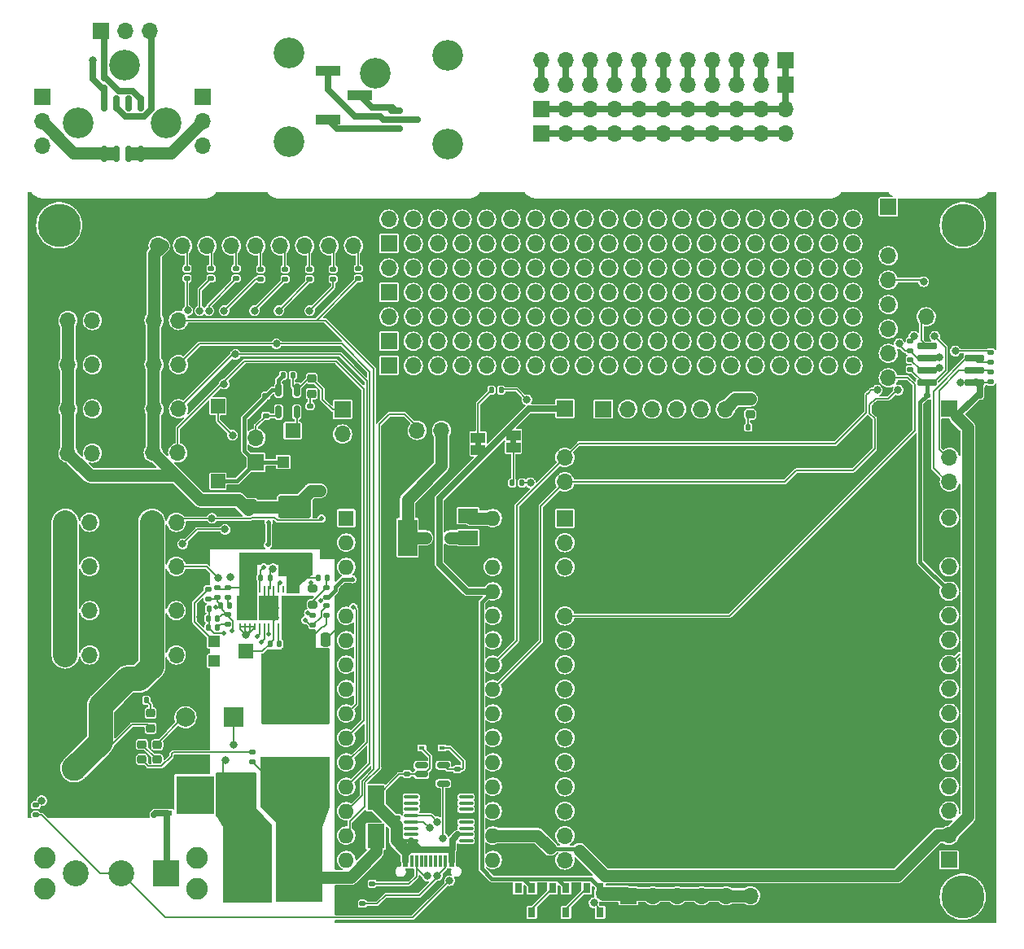
<source format=gbr>
%TF.GenerationSoftware,KiCad,Pcbnew,(6.0.1)*%
%TF.CreationDate,2022-03-17T15:17:58-04:00*%
%TF.ProjectId,2_679_PCB,325f3637-395f-4504-9342-2e6b69636164,rev?*%
%TF.SameCoordinates,Original*%
%TF.FileFunction,Copper,L1,Top*%
%TF.FilePolarity,Positive*%
%FSLAX46Y46*%
G04 Gerber Fmt 4.6, Leading zero omitted, Abs format (unit mm)*
G04 Created by KiCad (PCBNEW (6.0.1)) date 2022-03-17 15:17:58*
%MOMM*%
%LPD*%
G01*
G04 APERTURE LIST*
G04 Aperture macros list*
%AMRoundRect*
0 Rectangle with rounded corners*
0 $1 Rounding radius*
0 $2 $3 $4 $5 $6 $7 $8 $9 X,Y pos of 4 corners*
0 Add a 4 corners polygon primitive as box body*
4,1,4,$2,$3,$4,$5,$6,$7,$8,$9,$2,$3,0*
0 Add four circle primitives for the rounded corners*
1,1,$1+$1,$2,$3*
1,1,$1+$1,$4,$5*
1,1,$1+$1,$6,$7*
1,1,$1+$1,$8,$9*
0 Add four rect primitives between the rounded corners*
20,1,$1+$1,$2,$3,$4,$5,0*
20,1,$1+$1,$4,$5,$6,$7,0*
20,1,$1+$1,$6,$7,$8,$9,0*
20,1,$1+$1,$8,$9,$2,$3,0*%
G04 Aperture macros list end*
%TA.AperFunction,ComponentPad*%
%ADD10R,1.700000X1.700000*%
%TD*%
%TA.AperFunction,ComponentPad*%
%ADD11O,1.700000X1.700000*%
%TD*%
%TA.AperFunction,SMDPad,CuDef*%
%ADD12RoundRect,0.150000X-0.587500X-0.150000X0.587500X-0.150000X0.587500X0.150000X-0.587500X0.150000X0*%
%TD*%
%TA.AperFunction,SMDPad,CuDef*%
%ADD13R,2.510000X1.000000*%
%TD*%
%TA.AperFunction,SMDPad,CuDef*%
%ADD14RoundRect,0.140000X-0.170000X0.140000X-0.170000X-0.140000X0.170000X-0.140000X0.170000X0.140000X0*%
%TD*%
%TA.AperFunction,SMDPad,CuDef*%
%ADD15RoundRect,0.150000X0.150000X-0.675000X0.150000X0.675000X-0.150000X0.675000X-0.150000X-0.675000X0*%
%TD*%
%TA.AperFunction,SMDPad,CuDef*%
%ADD16RoundRect,0.135000X0.185000X-0.135000X0.185000X0.135000X-0.185000X0.135000X-0.185000X-0.135000X0*%
%TD*%
%TA.AperFunction,SMDPad,CuDef*%
%ADD17RoundRect,0.135000X-0.185000X0.135000X-0.185000X-0.135000X0.185000X-0.135000X0.185000X0.135000X0*%
%TD*%
%TA.AperFunction,SMDPad,CuDef*%
%ADD18R,1.500000X1.000000*%
%TD*%
%TA.AperFunction,SMDPad,CuDef*%
%ADD19RoundRect,0.135000X-0.135000X-0.185000X0.135000X-0.185000X0.135000X0.185000X-0.135000X0.185000X0*%
%TD*%
%TA.AperFunction,SMDPad,CuDef*%
%ADD20RoundRect,0.200000X-0.275000X0.200000X-0.275000X-0.200000X0.275000X-0.200000X0.275000X0.200000X0*%
%TD*%
%TA.AperFunction,SMDPad,CuDef*%
%ADD21R,0.228600X0.762000*%
%TD*%
%TA.AperFunction,SMDPad,CuDef*%
%ADD22R,2.000000X2.500000*%
%TD*%
%TA.AperFunction,SMDPad,CuDef*%
%ADD23R,1.500000X1.500000*%
%TD*%
%TA.AperFunction,SMDPad,CuDef*%
%ADD24RoundRect,0.250000X-0.250000X-0.475000X0.250000X-0.475000X0.250000X0.475000X-0.250000X0.475000X0*%
%TD*%
%TA.AperFunction,SMDPad,CuDef*%
%ADD25R,2.000000X1.500000*%
%TD*%
%TA.AperFunction,SMDPad,CuDef*%
%ADD26R,2.000000X3.800000*%
%TD*%
%TA.AperFunction,SMDPad,CuDef*%
%ADD27RoundRect,0.150000X0.150000X-0.512500X0.150000X0.512500X-0.150000X0.512500X-0.150000X-0.512500X0*%
%TD*%
%TA.AperFunction,ComponentPad*%
%ADD28R,2.700000X2.700000*%
%TD*%
%TA.AperFunction,ComponentPad*%
%ADD29C,2.700000*%
%TD*%
%TA.AperFunction,ComponentPad*%
%ADD30C,2.250000*%
%TD*%
%TA.AperFunction,SMDPad,CuDef*%
%ADD31RoundRect,0.042000X0.943000X0.258000X-0.943000X0.258000X-0.943000X-0.258000X0.943000X-0.258000X0*%
%TD*%
%TA.AperFunction,SMDPad,CuDef*%
%ADD32RoundRect,0.218750X0.256250X-0.218750X0.256250X0.218750X-0.256250X0.218750X-0.256250X-0.218750X0*%
%TD*%
%TA.AperFunction,ComponentPad*%
%ADD33R,2.600000X2.600000*%
%TD*%
%TA.AperFunction,ComponentPad*%
%ADD34C,2.600000*%
%TD*%
%TA.AperFunction,SMDPad,CuDef*%
%ADD35RoundRect,0.147500X-0.172500X0.147500X-0.172500X-0.147500X0.172500X-0.147500X0.172500X0.147500X0*%
%TD*%
%TA.AperFunction,SMDPad,CuDef*%
%ADD36R,1.800000X2.500000*%
%TD*%
%TA.AperFunction,SMDPad,CuDef*%
%ADD37RoundRect,0.140000X0.140000X0.170000X-0.140000X0.170000X-0.140000X-0.170000X0.140000X-0.170000X0*%
%TD*%
%TA.AperFunction,SMDPad,CuDef*%
%ADD38RoundRect,0.140000X-0.140000X-0.170000X0.140000X-0.170000X0.140000X0.170000X-0.140000X0.170000X0*%
%TD*%
%TA.AperFunction,SMDPad,CuDef*%
%ADD39R,1.100000X0.500000*%
%TD*%
%TA.AperFunction,SMDPad,CuDef*%
%ADD40R,4.000000X4.000000*%
%TD*%
%TA.AperFunction,SMDPad,CuDef*%
%ADD41R,0.600000X0.450000*%
%TD*%
%TA.AperFunction,SMDPad,CuDef*%
%ADD42R,0.800000X1.000000*%
%TD*%
%TA.AperFunction,ComponentPad*%
%ADD43C,2.780000*%
%TD*%
%TA.AperFunction,SMDPad,CuDef*%
%ADD44RoundRect,0.140000X0.170000X-0.140000X0.170000X0.140000X-0.170000X0.140000X-0.170000X-0.140000X0*%
%TD*%
%TA.AperFunction,SMDPad,CuDef*%
%ADD45RoundRect,0.100000X0.637500X0.100000X-0.637500X0.100000X-0.637500X-0.100000X0.637500X-0.100000X0*%
%TD*%
%TA.AperFunction,ComponentPad*%
%ADD46R,1.600000X1.600000*%
%TD*%
%TA.AperFunction,ComponentPad*%
%ADD47O,1.600000X1.600000*%
%TD*%
%TA.AperFunction,SMDPad,CuDef*%
%ADD48RoundRect,0.218750X-0.256250X0.218750X-0.256250X-0.218750X0.256250X-0.218750X0.256250X0.218750X0*%
%TD*%
%TA.AperFunction,ComponentPad*%
%ADD49R,2.000000X2.000000*%
%TD*%
%TA.AperFunction,ComponentPad*%
%ADD50C,2.000000*%
%TD*%
%TA.AperFunction,SMDPad,CuDef*%
%ADD51R,1.200000X1.200000*%
%TD*%
%TA.AperFunction,SMDPad,CuDef*%
%ADD52R,1.600000X1.500000*%
%TD*%
%TA.AperFunction,SMDPad,CuDef*%
%ADD53RoundRect,0.235000X1.465000X-0.940000X1.465000X0.940000X-1.465000X0.940000X-1.465000X-0.940000X0*%
%TD*%
%TA.AperFunction,SMDPad,CuDef*%
%ADD54R,1.500000X1.600000*%
%TD*%
%TA.AperFunction,SMDPad,CuDef*%
%ADD55RoundRect,0.250000X-0.650000X0.325000X-0.650000X-0.325000X0.650000X-0.325000X0.650000X0.325000X0*%
%TD*%
%TA.AperFunction,SMDPad,CuDef*%
%ADD56R,0.600000X1.160000*%
%TD*%
%TA.AperFunction,SMDPad,CuDef*%
%ADD57R,0.300000X1.160000*%
%TD*%
%TA.AperFunction,ComponentPad*%
%ADD58O,0.900000X2.000000*%
%TD*%
%TA.AperFunction,ComponentPad*%
%ADD59O,0.900000X1.700000*%
%TD*%
%TA.AperFunction,SMDPad,CuDef*%
%ADD60RoundRect,0.150000X-0.512500X-0.150000X0.512500X-0.150000X0.512500X0.150000X-0.512500X0.150000X0*%
%TD*%
%TA.AperFunction,ViaPad*%
%ADD61C,3.200000*%
%TD*%
%TA.AperFunction,ViaPad*%
%ADD62C,0.800000*%
%TD*%
%TA.AperFunction,ViaPad*%
%ADD63C,4.500000*%
%TD*%
%TA.AperFunction,ViaPad*%
%ADD64C,0.500000*%
%TD*%
%TA.AperFunction,ViaPad*%
%ADD65C,1.000000*%
%TD*%
%TA.AperFunction,Conductor*%
%ADD66C,0.635000*%
%TD*%
%TA.AperFunction,Conductor*%
%ADD67C,1.270000*%
%TD*%
%TA.AperFunction,Conductor*%
%ADD68C,0.152400*%
%TD*%
%TA.AperFunction,Conductor*%
%ADD69C,0.381000*%
%TD*%
%TA.AperFunction,Conductor*%
%ADD70C,2.540000*%
%TD*%
G04 APERTURE END LIST*
%TO.C,JP3*%
G36*
X152954000Y-102104000D02*
G01*
X152354000Y-102104000D01*
X152354000Y-101604000D01*
X152954000Y-101604000D01*
X152954000Y-102104000D01*
G37*
%TO.C,JP4*%
G36*
X149271000Y-102358000D02*
G01*
X148671000Y-102358000D01*
X148671000Y-101858000D01*
X149271000Y-101858000D01*
X149271000Y-102358000D01*
G37*
%TD*%
D10*
%TO.P,J38,1,Pin_1*%
%TO.N,GND*%
X180975000Y-62230000D03*
D11*
%TO.P,J38,2,Pin_2*%
%TO.N,/RST*%
X178435000Y-62230000D03*
%TO.P,J38,3,Pin_3*%
%TO.N,+5VD*%
X175895000Y-62230000D03*
%TO.P,J38,4,Pin_4*%
%TO.N,/A7*%
X173355000Y-62230000D03*
%TO.P,J38,5,Pin_5*%
%TO.N,/A6*%
X170815000Y-62230000D03*
%TO.P,J38,6,Pin_6*%
%TO.N,/A5*%
X168275000Y-62230000D03*
%TO.P,J38,7,Pin_7*%
%TO.N,/A4*%
X165735000Y-62230000D03*
%TO.P,J38,8,Pin_8*%
%TO.N,/A3*%
X163195000Y-62230000D03*
%TO.P,J38,9,Pin_9*%
%TO.N,/A2*%
X160655000Y-62230000D03*
%TO.P,J38,10,Pin_10*%
%TO.N,/A1*%
X158115000Y-62230000D03*
%TO.P,J38,11,Pin_11*%
%TO.N,/A0*%
X155575000Y-62230000D03*
%TD*%
D10*
%TO.P,J37,1,Pin_1*%
%TO.N,GND*%
X180975000Y-64770000D03*
D11*
%TO.P,J37,2,Pin_2*%
%TO.N,/RST*%
X178435000Y-64770000D03*
%TO.P,J37,3,Pin_3*%
%TO.N,+5VD*%
X175895000Y-64770000D03*
%TO.P,J37,4,Pin_4*%
%TO.N,/A7*%
X173355000Y-64770000D03*
%TO.P,J37,5,Pin_5*%
%TO.N,/A6*%
X170815000Y-64770000D03*
%TO.P,J37,6,Pin_6*%
%TO.N,/A5*%
X168275000Y-64770000D03*
%TO.P,J37,7,Pin_7*%
%TO.N,/A4*%
X165735000Y-64770000D03*
%TO.P,J37,8,Pin_8*%
%TO.N,/A3*%
X163195000Y-64770000D03*
%TO.P,J37,9,Pin_9*%
%TO.N,/A2*%
X160655000Y-64770000D03*
%TO.P,J37,10,Pin_10*%
%TO.N,/A1*%
X158115000Y-64770000D03*
%TO.P,J37,11,Pin_11*%
%TO.N,/A0*%
X155575000Y-64770000D03*
%TD*%
D10*
%TO.P,J36,1,Pin_1*%
%TO.N,+5VD*%
X155575000Y-69850000D03*
D11*
%TO.P,J36,2,Pin_2*%
X158115000Y-69850000D03*
%TO.P,J36,3,Pin_3*%
X160655000Y-69850000D03*
%TO.P,J36,4,Pin_4*%
X163195000Y-69850000D03*
%TO.P,J36,5,Pin_5*%
X165735000Y-69850000D03*
%TO.P,J36,6,Pin_6*%
X168275000Y-69850000D03*
%TO.P,J36,7,Pin_7*%
X170815000Y-69850000D03*
%TO.P,J36,8,Pin_8*%
X173355000Y-69850000D03*
%TO.P,J36,9,Pin_9*%
X175895000Y-69850000D03*
%TO.P,J36,10,Pin_10*%
X178435000Y-69850000D03*
%TO.P,J36,11,Pin_11*%
X180975000Y-69850000D03*
%TD*%
D10*
%TO.P,J35,1,Pin_1*%
%TO.N,GND*%
X155575000Y-67310000D03*
D11*
%TO.P,J35,2,Pin_2*%
X158115000Y-67310000D03*
%TO.P,J35,3,Pin_3*%
X160655000Y-67310000D03*
%TO.P,J35,4,Pin_4*%
X163195000Y-67310000D03*
%TO.P,J35,5,Pin_5*%
X165735000Y-67310000D03*
%TO.P,J35,6,Pin_6*%
X168275000Y-67310000D03*
%TO.P,J35,7,Pin_7*%
X170815000Y-67310000D03*
%TO.P,J35,8,Pin_8*%
X173355000Y-67310000D03*
%TO.P,J35,9,Pin_9*%
X175895000Y-67310000D03*
%TO.P,J35,10,Pin_10*%
X178435000Y-67310000D03*
%TO.P,J35,11,Pin_11*%
X180975000Y-67310000D03*
%TD*%
D12*
%TO.P,U9,1,VCC*%
%TO.N,+5VD*%
X140417500Y-67430089D03*
%TO.P,U9,2,OUT*%
%TO.N,/HALL_OUT*%
X140417500Y-69330089D03*
%TO.P,U9,3,GND*%
%TO.N,GND*%
X142292500Y-68380089D03*
%TD*%
D13*
%TO.P,J34,1,Pin_1*%
%TO.N,GND*%
X133350000Y-63300089D03*
%TO.P,J34,2,Pin_2*%
%TO.N,+5VD*%
X136660000Y-65840089D03*
%TO.P,J34,3,Pin_3*%
%TO.N,/HALL_OUT*%
X133350000Y-68380089D03*
%TD*%
D14*
%TO.P,C16,1*%
%TO.N,+5VD*%
X138815000Y-67110089D03*
%TO.P,C16,2*%
%TO.N,GND*%
X138815000Y-68070089D03*
%TD*%
D15*
%TO.P,U8,8,Vcc*%
%TO.N,+5VD*%
X110084000Y-66702000D03*
%TO.P,U8,7,OUT*%
%TO.N,/OUT*%
X111354000Y-66702000D03*
%TO.P,U8,6,NC*%
%TO.N,unconnected-(U8-Pad6)*%
X112624000Y-66702000D03*
%TO.P,U8,5,GND*%
%TO.N,GND*%
X113894000Y-66702000D03*
%TO.P,U8,4,IP-*%
%TO.N,/IP-*%
X113894000Y-71952000D03*
%TO.P,U8,3,IP-*%
X112624000Y-71952000D03*
%TO.P,U8,2,IP+*%
%TO.N,/IP+*%
X111354000Y-71952000D03*
%TO.P,U8,1,IP+*%
X110084000Y-71952000D03*
%TD*%
D10*
%TO.P,J33,1,Pin_1*%
%TO.N,GND*%
X109718000Y-59142000D03*
D11*
%TO.P,J33,2,Pin_2*%
%TO.N,+5VD*%
X112258000Y-59142000D03*
%TO.P,J33,3,Pin_3*%
%TO.N,/OUT*%
X114798000Y-59142000D03*
%TD*%
%TO.P,J32,3,Pin_3*%
%TO.N,Net-(J31-Pad3)*%
X120371000Y-71105000D03*
%TO.P,J32,2,Pin_2*%
%TO.N,/IP-*%
X120371000Y-68565000D03*
D10*
%TO.P,J32,1,Pin_1*%
%TO.N,Net-(J31-Pad1)*%
X120371000Y-66025000D03*
%TD*%
D11*
%TO.P,J31,3,Pin_3*%
%TO.N,Net-(J31-Pad3)*%
X103632000Y-71120000D03*
%TO.P,J31,2,Pin_2*%
%TO.N,/IP+*%
X103632000Y-68580000D03*
D10*
%TO.P,J31,1,Pin_1*%
%TO.N,Net-(J31-Pad1)*%
X103632000Y-66040000D03*
%TD*%
D14*
%TO.P,C15,2*%
%TO.N,+5VD*%
X110051000Y-65061000D03*
%TO.P,C15,1*%
%TO.N,GND*%
X110051000Y-64101000D03*
%TD*%
D10*
%TO.P,J14,1,Pin_1*%
%TO.N,/P5V*%
X162000000Y-98500000D03*
D11*
%TO.P,J14,2,Pin_2*%
X164540000Y-98500000D03*
%TO.P,J14,3,Pin_3*%
X167080000Y-98500000D03*
%TO.P,J14,4,Pin_4*%
X169620000Y-98500000D03*
%TO.P,J14,5,Pin_5*%
X172160000Y-98500000D03*
%TO.P,J14,6,Pin_6*%
X174700000Y-98500000D03*
%TD*%
D16*
%TO.P,R33,1*%
%TO.N,Net-(R33-Pad1)*%
X115265200Y-140718000D03*
%TO.P,R33,2*%
%TO.N,GND*%
X115265200Y-139698000D03*
%TD*%
D10*
%TO.P,J24,1,Pin_1*%
%TO.N,GND*%
X103775000Y-89275000D03*
D11*
%TO.P,J24,2,Pin_2*%
%TO.N,/P5V*%
X106315000Y-89275000D03*
%TO.P,J24,3,Pin_3*%
%TO.N,/D10*%
X108855000Y-89275000D03*
%TD*%
D16*
%TO.P,R17,1*%
%TO.N,/D6*%
X126365000Y-84965000D03*
%TO.P,R17,2*%
%TO.N,Net-(J27-Pad6)*%
X126365000Y-83945000D03*
%TD*%
%TO.P,R19,1*%
%TO.N,/D8*%
X131445000Y-84965000D03*
%TO.P,R19,2*%
%TO.N,Net-(J27-Pad8)*%
X131445000Y-83945000D03*
%TD*%
D10*
%TO.P,J20,1,Pin_1*%
%TO.N,GND*%
X103775000Y-103075000D03*
D11*
%TO.P,J20,2,Pin_2*%
%TO.N,/P5V*%
X106315000Y-103075000D03*
%TO.P,J20,3,Pin_3*%
%TO.N,/D7*%
X108855000Y-103075000D03*
%TD*%
D17*
%TO.P,R24,1*%
%TO.N,+5VD*%
X193929000Y-91440000D03*
%TO.P,R24,2*%
%TO.N,/A4*%
X193929000Y-92460000D03*
%TD*%
%TO.P,R5,1*%
%TO.N,Net-(C5-Pad2)*%
X122936000Y-119835200D03*
%TO.P,R5,2*%
%TO.N,Net-(C8-Pad1)*%
X122936000Y-120855200D03*
%TD*%
D10*
%TO.P,REF\u002A\u002A,1*%
%TO.N,N/C*%
X139700000Y-91440000D03*
D11*
%TO.P,REF\u002A\u002A,2*%
X139700000Y-88900000D03*
%TO.P,REF\u002A\u002A,3*%
X142240000Y-91440000D03*
%TO.P,REF\u002A\u002A,4*%
X142240000Y-88900000D03*
%TO.P,REF\u002A\u002A,5*%
X144780000Y-91440000D03*
%TO.P,REF\u002A\u002A,6*%
X144780000Y-88900000D03*
%TO.P,REF\u002A\u002A,7*%
X147320000Y-91440000D03*
%TO.P,REF\u002A\u002A,8*%
X147320000Y-88900000D03*
%TO.P,REF\u002A\u002A,9*%
X149860000Y-91440000D03*
%TO.P,REF\u002A\u002A,10*%
X149860000Y-88900000D03*
%TO.P,REF\u002A\u002A,11*%
X152400000Y-91440000D03*
%TO.P,REF\u002A\u002A,12*%
X152400000Y-88900000D03*
%TO.P,REF\u002A\u002A,13*%
X154940000Y-91440000D03*
%TO.P,REF\u002A\u002A,14*%
X154940000Y-88900000D03*
%TO.P,REF\u002A\u002A,15*%
X157480000Y-91440000D03*
%TO.P,REF\u002A\u002A,16*%
X157480000Y-88900000D03*
%TO.P,REF\u002A\u002A,17*%
X160020000Y-91440000D03*
%TO.P,REF\u002A\u002A,18*%
X160020000Y-88900000D03*
%TO.P,REF\u002A\u002A,19*%
X162560000Y-91440000D03*
%TO.P,REF\u002A\u002A,20*%
X162560000Y-88900000D03*
%TO.P,REF\u002A\u002A,21*%
X165100000Y-91440000D03*
%TO.P,REF\u002A\u002A,22*%
X165100000Y-88900000D03*
%TO.P,REF\u002A\u002A,23*%
X167640000Y-91440000D03*
%TO.P,REF\u002A\u002A,24*%
X167640000Y-88900000D03*
%TO.P,REF\u002A\u002A,25*%
X170180000Y-91440000D03*
%TO.P,REF\u002A\u002A,26*%
X170180000Y-88900000D03*
%TO.P,REF\u002A\u002A,27*%
X172720000Y-91440000D03*
%TO.P,REF\u002A\u002A,28*%
X172720000Y-88900000D03*
%TO.P,REF\u002A\u002A,29*%
X175260000Y-91440000D03*
%TO.P,REF\u002A\u002A,30*%
X175260000Y-88900000D03*
%TO.P,REF\u002A\u002A,31*%
X177800000Y-91440000D03*
%TO.P,REF\u002A\u002A,32*%
X177800000Y-88900000D03*
%TO.P,REF\u002A\u002A,33*%
X180340000Y-91440000D03*
%TO.P,REF\u002A\u002A,34*%
X180340000Y-88900000D03*
%TO.P,REF\u002A\u002A,35*%
X182880000Y-91440000D03*
%TO.P,REF\u002A\u002A,36*%
X182880000Y-88900000D03*
%TO.P,REF\u002A\u002A,37*%
X185420000Y-91440000D03*
%TO.P,REF\u002A\u002A,38*%
X185420000Y-88900000D03*
%TO.P,REF\u002A\u002A,39*%
X187960000Y-91440000D03*
%TO.P,REF\u002A\u002A,40*%
X187960000Y-88900000D03*
%TD*%
D17*
%TO.P,R13,1*%
%TO.N,Net-(D7-Pad1)*%
X131500000Y-98190000D03*
%TO.P,R13,2*%
%TO.N,GND*%
X131500000Y-99210000D03*
%TD*%
D18*
%TO.P,JP3,1,A*%
%TO.N,Net-(JP3-Pad1)*%
X152654000Y-102504000D03*
%TO.P,JP3,2,B*%
%TO.N,+5VD*%
X152654000Y-101204000D03*
%TD*%
D16*
%TO.P,R2,1*%
%TO.N,Net-(C5-Pad2)*%
X121894600Y-118061200D03*
%TO.P,R2,2*%
%TO.N,/LX*%
X121894600Y-117041200D03*
%TD*%
D19*
%TO.P,R12,1*%
%TO.N,+5VD*%
X128690000Y-95000000D03*
%TO.P,R12,2*%
%TO.N,Net-(D7-Pad2)*%
X129710000Y-95000000D03*
%TD*%
D20*
%TO.P,R1,1*%
%TO.N,Net-(R1-Pad1)*%
X131800600Y-117183400D03*
%TO.P,R1,2*%
%TO.N,Net-(C3-Pad1)*%
X131800600Y-118833400D03*
%TD*%
D10*
%TO.P,REF\u002A\u002A,1*%
%TO.N,N/C*%
X139700000Y-81280000D03*
D11*
%TO.P,REF\u002A\u002A,2*%
X139700000Y-78740000D03*
%TO.P,REF\u002A\u002A,3*%
X142240000Y-81280000D03*
%TO.P,REF\u002A\u002A,4*%
X142240000Y-78740000D03*
%TO.P,REF\u002A\u002A,5*%
X144780000Y-81280000D03*
%TO.P,REF\u002A\u002A,6*%
X144780000Y-78740000D03*
%TO.P,REF\u002A\u002A,7*%
X147320000Y-81280000D03*
%TO.P,REF\u002A\u002A,8*%
X147320000Y-78740000D03*
%TO.P,REF\u002A\u002A,9*%
X149860000Y-81280000D03*
%TO.P,REF\u002A\u002A,10*%
X149860000Y-78740000D03*
%TO.P,REF\u002A\u002A,11*%
X152400000Y-81280000D03*
%TO.P,REF\u002A\u002A,12*%
X152400000Y-78740000D03*
%TO.P,REF\u002A\u002A,13*%
X154940000Y-81280000D03*
%TO.P,REF\u002A\u002A,14*%
X154940000Y-78740000D03*
%TO.P,REF\u002A\u002A,15*%
X157480000Y-81280000D03*
%TO.P,REF\u002A\u002A,16*%
X157480000Y-78740000D03*
%TO.P,REF\u002A\u002A,17*%
X160020000Y-81280000D03*
%TO.P,REF\u002A\u002A,18*%
X160020000Y-78740000D03*
%TO.P,REF\u002A\u002A,19*%
X162560000Y-81280000D03*
%TO.P,REF\u002A\u002A,20*%
X162560000Y-78740000D03*
%TO.P,REF\u002A\u002A,21*%
X165100000Y-81280000D03*
%TO.P,REF\u002A\u002A,22*%
X165100000Y-78740000D03*
%TO.P,REF\u002A\u002A,23*%
X167640000Y-81280000D03*
%TO.P,REF\u002A\u002A,24*%
X167640000Y-78740000D03*
%TO.P,REF\u002A\u002A,25*%
X170180000Y-81280000D03*
%TO.P,REF\u002A\u002A,26*%
X170180000Y-78740000D03*
%TO.P,REF\u002A\u002A,27*%
X172720000Y-81280000D03*
%TO.P,REF\u002A\u002A,28*%
X172720000Y-78740000D03*
%TO.P,REF\u002A\u002A,29*%
X175260000Y-81280000D03*
%TO.P,REF\u002A\u002A,30*%
X175260000Y-78740000D03*
%TO.P,REF\u002A\u002A,31*%
X177800000Y-81280000D03*
%TO.P,REF\u002A\u002A,32*%
X177800000Y-78740000D03*
%TO.P,REF\u002A\u002A,33*%
X180340000Y-81280000D03*
%TO.P,REF\u002A\u002A,34*%
X180340000Y-78740000D03*
%TO.P,REF\u002A\u002A,35*%
X182880000Y-81280000D03*
%TO.P,REF\u002A\u002A,36*%
X182880000Y-78740000D03*
%TO.P,REF\u002A\u002A,37*%
X185420000Y-81280000D03*
%TO.P,REF\u002A\u002A,38*%
X185420000Y-78740000D03*
%TO.P,REF\u002A\u002A,39*%
X187960000Y-81280000D03*
%TO.P,REF\u002A\u002A,40*%
X187960000Y-78740000D03*
%TD*%
D21*
%TO.P,U1,1,PGND*%
%TO.N,GND*%
X124228598Y-121145300D03*
%TO.P,U1,2,PGND*%
X124728600Y-121145300D03*
%TO.P,U1,3,PGND*%
X125228599Y-121145300D03*
%TO.P,U1,4,GND*%
X125728600Y-121145300D03*
%TO.P,U1,5,VFB*%
%TO.N,Net-(C5-Pad2)*%
X126228599Y-121145300D03*
%TO.P,U1,6,COMP*%
%TO.N,/COMP*%
X126728598Y-121145300D03*
%TO.P,U1,7,UVIN*%
%TO.N,/BUCK_ENA*%
X127228600Y-121145300D03*
%TO.P,U1,8,GND*%
%TO.N,GND*%
X127728599Y-121145300D03*
%TO.P,U1,9,SS*%
%TO.N,Net-(C1-Pad1)*%
X128228601Y-121145300D03*
%TO.P,U1,10,VIN*%
%TO.N,VBUS*%
X128728600Y-121145300D03*
%TO.P,U1,11,VIN*%
X129228599Y-121145300D03*
%TO.P,U1,12,VIN*%
X129728600Y-121145300D03*
%TO.P,U1,13,VIN*%
X130228599Y-121145300D03*
%TO.P,U1,14,LX*%
%TO.N,/LX*%
X130228602Y-117259100D03*
%TO.P,U1,15,LX*%
X129728600Y-117259100D03*
%TO.P,U1,16,LX*%
X129228601Y-117259100D03*
%TO.P,U1,17,NC*%
%TO.N,unconnected-(U1-Pad17)*%
X128728600Y-117259100D03*
%TO.P,U1,18,BST*%
%TO.N,Net-(R1-Pad1)*%
X128228601Y-117259100D03*
%TO.P,U1,19,GND*%
%TO.N,GND*%
X127728602Y-117259100D03*
%TO.P,U1,20,GND*%
X127228600Y-117259100D03*
%TO.P,U1,21,GND*%
X126728601Y-117259100D03*
%TO.P,U1,22,VCC*%
%TO.N,+5VD*%
X126228599Y-117259100D03*
%TO.P,U1,23,LX*%
%TO.N,/LX*%
X125728600Y-117259100D03*
%TO.P,U1,24,LX*%
X125228601Y-117259100D03*
%TO.P,U1,25,LX*%
X124728600Y-117259100D03*
%TO.P,U1,26,LX*%
X124228601Y-117259100D03*
D22*
%TO.P,U1,27,EPAD*%
%TO.N,GND*%
X127228600Y-119202200D03*
%TO.P,U1,28,EPAD*%
%TO.N,/LX*%
X124891800Y-119202200D03*
%TO.P,U1,29,EPAD*%
%TO.N,VBUS*%
X129565400Y-119202200D03*
%TD*%
D10*
%TO.P,J4,1,Pin_1*%
%TO.N,+5VD*%
X158000000Y-98460000D03*
D11*
%TO.P,J4,2,Pin_2*%
%TO.N,GND*%
X158000000Y-101000000D03*
%TO.P,J4,3,Pin_3*%
%TO.N,/A5*%
X158000000Y-103540000D03*
%TO.P,J4,4,Pin_4*%
%TO.N,/A4*%
X158000000Y-106080000D03*
%TD*%
D17*
%TO.P,R30,1*%
%TO.N,/CC1*%
X137972800Y-147878800D03*
%TO.P,R30,2*%
%TO.N,GND*%
X137972800Y-148898800D03*
%TD*%
D23*
%TO.P,SW2,1,A*%
%TO.N,+5VD*%
X121920000Y-106008000D03*
%TO.P,SW2,2,B*%
%TO.N,Net-(R10-Pad2)*%
X121920000Y-98208000D03*
%TD*%
D24*
%TO.P,C9,1*%
%TO.N,VBUS*%
X131193800Y-122478800D03*
%TO.P,C9,2*%
%TO.N,GND*%
X133093800Y-122478800D03*
%TD*%
D10*
%TO.P,J12,1,Pin_1*%
%TO.N,GND*%
X112500000Y-124075000D03*
D11*
%TO.P,J12,2,Pin_2*%
%TO.N,VBUS*%
X115040000Y-124075000D03*
%TO.P,J12,3,Pin_3*%
%TO.N,/D3*%
X117580000Y-124075000D03*
%TD*%
D25*
%TO.P,U5,1,GND*%
%TO.N,GND*%
X147930000Y-114187000D03*
%TO.P,U5,2,VO*%
%TO.N,Net-(J28-Pad3)*%
X147930000Y-111887000D03*
D26*
X141630000Y-111887000D03*
D25*
%TO.P,U5,3,VI*%
%TO.N,/P5V*%
X147930000Y-109587000D03*
%TD*%
D27*
%TO.P,U3,1,+*%
%TO.N,Net-(R10-Pad2)*%
X128230000Y-98802500D03*
%TO.P,U3,2,V-*%
%TO.N,GND*%
X129180000Y-98802500D03*
%TO.P,U3,3,-*%
%TO.N,Net-(RV1-Pad2)*%
X130130000Y-98802500D03*
%TO.P,U3,4*%
%TO.N,Net-(D7-Pad2)*%
X130130000Y-96527500D03*
%TO.P,U3,5,V+*%
%TO.N,+5VD*%
X128230000Y-96527500D03*
%TD*%
D16*
%TO.P,R16,1*%
%TO.N,/D5*%
X123800000Y-84910000D03*
%TO.P,R16,2*%
%TO.N,Net-(J27-Pad5)*%
X123800000Y-83890000D03*
%TD*%
D10*
%TO.P,R10,1*%
%TO.N,+5VD*%
X125875000Y-104040000D03*
D11*
%TO.P,R10,2*%
%TO.N,Net-(R10-Pad2)*%
X125875000Y-101500000D03*
%TD*%
D16*
%TO.P,R29,1*%
%TO.N,/CC2*%
X136956800Y-149961600D03*
%TO.P,R29,2*%
%TO.N,GND*%
X136956800Y-148941600D03*
%TD*%
D10*
%TO.P,REF\u002A\u002A,1*%
%TO.N,N/C*%
X139700000Y-93980000D03*
D11*
%TO.P,REF\u002A\u002A,2*%
X142240000Y-93980000D03*
%TO.P,REF\u002A\u002A,3*%
X144780000Y-93980000D03*
%TO.P,REF\u002A\u002A,4*%
X147320000Y-93980000D03*
%TO.P,REF\u002A\u002A,5*%
X149860000Y-93980000D03*
%TO.P,REF\u002A\u002A,6*%
X152400000Y-93980000D03*
%TO.P,REF\u002A\u002A,7*%
X154940000Y-93980000D03*
%TO.P,REF\u002A\u002A,8*%
X157480000Y-93980000D03*
%TO.P,REF\u002A\u002A,9*%
X160020000Y-93980000D03*
%TO.P,REF\u002A\u002A,10*%
X162560000Y-93980000D03*
%TO.P,REF\u002A\u002A,11*%
X165100000Y-93980000D03*
%TO.P,REF\u002A\u002A,12*%
X167640000Y-93980000D03*
%TO.P,REF\u002A\u002A,13*%
X170180000Y-93980000D03*
%TO.P,REF\u002A\u002A,14*%
X172720000Y-93980000D03*
%TO.P,REF\u002A\u002A,15*%
X175260000Y-93980000D03*
%TO.P,REF\u002A\u002A,16*%
X177800000Y-93980000D03*
%TO.P,REF\u002A\u002A,17*%
X180340000Y-93980000D03*
%TO.P,REF\u002A\u002A,18*%
X182880000Y-93980000D03*
%TO.P,REF\u002A\u002A,19*%
X185420000Y-93980000D03*
%TO.P,REF\u002A\u002A,20*%
X187960000Y-93980000D03*
%TD*%
D10*
%TO.P,JP1,1,A*%
%TO.N,Net-(D7-Pad2)*%
X134874000Y-98552000D03*
D11*
%TO.P,JP1,2,B*%
%TO.N,/D3*%
X134874000Y-101092000D03*
%TD*%
D28*
%TO.P,SW1,1,A*%
%TO.N,Net-(R33-Pad1)*%
X116535200Y-146761200D03*
D29*
%TO.P,SW1,2,B*%
%TO.N,/!VUSB*%
X111835200Y-146761200D03*
%TO.P,SW1,3*%
%TO.N,N/C*%
X107135200Y-146761200D03*
D30*
%TO.P,SW1,MH1*%
X119735200Y-148361200D03*
%TO.P,SW1,MH2*%
X119735200Y-145161200D03*
%TO.P,SW1,MH3*%
X103935200Y-148361200D03*
%TO.P,SW1,MH4*%
X103935200Y-145161200D03*
%TD*%
D10*
%TO.P,J28,1,Pin_1*%
%TO.N,GND*%
X140096000Y-100711000D03*
D11*
%TO.P,J28,2,Pin_2*%
%TO.N,/D11*%
X142636000Y-100711000D03*
%TO.P,J28,3,Pin_3*%
%TO.N,Net-(J28-Pad3)*%
X145176000Y-100711000D03*
%TD*%
D10*
%TO.P,J10,1,Pin_1*%
%TO.N,GND*%
X112500000Y-114875000D03*
D11*
%TO.P,J10,2,Pin_2*%
%TO.N,VBUS*%
X115040000Y-114875000D03*
%TO.P,J10,3,Pin_3*%
%TO.N,/D5*%
X117580000Y-114875000D03*
%TD*%
D31*
%TO.P,U4,1,VCCA*%
%TO.N,+3V3*%
X200590000Y-95758000D03*
%TO.P,U4,2,SCLA*%
%TO.N,/SCL_3V3*%
X200590000Y-94488000D03*
%TO.P,U4,3,SDAA*%
%TO.N,/SDA_3V3*%
X200590000Y-93218000D03*
%TO.P,U4,4,GND*%
%TO.N,GND*%
X200590000Y-91948000D03*
%TO.P,U4,5,EN*%
%TO.N,Net-(JP2-Pad2)*%
X195650000Y-91948000D03*
%TO.P,U4,6,SDAB*%
%TO.N,/A4*%
X195650000Y-93218000D03*
%TO.P,U4,7,SCLB*%
%TO.N,/A5*%
X195650000Y-94488000D03*
%TO.P,U4,8,VCCB*%
%TO.N,+5VD*%
X195650000Y-95758000D03*
%TD*%
D32*
%TO.P,D7,1,K*%
%TO.N,Net-(D7-Pad1)*%
X131673600Y-96901100D03*
%TO.P,D7,2,A*%
%TO.N,Net-(D7-Pad2)*%
X131673600Y-95326100D03*
%TD*%
D33*
%TO.P,J5,1,Pin_1*%
%TO.N,GND*%
X106984800Y-130810000D03*
D34*
%TO.P,J5,2,Pin_2*%
%TO.N,VBUS*%
X106984800Y-135890000D03*
%TD*%
D35*
%TO.P,D1,1,K*%
%TO.N,Net-(C3-Pad1)*%
X133197600Y-117082100D03*
%TO.P,D1,2,A*%
%TO.N,+5VD*%
X133197600Y-118052100D03*
%TD*%
D19*
%TO.P,R28,1*%
%TO.N,Net-(JP4-Pad1)*%
X150366000Y-96520000D03*
%TO.P,R28,2*%
%TO.N,/A5*%
X151386000Y-96520000D03*
%TD*%
D10*
%TO.P,J18,1,Pin_1*%
%TO.N,+3V3*%
X198000000Y-98450000D03*
D11*
%TO.P,J18,2,Pin_2*%
%TO.N,GND*%
X198000000Y-100990000D03*
%TO.P,J18,3,Pin_3*%
%TO.N,/SCL_3V3*%
X198000000Y-103530000D03*
%TO.P,J18,4,Pin_4*%
%TO.N,/SDA_3V3*%
X198000000Y-106070000D03*
%TD*%
D16*
%TO.P,R11,1*%
%TO.N,Net-(R10-Pad2)*%
X126900000Y-99200000D03*
%TO.P,R11,2*%
%TO.N,GND*%
X126900000Y-98180000D03*
%TD*%
D10*
%TO.P,J2,1,Pin_1*%
%TO.N,/TXD*%
X158000000Y-109855000D03*
D11*
%TO.P,J2,2,Pin_2*%
%TO.N,/RXD*%
X158000000Y-112395000D03*
%TO.P,J2,3,Pin_3*%
%TO.N,/RST*%
X158000000Y-114935000D03*
%TO.P,J2,4,Pin_4*%
%TO.N,GND*%
X158000000Y-117475000D03*
%TO.P,J2,5,Pin_5*%
%TO.N,/D2*%
X158000000Y-120015000D03*
%TO.P,J2,6,Pin_6*%
%TO.N,/D3*%
X158000000Y-122555000D03*
%TO.P,J2,7,Pin_7*%
%TO.N,/D4*%
X158000000Y-125095000D03*
%TO.P,J2,8,Pin_8*%
%TO.N,/D5*%
X158000000Y-127635000D03*
%TO.P,J2,9,Pin_9*%
%TO.N,/D6*%
X158000000Y-130175000D03*
%TO.P,J2,10,Pin_10*%
%TO.N,/D7*%
X158000000Y-132715000D03*
%TO.P,J2,11,Pin_11*%
%TO.N,/D8*%
X158000000Y-135255000D03*
%TO.P,J2,12,Pin_12*%
%TO.N,/D9*%
X158000000Y-137795000D03*
%TO.P,J2,13,Pin_13*%
%TO.N,/D10*%
X158000000Y-140335000D03*
%TO.P,J2,14,Pin_14*%
%TO.N,/D11*%
X158000000Y-142875000D03*
%TO.P,J2,15,Pin_15*%
%TO.N,/D12*%
X158000000Y-145415000D03*
%TD*%
D36*
%TO.P,D9,1,K*%
%TO.N,Net-(D9-Pad1)*%
X138328400Y-142919200D03*
%TO.P,D9,2,A*%
%TO.N,/VBUS_USBC*%
X138328400Y-138919200D03*
%TD*%
D37*
%TO.P,C8,1*%
%TO.N,Net-(C8-Pad1)*%
X121892000Y-121234200D03*
%TO.P,C8,2*%
%TO.N,/COMP*%
X120932000Y-121234200D03*
%TD*%
D19*
%TO.P,R27,1*%
%TO.N,Net-(JP3-Pad1)*%
X152525000Y-106172000D03*
%TO.P,R27,2*%
%TO.N,/A4*%
X153545000Y-106172000D03*
%TD*%
D10*
%TO.P,J22,1,Pin_1*%
%TO.N,GND*%
X112735000Y-89275000D03*
D11*
%TO.P,J22,2,Pin_2*%
%TO.N,/P5V*%
X115275000Y-89275000D03*
%TO.P,J22,3,Pin_3*%
%TO.N,/D10*%
X117815000Y-89275000D03*
%TD*%
D10*
%TO.P,J25,1,Pin_1*%
%TO.N,GND*%
X112735000Y-93875000D03*
D11*
%TO.P,J25,2,Pin_2*%
%TO.N,/P5V*%
X115275000Y-93875000D03*
%TO.P,J25,3,Pin_3*%
%TO.N,/D9*%
X117815000Y-93875000D03*
%TD*%
D37*
%TO.P,C5,1*%
%TO.N,Net-(C5-Pad1)*%
X123136600Y-118948200D03*
%TO.P,C5,2*%
%TO.N,Net-(C5-Pad2)*%
X122176600Y-118948200D03*
%TD*%
D38*
%TO.P,C2,1*%
%TO.N,+5VD*%
X126367600Y-116027200D03*
%TO.P,C2,2*%
%TO.N,GND*%
X127327600Y-116027200D03*
%TD*%
D10*
%TO.P,J7,1,Pin_1*%
%TO.N,GND*%
X103500000Y-119475000D03*
D11*
%TO.P,J7,2,Pin_2*%
%TO.N,VBUS*%
X106040000Y-119475000D03*
%TO.P,J7,3,Pin_3*%
%TO.N,/D4*%
X108580000Y-119475000D03*
%TD*%
D10*
%TO.P,REF\u002A\u002A,1*%
%TO.N,N/C*%
X139700000Y-86360000D03*
D11*
%TO.P,REF\u002A\u002A,2*%
X139700000Y-83820000D03*
%TO.P,REF\u002A\u002A,3*%
X142240000Y-86360000D03*
%TO.P,REF\u002A\u002A,4*%
X142240000Y-83820000D03*
%TO.P,REF\u002A\u002A,5*%
X144780000Y-86360000D03*
%TO.P,REF\u002A\u002A,6*%
X144780000Y-83820000D03*
%TO.P,REF\u002A\u002A,7*%
X147320000Y-86360000D03*
%TO.P,REF\u002A\u002A,8*%
X147320000Y-83820000D03*
%TO.P,REF\u002A\u002A,9*%
X149860000Y-86360000D03*
%TO.P,REF\u002A\u002A,10*%
X149860000Y-83820000D03*
%TO.P,REF\u002A\u002A,11*%
X152400000Y-86360000D03*
%TO.P,REF\u002A\u002A,12*%
X152400000Y-83820000D03*
%TO.P,REF\u002A\u002A,13*%
X154940000Y-86360000D03*
%TO.P,REF\u002A\u002A,14*%
X154940000Y-83820000D03*
%TO.P,REF\u002A\u002A,15*%
X157480000Y-86360000D03*
%TO.P,REF\u002A\u002A,16*%
X157480000Y-83820000D03*
%TO.P,REF\u002A\u002A,17*%
X160020000Y-86360000D03*
%TO.P,REF\u002A\u002A,18*%
X160020000Y-83820000D03*
%TO.P,REF\u002A\u002A,19*%
X162560000Y-86360000D03*
%TO.P,REF\u002A\u002A,20*%
X162560000Y-83820000D03*
%TO.P,REF\u002A\u002A,21*%
X165100000Y-86360000D03*
%TO.P,REF\u002A\u002A,22*%
X165100000Y-83820000D03*
%TO.P,REF\u002A\u002A,23*%
X167640000Y-86360000D03*
%TO.P,REF\u002A\u002A,24*%
X167640000Y-83820000D03*
%TO.P,REF\u002A\u002A,25*%
X170180000Y-86360000D03*
%TO.P,REF\u002A\u002A,26*%
X170180000Y-83820000D03*
%TO.P,REF\u002A\u002A,27*%
X172720000Y-86360000D03*
%TO.P,REF\u002A\u002A,28*%
X172720000Y-83820000D03*
%TO.P,REF\u002A\u002A,29*%
X175260000Y-86360000D03*
%TO.P,REF\u002A\u002A,30*%
X175260000Y-83820000D03*
%TO.P,REF\u002A\u002A,31*%
X177800000Y-86360000D03*
%TO.P,REF\u002A\u002A,32*%
X177800000Y-83820000D03*
%TO.P,REF\u002A\u002A,33*%
X180340000Y-86360000D03*
%TO.P,REF\u002A\u002A,34*%
X180340000Y-83820000D03*
%TO.P,REF\u002A\u002A,35*%
X182880000Y-86360000D03*
%TO.P,REF\u002A\u002A,36*%
X182880000Y-83820000D03*
%TO.P,REF\u002A\u002A,37*%
X185420000Y-86360000D03*
%TO.P,REF\u002A\u002A,38*%
X185420000Y-83820000D03*
%TO.P,REF\u002A\u002A,39*%
X187960000Y-86360000D03*
%TO.P,REF\u002A\u002A,40*%
X187960000Y-83820000D03*
%TD*%
D14*
%TO.P,C10,1*%
%TO.N,+3V3*%
X201168000Y-97056000D03*
%TO.P,C10,2*%
%TO.N,GND*%
X201168000Y-98016000D03*
%TD*%
D32*
%TO.P,D3,1,K*%
%TO.N,Net-(D11-Pad2)*%
X115595400Y-134975700D03*
%TO.P,D3,2,A*%
%TO.N,Net-(BZ2-Pad2)*%
X115595400Y-133400700D03*
%TD*%
D39*
%TO.P,U2,1,S*%
%TO.N,GND*%
X116632400Y-136728200D03*
%TO.P,U2,2,S*%
X116632400Y-137998200D03*
%TO.P,U2,3,S*%
X116632400Y-139268200D03*
%TO.P,U2,4,G*%
%TO.N,Net-(R33-Pad1)*%
X116632400Y-140538200D03*
%TO.P,U2,5,D*%
%TO.N,Net-(BZ2-Pad1)*%
X122432400Y-140538200D03*
%TO.P,U2,6,D*%
X122432400Y-139268200D03*
%TO.P,U2,7,D*%
X122432400Y-137998200D03*
%TO.P,U2,8,D*%
X122432400Y-136728200D03*
D40*
%TO.P,U2,9,EPAD*%
%TO.N,unconnected-(U2-Pad9)*%
X119532400Y-138633200D03*
%TD*%
D16*
%TO.P,R21,1*%
%TO.N,/D10*%
X136525000Y-84910000D03*
%TO.P,R21,2*%
%TO.N,Net-(J27-Pad10)*%
X136525000Y-83890000D03*
%TD*%
D41*
%TO.P,D10,1,K*%
%TO.N,Net-(C14-Pad2)*%
X145220400Y-133756400D03*
%TO.P,D10,2,A*%
%TO.N,/VBUS_USBC*%
X143120400Y-133756400D03*
%TD*%
D42*
%TO.P,D5,1,VDD*%
%TO.N,+5VD*%
X158129200Y-148356000D03*
%TO.P,D5,2,DOUT*%
%TO.N,Net-(D5-Pad2)*%
X156729200Y-148356000D03*
%TO.P,D5,3,VSS*%
%TO.N,GND*%
X156729200Y-150856000D03*
%TO.P,D5,4,DIN*%
%TO.N,Net-(D4-Pad2)*%
X158129200Y-150856000D03*
%TD*%
D37*
%TO.P,C1,1*%
%TO.N,Net-(C1-Pad1)*%
X128292800Y-122885200D03*
%TO.P,C1,2*%
%TO.N,GND*%
X127332800Y-122885200D03*
%TD*%
D42*
%TO.P,D6,1,VDD*%
%TO.N,+5VD*%
X154573200Y-148356000D03*
%TO.P,D6,2,DOUT*%
%TO.N,unconnected-(D6-Pad2)*%
X153173200Y-148356000D03*
%TO.P,D6,3,VSS*%
%TO.N,GND*%
X153173200Y-150856000D03*
%TO.P,D6,4,DIN*%
%TO.N,Net-(D5-Pad2)*%
X154573200Y-150856000D03*
%TD*%
D17*
%TO.P,R3,1*%
%TO.N,Net-(R3-Pad1)*%
X120904000Y-117219000D03*
%TO.P,R3,2*%
%TO.N,Net-(C5-Pad2)*%
X120904000Y-118239000D03*
%TD*%
%TO.P,R9,1*%
%TO.N,Net-(D11-Pad1)*%
X125526800Y-134211600D03*
%TO.P,R9,2*%
%TO.N,Net-(D9-Pad1)*%
X125526800Y-135231600D03*
%TD*%
D16*
%TO.P,R18,1*%
%TO.N,/D7*%
X128905000Y-84965000D03*
%TO.P,R18,2*%
%TO.N,Net-(J27-Pad7)*%
X128905000Y-83945000D03*
%TD*%
%TO.P,R20,1*%
%TO.N,/D9*%
X133900000Y-84965000D03*
%TO.P,R20,2*%
%TO.N,Net-(J27-Pad9)*%
X133900000Y-83945000D03*
%TD*%
D17*
%TO.P,R23,1*%
%TO.N,+3V3*%
X202311000Y-92581000D03*
%TO.P,R23,2*%
%TO.N,/SDA_3V3*%
X202311000Y-93601000D03*
%TD*%
D43*
%TO.P,F1,1*%
%TO.N,Net-(D9-Pad1)*%
X128219200Y-136615200D03*
X131619200Y-136615200D03*
%TO.P,F1,2*%
%TO.N,VBUS*%
X128219200Y-126695200D03*
X131619200Y-126695200D03*
%TD*%
D37*
%TO.P,C7,1*%
%TO.N,/COMP*%
X120975000Y-119253000D03*
%TO.P,C7,2*%
%TO.N,GND*%
X120015000Y-119253000D03*
%TD*%
D44*
%TO.P,C14,1*%
%TO.N,GND*%
X146812000Y-136928800D03*
%TO.P,C14,2*%
%TO.N,Net-(C14-Pad2)*%
X146812000Y-135968800D03*
%TD*%
D10*
%TO.P,J27,1,Pin_1*%
%TO.N,GND*%
X113161600Y-81509000D03*
D11*
%TO.P,J27,2,Pin_2*%
%TO.N,/P5V*%
X115701600Y-81509000D03*
%TO.P,J27,3,Pin_3*%
%TO.N,Net-(J27-Pad3)*%
X118241600Y-81509000D03*
%TO.P,J27,4,Pin_4*%
%TO.N,Net-(J27-Pad4)*%
X120781600Y-81509000D03*
%TO.P,J27,5,Pin_5*%
%TO.N,Net-(J27-Pad5)*%
X123321600Y-81509000D03*
%TO.P,J27,6,Pin_6*%
%TO.N,Net-(J27-Pad6)*%
X125861600Y-81509000D03*
%TO.P,J27,7,Pin_7*%
%TO.N,Net-(J27-Pad7)*%
X128401600Y-81509000D03*
%TO.P,J27,8,Pin_8*%
%TO.N,Net-(J27-Pad8)*%
X130941600Y-81509000D03*
%TO.P,J27,9,Pin_9*%
%TO.N,Net-(J27-Pad9)*%
X133481600Y-81509000D03*
%TO.P,J27,10,Pin_10*%
%TO.N,Net-(J27-Pad10)*%
X136021600Y-81509000D03*
%TD*%
D10*
%TO.P,J9,1,Pin_1*%
%TO.N,GND*%
X103500000Y-124075000D03*
D11*
%TO.P,J9,2,Pin_2*%
%TO.N,VBUS*%
X106040000Y-124075000D03*
%TO.P,J9,3,Pin_3*%
%TO.N,/D3*%
X108580000Y-124075000D03*
%TD*%
D32*
%TO.P,D11,1,K*%
%TO.N,Net-(D11-Pad1)*%
X113995200Y-134950300D03*
%TO.P,D11,2,A*%
%TO.N,Net-(D11-Pad2)*%
X113995200Y-133375300D03*
%TD*%
D44*
%TO.P,C13,1*%
%TO.N,/VBUS_USBC*%
X140563600Y-141020800D03*
%TO.P,C13,2*%
%TO.N,GND*%
X140563600Y-140060800D03*
%TD*%
D10*
%TO.P,J16,1,Pin_1*%
%TO.N,GND*%
X180594000Y-98475000D03*
D11*
%TO.P,J16,2,Pin_2*%
X183134000Y-98475000D03*
%TO.P,J16,3,Pin_3*%
X185674000Y-98475000D03*
%TO.P,J16,4,Pin_4*%
X188214000Y-98475000D03*
%TO.P,J16,5,Pin_5*%
X190754000Y-98475000D03*
%TO.P,J16,6,Pin_6*%
X193294000Y-98475000D03*
%TD*%
D44*
%TO.P,C12,1*%
%TO.N,+5VD*%
X126873000Y-97127000D03*
%TO.P,C12,2*%
%TO.N,GND*%
X126873000Y-96167000D03*
%TD*%
D10*
%TO.P,J13,1,Pin_1*%
%TO.N,GND*%
X112500000Y-110275000D03*
D11*
%TO.P,J13,2,Pin_2*%
%TO.N,VBUS*%
X115040000Y-110275000D03*
%TO.P,J13,3,Pin_3*%
%TO.N,/D6*%
X117580000Y-110275000D03*
%TD*%
D45*
%TO.P,U6,1,VBUSG*%
%TO.N,unconnected-(U6-Pad1)*%
X147744100Y-143397400D03*
%TO.P,U6,2,VIN*%
%TO.N,/VBUS_USBC*%
X147744100Y-142747400D03*
%TO.P,U6,3*%
%TO.N,N/C*%
X147744100Y-142097400D03*
%TO.P,U6,4*%
X147744100Y-141447400D03*
%TO.P,U6,5,GND*%
%TO.N,GND*%
X147744100Y-140797400D03*
%TO.P,U6,6*%
%TO.N,N/C*%
X147744100Y-140147400D03*
%TO.P,U6,7*%
X147744100Y-139497400D03*
%TO.P,U6,8*%
X147744100Y-138847400D03*
%TO.P,U6,9*%
X142019100Y-138847400D03*
%TO.P,U6,10*%
X142019100Y-139497400D03*
%TO.P,U6,11,SEL*%
%TO.N,unconnected-(U6-Pad11)*%
X142019100Y-140147400D03*
%TO.P,U6,12,CC2*%
%TO.N,/CC2*%
X142019100Y-140797400D03*
%TO.P,U6,13,CC1*%
%TO.N,/CC1*%
X142019100Y-141447400D03*
%TO.P,U6,14*%
%TO.N,N/C*%
X142019100Y-142097400D03*
%TO.P,U6,15*%
X142019100Y-142747400D03*
%TO.P,U6,16,VBUS*%
%TO.N,/VBUS_USBC*%
X142019100Y-143397400D03*
%TD*%
D37*
%TO.P,C3,1*%
%TO.N,Net-(C3-Pad1)*%
X133271200Y-116052600D03*
%TO.P,C3,2*%
%TO.N,/LX*%
X132311200Y-116052600D03*
%TD*%
D33*
%TO.P,J1,1,Pin_1*%
%TO.N,Net-(BZ2-Pad1)*%
X125069600Y-147218400D03*
D34*
%TO.P,J1,2,Pin_2*%
%TO.N,Net-(D9-Pad1)*%
X130069600Y-147218400D03*
%TD*%
D16*
%TO.P,R14,1*%
%TO.N,/D3*%
X118700000Y-84910000D03*
%TO.P,R14,2*%
%TO.N,Net-(J27-Pad3)*%
X118700000Y-83890000D03*
%TD*%
D46*
%TO.P,A1,1,D1/TX*%
%TO.N,/TXD*%
X135265000Y-109855000D03*
D47*
%TO.P,A1,2,D0/RX*%
%TO.N,/RXD*%
X135265000Y-112395000D03*
%TO.P,A1,3,~{RESET}*%
%TO.N,/RST*%
X135265000Y-114935000D03*
%TO.P,A1,4,GND*%
%TO.N,GND*%
X135265000Y-117475000D03*
%TO.P,A1,5,D2*%
%TO.N,/D2*%
X135265000Y-120015000D03*
%TO.P,A1,6,D3*%
%TO.N,/D3*%
X135265000Y-122555000D03*
%TO.P,A1,7,D4*%
%TO.N,/D4*%
X135265000Y-125095000D03*
%TO.P,A1,8,D5*%
%TO.N,/D5*%
X135265000Y-127635000D03*
%TO.P,A1,9,D6*%
%TO.N,/D6*%
X135265000Y-130175000D03*
%TO.P,A1,10,D7*%
%TO.N,/D7*%
X135265000Y-132715000D03*
%TO.P,A1,11,D8*%
%TO.N,/D8*%
X135265000Y-135255000D03*
%TO.P,A1,12,D9*%
%TO.N,/D9*%
X135265000Y-137795000D03*
%TO.P,A1,13,D10*%
%TO.N,/D10*%
X135265000Y-140335000D03*
%TO.P,A1,14,D11*%
%TO.N,/D11*%
X135265000Y-142875000D03*
%TO.P,A1,15,D12*%
%TO.N,/D12*%
X135265000Y-145415000D03*
%TO.P,A1,16,D13*%
%TO.N,/D13*%
X150505000Y-145415000D03*
%TO.P,A1,17,3V3*%
%TO.N,+3V3*%
X150505000Y-142875000D03*
%TO.P,A1,18,AREF*%
%TO.N,/AREF*%
X150505000Y-140335000D03*
%TO.P,A1,19,A0*%
%TO.N,/A0*%
X150505000Y-137795000D03*
%TO.P,A1,20,A1*%
%TO.N,/A1*%
X150505000Y-135255000D03*
%TO.P,A1,21,A2*%
%TO.N,/A2*%
X150505000Y-132715000D03*
%TO.P,A1,22,A3*%
%TO.N,/A3*%
X150505000Y-130175000D03*
%TO.P,A1,23,A4*%
%TO.N,/A4*%
X150505000Y-127635000D03*
%TO.P,A1,24,A5*%
%TO.N,/A5*%
X150505000Y-125095000D03*
%TO.P,A1,25,A6*%
%TO.N,/A6*%
X150505000Y-122555000D03*
%TO.P,A1,26,A7*%
%TO.N,/A7*%
X150505000Y-120015000D03*
%TO.P,A1,27,+5V*%
%TO.N,+5VD*%
X150505000Y-117475000D03*
%TO.P,A1,28,~{RESET}*%
%TO.N,/RST*%
X150505000Y-114935000D03*
%TO.P,A1,29,GND*%
%TO.N,GND*%
X150505000Y-112395000D03*
%TO.P,A1,30,VIN*%
%TO.N,/P5V*%
X150505000Y-109855000D03*
%TD*%
D17*
%TO.P,R31,1*%
%TO.N,/VBUS_USBC*%
X141579600Y-136446800D03*
%TO.P,R31,2*%
%TO.N,GND*%
X141579600Y-137466800D03*
%TD*%
D48*
%TO.P,D2,1,K*%
%TO.N,Net-(D2-Pad1)*%
X114909600Y-130124100D03*
%TO.P,D2,2,A*%
%TO.N,VBUS*%
X114909600Y-131699100D03*
%TD*%
D19*
%TO.P,R6,1*%
%TO.N,Net-(D2-Pad1)*%
X114450400Y-128778000D03*
%TO.P,R6,2*%
%TO.N,GND*%
X115470400Y-128778000D03*
%TD*%
D49*
%TO.P,BZ2,1,-*%
%TO.N,Net-(BZ2-Pad1)*%
X123545600Y-130556000D03*
D50*
%TO.P,BZ2,2,+*%
%TO.N,Net-(BZ2-Pad2)*%
X118545600Y-130556000D03*
%TD*%
D10*
%TO.P,J8,1,Pin_1*%
%TO.N,GND*%
X103500000Y-110275000D03*
D11*
%TO.P,J8,2,Pin_2*%
%TO.N,VBUS*%
X106040000Y-110275000D03*
%TO.P,J8,3,Pin_3*%
%TO.N,/D6*%
X108580000Y-110275000D03*
%TD*%
D51*
%TO.P,RV1,1,1*%
%TO.N,+5VD*%
X128700000Y-104000000D03*
D52*
%TO.P,RV1,2,2*%
%TO.N,Net-(RV1-Pad2)*%
X129700000Y-100750000D03*
D51*
%TO.P,RV1,3,3*%
%TO.N,GND*%
X130700000Y-104000000D03*
%TD*%
D17*
%TO.P,R32,1*%
%TO.N,VBUS*%
X102971600Y-139698000D03*
%TO.P,R32,2*%
%TO.N,/!VUSB*%
X102971600Y-140718000D03*
%TD*%
D14*
%TO.P,C11,1*%
%TO.N,+5VD*%
X195707000Y-97056000D03*
%TO.P,C11,2*%
%TO.N,GND*%
X195707000Y-98016000D03*
%TD*%
D53*
%TO.P,L1,1,1*%
%TO.N,/LX*%
X129895600Y-114734200D03*
%TO.P,L1,2,2*%
%TO.N,/P5V*%
X129895600Y-108684200D03*
%TD*%
D10*
%TO.P,J6,1,Pin_1*%
%TO.N,GND*%
X103500000Y-114875000D03*
D11*
%TO.P,J6,2,Pin_2*%
%TO.N,VBUS*%
X106040000Y-114875000D03*
%TO.P,J6,3,Pin_3*%
%TO.N,/D5*%
X108580000Y-114875000D03*
%TD*%
D51*
%TO.P,RV2,1,1*%
%TO.N,Net-(R3-Pad1)*%
X121540800Y-122698000D03*
D54*
%TO.P,RV2,2,2*%
%TO.N,GND*%
X124790800Y-123698000D03*
D51*
%TO.P,RV2,3,3*%
%TO.N,unconnected-(RV2-Pad3)*%
X121540800Y-124698000D03*
%TD*%
D37*
%TO.P,C6,1*%
%TO.N,Net-(C5-Pad2)*%
X121892000Y-120269000D03*
%TO.P,C6,2*%
%TO.N,/COMP*%
X120932000Y-120269000D03*
%TD*%
D10*
%TO.P,JP2,1,A*%
%TO.N,GND*%
X198125000Y-88900000D03*
D11*
%TO.P,JP2,2,B*%
%TO.N,Net-(JP2-Pad2)*%
X195585000Y-88900000D03*
%TD*%
D10*
%TO.P,J17,1,Pin_1*%
%TO.N,GND*%
X181460000Y-149000000D03*
D11*
%TO.P,J17,2,Pin_2*%
X184000000Y-149000000D03*
%TO.P,J17,3,Pin_3*%
X186540000Y-149000000D03*
%TO.P,J17,4,Pin_4*%
X189080000Y-149000000D03*
%TO.P,J17,5,Pin_5*%
X191620000Y-149000000D03*
%TO.P,J17,6,Pin_6*%
X194160000Y-149000000D03*
%TD*%
D10*
%TO.P,J11,1,Pin_1*%
%TO.N,GND*%
X112500000Y-119475000D03*
D11*
%TO.P,J11,2,Pin_2*%
%TO.N,VBUS*%
X115040000Y-119475000D03*
%TO.P,J11,3,Pin_3*%
%TO.N,/D4*%
X117580000Y-119475000D03*
%TD*%
D16*
%TO.P,R22,1*%
%TO.N,+3V3*%
X202311000Y-95633000D03*
%TO.P,R22,2*%
%TO.N,/SCL_3V3*%
X202311000Y-94613000D03*
%TD*%
D10*
%TO.P,J21,1,Pin_1*%
%TO.N,GND*%
X103775000Y-93875000D03*
D11*
%TO.P,J21,2,Pin_2*%
%TO.N,/P5V*%
X106315000Y-93875000D03*
%TO.P,J21,3,Pin_3*%
%TO.N,/D9*%
X108855000Y-93875000D03*
%TD*%
D55*
%TO.P,C4,1*%
%TO.N,/P5V*%
X125069600Y-108456200D03*
%TO.P,C4,2*%
%TO.N,GND*%
X125069600Y-111406200D03*
%TD*%
D18*
%TO.P,JP4,1,A*%
%TO.N,Net-(JP4-Pad1)*%
X148971000Y-101458000D03*
%TO.P,JP4,2,B*%
%TO.N,+5VD*%
X148971000Y-102758000D03*
%TD*%
D10*
%TO.P,J23,1,Pin_1*%
%TO.N,GND*%
X112735000Y-98475000D03*
D11*
%TO.P,J23,2,Pin_2*%
%TO.N,/P5V*%
X115275000Y-98475000D03*
%TO.P,J23,3,Pin_3*%
%TO.N,/D8*%
X117815000Y-98475000D03*
%TD*%
D10*
%TO.P,J29,1,Pin_1*%
%TO.N,+5VD*%
X191643000Y-77470000D03*
D11*
%TO.P,J29,2,Pin_2*%
%TO.N,GND*%
X191643000Y-80010000D03*
%TO.P,J29,3,Pin_3*%
%TO.N,Net-(J29-Pad3)*%
X191643000Y-82550000D03*
%TO.P,J29,4,Pin_4*%
%TO.N,Net-(J29-Pad4)*%
X191643000Y-85090000D03*
%TO.P,J29,5,Pin_5*%
%TO.N,unconnected-(J29-Pad5)*%
X191643000Y-87630000D03*
%TO.P,J29,6,Pin_6*%
%TO.N,unconnected-(J29-Pad6)*%
X191643000Y-90170000D03*
%TO.P,J29,7,Pin_7*%
%TO.N,Net-(J29-Pad7)*%
X191643000Y-92710000D03*
%TO.P,J29,8,Pin_8*%
%TO.N,/D2*%
X191643000Y-95250000D03*
%TD*%
D19*
%TO.P,R26,1*%
%TO.N,Net-(D8-Pad1)*%
X177088800Y-100380800D03*
%TO.P,R26,2*%
%TO.N,GND*%
X178108800Y-100380800D03*
%TD*%
D10*
%TO.P,J15,1,Pin_1*%
%TO.N,+5VD*%
X164601600Y-149130000D03*
D11*
%TO.P,J15,2,Pin_2*%
X167141600Y-149130000D03*
%TO.P,J15,3,Pin_3*%
X169681600Y-149130000D03*
%TO.P,J15,4,Pin_4*%
X172221600Y-149130000D03*
%TO.P,J15,5,Pin_5*%
X174761600Y-149130000D03*
%TO.P,J15,6,Pin_6*%
X177301600Y-149130000D03*
%TD*%
D56*
%TO.P,J30,A1,GND*%
%TO.N,GND*%
X140614800Y-145560600D03*
%TO.P,J30,A4,VBUS*%
%TO.N,/VBUS_USBC*%
X141414800Y-145560600D03*
D57*
%TO.P,J30,A5,CC1*%
%TO.N,/CC1*%
X142564800Y-145560600D03*
%TO.P,J30,A6,D+*%
%TO.N,unconnected-(J30-PadA6)*%
X143564800Y-145560600D03*
%TO.P,J30,A7,D-*%
%TO.N,unconnected-(J30-PadA7)*%
X144064800Y-145560600D03*
%TO.P,J30,A8,SBU1*%
%TO.N,unconnected-(J30-PadA8)*%
X145064800Y-145560600D03*
D56*
%TO.P,J30,A9,VBUS*%
%TO.N,/VBUS_USBC*%
X146214800Y-145560600D03*
%TO.P,J30,A12,GND*%
%TO.N,GND*%
X147014800Y-145560600D03*
%TO.P,J30,B1,GND*%
X147014800Y-145560600D03*
%TO.P,J30,B4,VBUS*%
%TO.N,/VBUS_USBC*%
X146214800Y-145560600D03*
D57*
%TO.P,J30,B5,CC2*%
%TO.N,/CC2*%
X145564800Y-145560600D03*
%TO.P,J30,B6,D+*%
%TO.N,unconnected-(J30-PadB6)*%
X144564800Y-145560600D03*
%TO.P,J30,B7,D-*%
%TO.N,unconnected-(J30-PadB7)*%
X143064800Y-145560600D03*
%TO.P,J30,B8,SBU2*%
%TO.N,unconnected-(J30-PadB8)*%
X142064800Y-145560600D03*
D56*
%TO.P,J30,B9,VBUS*%
%TO.N,/VBUS_USBC*%
X141414800Y-145560600D03*
%TO.P,J30,B12,GND*%
%TO.N,GND*%
X140614800Y-145560600D03*
D58*
%TO.P,J30,S1,SHIELD*%
X139494800Y-146140600D03*
D59*
X139494800Y-150310600D03*
D58*
X148134800Y-146140600D03*
D59*
X148134800Y-150310600D03*
%TD*%
D10*
%TO.P,J3,1,Pin_1*%
%TO.N,/D13*%
X197975000Y-145385000D03*
D11*
%TO.P,J3,2,Pin_2*%
%TO.N,+3V3*%
X197975000Y-142845000D03*
%TO.P,J3,3,Pin_3*%
%TO.N,/AREF*%
X197975000Y-140305000D03*
%TO.P,J3,4,Pin_4*%
%TO.N,/A0*%
X197975000Y-137765000D03*
%TO.P,J3,5,Pin_5*%
%TO.N,/A1*%
X197975000Y-135225000D03*
%TO.P,J3,6,Pin_6*%
%TO.N,/A2*%
X197975000Y-132685000D03*
%TO.P,J3,7,Pin_7*%
%TO.N,/A3*%
X197975000Y-130145000D03*
%TO.P,J3,8,Pin_8*%
%TO.N,/A4*%
X197975000Y-127605000D03*
%TO.P,J3,9,Pin_9*%
%TO.N,/A5*%
X197975000Y-125065000D03*
%TO.P,J3,10,Pin_10*%
%TO.N,/A6*%
X197975000Y-122525000D03*
%TO.P,J3,11,Pin_11*%
%TO.N,/A7*%
X197975000Y-119985000D03*
%TO.P,J3,12,Pin_12*%
%TO.N,+5VD*%
X197975000Y-117445000D03*
%TO.P,J3,13,Pin_13*%
%TO.N,/RST*%
X197975000Y-114905000D03*
%TO.P,J3,14,Pin_14*%
%TO.N,GND*%
X197975000Y-112365000D03*
%TO.P,J3,15,Pin_15*%
%TO.N,/P5V*%
X197975000Y-109825000D03*
%TD*%
D16*
%TO.P,R8,1*%
%TO.N,/BUCK_ENA*%
X131800600Y-120982200D03*
%TO.P,R8,2*%
%TO.N,GND*%
X131800600Y-119962200D03*
%TD*%
%TO.P,R25,1*%
%TO.N,+5VD*%
X193929000Y-94365000D03*
%TO.P,R25,2*%
%TO.N,/A5*%
X193929000Y-93345000D03*
%TD*%
%TO.P,R7,1*%
%TO.N,VBUS*%
X133197600Y-119991600D03*
%TO.P,R7,2*%
%TO.N,/BUCK_ENA*%
X133197600Y-118971600D03*
%TD*%
D60*
%TO.P,U7,1,NC*%
%TO.N,unconnected-(U7-Pad1)*%
X143083700Y-135549600D03*
%TO.P,U7,2*%
%TO.N,/VBUS_USBC*%
X143083700Y-136499600D03*
%TO.P,U7,3,GND*%
%TO.N,GND*%
X143083700Y-137449600D03*
%TO.P,U7,4*%
%TO.N,/!VUSB*%
X145358700Y-137449600D03*
%TO.P,U7,5,VCC*%
%TO.N,Net-(C14-Pad2)*%
X145358700Y-135549600D03*
%TD*%
D10*
%TO.P,J26,1,Pin_1*%
%TO.N,GND*%
X103775000Y-98475000D03*
D11*
%TO.P,J26,2,Pin_2*%
%TO.N,/P5V*%
X106315000Y-98475000D03*
%TO.P,J26,3,Pin_3*%
%TO.N,/D8*%
X108855000Y-98475000D03*
%TD*%
D17*
%TO.P,R4,1*%
%TO.N,/LX*%
X122936000Y-117041200D03*
%TO.P,R4,2*%
%TO.N,Net-(C5-Pad1)*%
X122936000Y-118061200D03*
%TD*%
D10*
%TO.P,J19,1,Pin_1*%
%TO.N,GND*%
X112650000Y-103050000D03*
D11*
%TO.P,J19,2,Pin_2*%
%TO.N,/P5V*%
X115190000Y-103050000D03*
%TO.P,J19,3,Pin_3*%
%TO.N,/D7*%
X117730000Y-103050000D03*
%TD*%
D42*
%TO.P,D4,1,VDD*%
%TO.N,+5VD*%
X161685200Y-148356000D03*
%TO.P,D4,2,DOUT*%
%TO.N,Net-(D4-Pad2)*%
X160285200Y-148356000D03*
%TO.P,D4,3,VSS*%
%TO.N,GND*%
X160285200Y-150856000D03*
%TO.P,D4,4,DIN*%
%TO.N,/D12*%
X161685200Y-150856000D03*
%TD*%
D16*
%TO.P,R15,1*%
%TO.N,/D4*%
X121200000Y-84910000D03*
%TO.P,R15,2*%
%TO.N,Net-(J27-Pad4)*%
X121200000Y-83890000D03*
%TD*%
D32*
%TO.P,D8,1,K*%
%TO.N,Net-(D8-Pad1)*%
X177292000Y-99034700D03*
%TO.P,D8,2,A*%
%TO.N,/P5V*%
X177292000Y-97459700D03*
%TD*%
D61*
%TO.N,*%
X145796000Y-70900270D03*
X145796000Y-61722000D03*
X129286000Y-70646270D03*
X129286000Y-61468000D03*
X138307000Y-63554089D03*
D62*
%TO.N,+5VD*%
X108941000Y-62215000D03*
D61*
%TO.N,*%
X112243000Y-62723000D03*
X107382730Y-68718100D03*
X116561000Y-68718100D03*
D63*
X105410000Y-79375000D03*
X199390000Y-79375000D03*
X199390000Y-149225000D03*
D62*
%TO.N,GND*%
X141750000Y-119500000D03*
X124815600Y-121970800D03*
D64*
X126593600Y-119178800D03*
D62*
X119750000Y-124750000D03*
X143750000Y-119500000D03*
X139750000Y-119500000D03*
X156250000Y-122750000D03*
X141000000Y-116000000D03*
D64*
X128000000Y-119178800D03*
D62*
X156250000Y-125250000D03*
X156000000Y-127500000D03*
X135250000Y-105250000D03*
X141000000Y-122500000D03*
X141000000Y-105250000D03*
X140750000Y-127500000D03*
X156287797Y-137580752D03*
X123250000Y-116000000D03*
D64*
X127965200Y-118264400D03*
D62*
X154500000Y-110000000D03*
D64*
X127254000Y-120144000D03*
D62*
X120100100Y-120142000D03*
X152095200Y-110032800D03*
X119750000Y-123250000D03*
X145500000Y-122250000D03*
X145000000Y-127500000D03*
X155750000Y-139122700D03*
D64*
X126542800Y-118315200D03*
D62*
X146000000Y-119500000D03*
D64*
X128000000Y-120250000D03*
D62*
X127635000Y-115114800D03*
X193548000Y-88900000D03*
X123981366Y-111731366D03*
X156250000Y-130000000D03*
D64*
X126500000Y-120250000D03*
D62*
X139700000Y-105250000D03*
X144500000Y-116000000D03*
D64*
X131292600Y-119710200D03*
D62*
X136250000Y-105250000D03*
X147750000Y-119750000D03*
X121005600Y-96266000D03*
X145000000Y-124750000D03*
X149250400Y-147777200D03*
X140750000Y-125000000D03*
X156256634Y-145506634D03*
X156000000Y-135500000D03*
%TO.N,/D3*%
X122657081Y-111000000D03*
X118764609Y-88243704D03*
X118237000Y-112522000D03*
%TO.N,/D4*%
X120015000Y-88265000D03*
%TO.N,/D5*%
X120966903Y-88265000D03*
X121920000Y-116078000D03*
%TO.N,/D6*%
X121285000Y-109855000D03*
D64*
X132700000Y-109900000D03*
X136017694Y-119077973D03*
D62*
X122555000Y-88265000D03*
%TO.N,/D7*%
X122555000Y-95885000D03*
X125730000Y-88265000D03*
%TO.N,/D8*%
X123735000Y-92800000D03*
X128270000Y-88265000D03*
%TO.N,/D9*%
X128010000Y-91700000D03*
X131445000Y-88265000D03*
%TO.N,/D12*%
X161036000Y-149860000D03*
%TO.N,+3V3*%
X198628000Y-92456000D03*
X199136000Y-95758000D03*
%TO.N,/A4*%
X196977000Y-93091000D03*
X192786000Y-91694000D03*
X192659000Y-96520000D03*
X154432000Y-106172000D03*
%TO.N,/A5*%
X154051000Y-97536000D03*
X190500000Y-96520000D03*
X196977000Y-94234000D03*
D64*
%TO.N,+5VD*%
X126695200Y-114962400D03*
X127200000Y-110278100D03*
D62*
X196469000Y-90932000D03*
X194310000Y-90932000D03*
D64*
X132646793Y-118443602D03*
X135900000Y-116200000D03*
X127100000Y-112600000D03*
D65*
%TO.N,/P5V*%
X132500000Y-107000000D03*
D64*
%TO.N,/COMP*%
X126390400Y-122785600D03*
X122500000Y-121825803D03*
%TO.N,/BUCK_ENA*%
X131013200Y-120448800D03*
X127203200Y-121869200D03*
%TO.N,VBUS*%
X110337600Y-133959600D03*
D62*
X103581200Y-139242800D03*
D64*
%TO.N,Net-(R1-Pad1)*%
X131572000Y-116588000D03*
X128392566Y-116542900D03*
D62*
%TO.N,Net-(BZ2-Pad1)*%
X122682000Y-135026400D03*
X123545600Y-133400800D03*
%TO.N,Net-(R10-Pad2)*%
X123444000Y-101219000D03*
%TO.N,Net-(J28-Pad3)*%
X146050000Y-111887000D03*
X143510000Y-111887000D03*
D64*
%TO.N,Net-(C5-Pad2)*%
X121705646Y-119079010D03*
X125984000Y-122125200D03*
X123342400Y-121566400D03*
D62*
%TO.N,Net-(J29-Pad4)*%
X195326000Y-85248902D03*
%TO.N,/CC1*%
X143916400Y-142087600D03*
X143713200Y-147066000D03*
%TO.N,/CC2*%
X144710700Y-141427200D03*
X144726705Y-147039116D03*
%TO.N,/!VUSB*%
X146008470Y-147563064D03*
X145338800Y-143154400D03*
%TD*%
D66*
%TO.N,+5VD*%
X180975000Y-69850000D02*
X155575000Y-69850000D01*
%TO.N,GND*%
X180975000Y-67310000D02*
X180975000Y-64770000D01*
X155575000Y-67310000D02*
X180975000Y-67310000D01*
X180975000Y-64770000D02*
X180975000Y-62230000D01*
%TO.N,/RST*%
X178435000Y-64770000D02*
X178435000Y-62230000D01*
%TO.N,+5VD*%
X175895000Y-62230000D02*
X175895000Y-64770000D01*
%TO.N,/A7*%
X173355000Y-64770000D02*
X173355000Y-62230000D01*
%TO.N,/A6*%
X170815000Y-64770000D02*
X170815000Y-62230000D01*
%TO.N,/A5*%
X168275000Y-64770000D02*
X168275000Y-62230000D01*
%TO.N,/A4*%
X165735000Y-64770000D02*
X165735000Y-62230000D01*
%TO.N,/A3*%
X163195000Y-64770000D02*
X163195000Y-62230000D01*
%TO.N,/A2*%
X160655000Y-64770000D02*
X160655000Y-62230000D01*
%TO.N,/A1*%
X158115000Y-64770000D02*
X158115000Y-62230000D01*
%TO.N,/A0*%
X155575000Y-62230000D02*
X155575000Y-64770000D01*
%TO.N,GND*%
X133350000Y-65223911D02*
X133350000Y-63300089D01*
X136196178Y-68070089D02*
X133350000Y-65223911D01*
X138815000Y-68070089D02*
X136196178Y-68070089D01*
X139125000Y-68380089D02*
X138815000Y-68070089D01*
X142292500Y-68380089D02*
X139125000Y-68380089D01*
%TO.N,+5VD*%
X137930000Y-67110089D02*
X136660000Y-65840089D01*
X138815000Y-67110089D02*
X137930000Y-67110089D01*
X140097500Y-67110089D02*
X138815000Y-67110089D01*
X140417500Y-67430089D02*
X140097500Y-67110089D01*
%TO.N,/HALL_OUT*%
X140417500Y-69330089D02*
X134300000Y-69330089D01*
X134300000Y-69330089D02*
X133350000Y-68380089D01*
%TO.N,+5VD*%
X109839150Y-65061000D02*
X108941000Y-64162850D01*
X108941000Y-64162850D02*
X108941000Y-62215000D01*
X110051000Y-65061000D02*
X109839150Y-65061000D01*
%TO.N,GND*%
X110051000Y-59475000D02*
X109718000Y-59142000D01*
X110051000Y-64101000D02*
X110051000Y-59475000D01*
X111569430Y-65407580D02*
X110262850Y-64101000D01*
X113030572Y-65407580D02*
X111569430Y-65407580D01*
X110262850Y-64101000D02*
X110051000Y-64101000D01*
X113894000Y-66702000D02*
X113894000Y-66271008D01*
X113894000Y-66271008D02*
X113030572Y-65407580D01*
%TO.N,/OUT*%
X115037000Y-59381000D02*
X114798000Y-59142000D01*
X115037000Y-67259992D02*
X115037000Y-59381000D01*
X114239992Y-68057000D02*
X115037000Y-67259992D01*
X111354000Y-67132992D02*
X112278008Y-68057000D01*
X111354000Y-66702000D02*
X111354000Y-67132992D01*
X112278008Y-68057000D02*
X114239992Y-68057000D01*
%TO.N,+5VD*%
X110084000Y-65094000D02*
X110051000Y-65061000D01*
X110084000Y-66702000D02*
X110084000Y-65094000D01*
D67*
%TO.N,/IP-*%
X113090000Y-71952000D02*
X113894000Y-71952000D01*
X113005000Y-71867000D02*
X113090000Y-71952000D01*
X117069000Y-71867000D02*
X113005000Y-71867000D01*
X120371000Y-68565000D02*
X117069000Y-71867000D01*
%TO.N,/IP+*%
X106909000Y-71867000D02*
X110973000Y-71867000D01*
X106655000Y-71613000D02*
X106909000Y-71867000D01*
X110888000Y-71952000D02*
X110084000Y-71952000D01*
X106655000Y-71603000D02*
X106655000Y-71613000D01*
X103632000Y-68580000D02*
X106655000Y-71603000D01*
X110973000Y-71867000D02*
X110888000Y-71952000D01*
D68*
%TO.N,GND*%
X126728601Y-117259100D02*
X126728601Y-118702201D01*
X127168120Y-97911880D02*
X128536622Y-97911880D01*
X127728602Y-117259100D02*
X127728602Y-118027802D01*
X125228599Y-121557801D02*
X124815600Y-121970800D01*
X124228598Y-121145300D02*
X125228599Y-121145300D01*
X129180000Y-98802500D02*
X129180000Y-98555258D01*
X127327600Y-116027200D02*
X127327600Y-117160100D01*
X124228598Y-121145300D02*
X124228598Y-121383798D01*
X125728600Y-121145300D02*
X125354700Y-121145300D01*
X124968000Y-121970800D02*
X125728600Y-121210200D01*
X134236889Y-121401711D02*
X134236889Y-118503111D01*
X127728599Y-121145300D02*
X127728599Y-120521401D01*
X131544600Y-119962200D02*
X131292600Y-119710200D01*
X131800600Y-119962200D02*
X131544600Y-119962200D01*
X129180000Y-98555258D02*
X129823378Y-97911880D01*
X126520000Y-123698000D02*
X124790800Y-123698000D01*
X124728600Y-121883800D02*
X124815600Y-121970800D01*
X124815600Y-121970800D02*
X124968000Y-121970800D01*
X130436622Y-97911880D02*
X130951880Y-98427138D01*
X128536622Y-97911880D02*
X129180000Y-98555258D01*
X127332800Y-122885200D02*
X126520000Y-123698000D01*
X132943600Y-122695000D02*
X134236889Y-121401711D01*
X130951880Y-98661880D02*
X131500000Y-99210000D01*
X124728600Y-121145300D02*
X124728600Y-121883800D01*
X127728599Y-120521401D02*
X128000000Y-120250000D01*
X127327600Y-115422200D02*
X127635000Y-115114800D01*
X120015000Y-119253000D02*
X120015000Y-120056900D01*
X124228598Y-121383798D02*
X124815600Y-121970800D01*
X129823378Y-97911880D02*
X130436622Y-97911880D01*
X127728602Y-118027802D02*
X127965200Y-118264400D01*
X125728600Y-121210200D02*
X125728600Y-121145300D01*
X127728599Y-122489401D02*
X127728599Y-121145300D01*
X127228600Y-117259100D02*
X127228600Y-119202200D01*
X130951880Y-98427138D02*
X130951880Y-98661880D01*
X127327600Y-116027200D02*
X127327600Y-115422200D01*
X125228599Y-121145300D02*
X125228599Y-121557801D01*
X126728601Y-118702201D02*
X127228600Y-119202200D01*
X120015000Y-120056900D02*
X120100100Y-120142000D01*
X125354700Y-121145300D02*
X125250000Y-121250000D01*
X126900000Y-98180000D02*
X127168120Y-97911880D01*
X127327600Y-117160100D02*
X127228600Y-117259100D01*
X134236889Y-118503111D02*
X135265000Y-117475000D01*
X127332800Y-122885200D02*
X127728599Y-122489401D01*
%TO.N,/D2*%
X194372111Y-100775889D02*
X175133000Y-120015000D01*
X193675000Y-95250000D02*
X194372111Y-95947111D01*
X175133000Y-120015000D02*
X158000000Y-120015000D01*
X191643000Y-95250000D02*
X193675000Y-95250000D01*
X194372111Y-95947111D02*
X194372111Y-100775889D01*
%TO.N,/D3*%
X122657081Y-111000000D02*
X119759000Y-111000000D01*
X118700000Y-84910000D02*
X118700000Y-88179095D01*
X118700000Y-88179095D02*
X118764609Y-88243704D01*
X119759000Y-111000000D02*
X118237000Y-112522000D01*
%TO.N,/D4*%
X120015000Y-86095000D02*
X120015000Y-88265000D01*
X121200000Y-84910000D02*
X120015000Y-86095000D01*
%TO.N,/D5*%
X123800000Y-84910000D02*
X120966903Y-87743097D01*
X120966903Y-87743097D02*
X120966903Y-88265000D01*
X121920000Y-116078000D02*
X120717000Y-114875000D01*
X120717000Y-114875000D02*
X117580000Y-114875000D01*
%TO.N,/D6*%
X132512680Y-110087320D02*
X128087320Y-110087320D01*
X126365000Y-84965000D02*
X125855000Y-84965000D01*
X136293111Y-119353390D02*
X136017694Y-119077973D01*
X125855000Y-84965000D02*
X122555000Y-88265000D01*
X117955000Y-109900000D02*
X117580000Y-110275000D01*
X125300000Y-109900000D02*
X117955000Y-109900000D01*
X125400000Y-109800000D02*
X125300000Y-109900000D01*
X135265000Y-130175000D02*
X136293111Y-129146889D01*
X127800000Y-109800000D02*
X125400000Y-109800000D01*
X128087320Y-110087320D02*
X127800000Y-109800000D01*
X132700000Y-109900000D02*
X132512680Y-110087320D01*
X136293111Y-129146889D02*
X136293111Y-119353390D01*
%TO.N,/D7*%
X137091387Y-130888613D02*
X137091387Y-96391387D01*
X137091387Y-96391387D02*
X134200000Y-93500000D01*
X128905000Y-84965000D02*
X125730000Y-88140000D01*
X134200000Y-93500000D02*
X124686000Y-93500000D01*
X124686000Y-93500000D02*
X117730000Y-100456000D01*
X117730000Y-100456000D02*
X117730000Y-103050000D01*
X125730000Y-88140000D02*
X125730000Y-88265000D01*
X135265000Y-132715000D02*
X137091387Y-130888613D01*
%TO.N,/D8*%
X123735000Y-92800000D02*
X134600000Y-92800000D01*
X137395698Y-95595698D02*
X137395698Y-133124302D01*
X137395698Y-133124302D02*
X135265000Y-135255000D01*
X131445000Y-84965000D02*
X131445000Y-85090000D01*
X134600000Y-92800000D02*
X137395698Y-95595698D01*
X131445000Y-85090000D02*
X128270000Y-88265000D01*
X117815000Y-98475000D02*
X123490000Y-92800000D01*
X123490000Y-92800000D02*
X123735000Y-92800000D01*
%TO.N,/D9*%
X128010000Y-91700000D02*
X119990000Y-91700000D01*
X135265000Y-137795000D02*
X137700009Y-135359991D01*
X137700009Y-94600009D02*
X134800000Y-91700000D01*
X133900000Y-85810000D02*
X131445000Y-88265000D01*
X119990000Y-91700000D02*
X117815000Y-93875000D01*
X134800000Y-91700000D02*
X128010000Y-91700000D01*
X137700009Y-135359991D02*
X137700009Y-94600009D01*
X133900000Y-84965000D02*
X133900000Y-85810000D01*
%TO.N,/D10*%
X136895978Y-138704022D02*
X135265000Y-140335000D01*
X117815000Y-89275000D02*
X131185000Y-89275000D01*
X138100000Y-94300000D02*
X138100000Y-135992840D01*
X136895978Y-137196862D02*
X136895978Y-138704022D01*
X138100000Y-135992840D02*
X136895978Y-137196862D01*
X131185000Y-89275000D02*
X133075000Y-89275000D01*
X132160000Y-89275000D02*
X131185000Y-89275000D01*
X136525000Y-84910000D02*
X132160000Y-89275000D01*
X133075000Y-89275000D02*
X138100000Y-94300000D01*
%TO.N,/D11*%
X139700000Y-99060000D02*
X141351000Y-99060000D01*
X141351000Y-99060000D02*
X143002000Y-100711000D01*
X135636000Y-141417970D02*
X137200289Y-139853681D01*
X138684000Y-100076000D02*
X139700000Y-99060000D01*
X135636000Y-142504000D02*
X135636000Y-141417970D01*
X138684000Y-135839200D02*
X138684000Y-100076000D01*
X137200289Y-137322911D02*
X138684000Y-135839200D01*
X135265000Y-142875000D02*
X135636000Y-142504000D01*
X137200289Y-139853681D02*
X137200289Y-137322911D01*
%TO.N,/D12*%
X161685200Y-150509200D02*
X161036000Y-149860000D01*
X161685200Y-150856000D02*
X161685200Y-150509200D01*
D66*
%TO.N,+3V3*%
X200944000Y-97056000D02*
X198750000Y-99250000D01*
D69*
X156615011Y-144222589D02*
X159462589Y-144222589D01*
D66*
X200787000Y-95631000D02*
X201168000Y-96012000D01*
D68*
X202186000Y-95758000D02*
X202311000Y-95633000D01*
X198628000Y-92456000D02*
X198648120Y-92476120D01*
D69*
X156565600Y-144272000D02*
X156615011Y-144222589D01*
D68*
X200590000Y-95758000D02*
X199136000Y-95758000D01*
X198648120Y-92476120D02*
X202206120Y-92476120D01*
D69*
X159462589Y-144222589D02*
X159562800Y-144322800D01*
D67*
X199916222Y-140903778D02*
X199916222Y-100416222D01*
X192566008Y-147051911D02*
X162139511Y-147051911D01*
D66*
X201168000Y-96012000D02*
X201168000Y-97056000D01*
D67*
X150505000Y-142875000D02*
X155168600Y-142875000D01*
D68*
X202206120Y-92476120D02*
X202311000Y-92581000D01*
D67*
X199916222Y-100416222D02*
X198750000Y-99250000D01*
X192566008Y-147051911D02*
X196772919Y-142845000D01*
D66*
X201168000Y-97056000D02*
X200944000Y-97056000D01*
D67*
X155168600Y-142875000D02*
X156464000Y-144170400D01*
X196772919Y-142845000D02*
X197975000Y-142845000D01*
D68*
X200590000Y-95758000D02*
X202186000Y-95758000D01*
D67*
X162139511Y-147051911D02*
X159512000Y-144424400D01*
X197975000Y-142845000D02*
X199916222Y-140903778D01*
D68*
%TO.N,/A4*%
X180890040Y-106080000D02*
X182068040Y-104902000D01*
X189675889Y-98921569D02*
X189675889Y-98028431D01*
X190246000Y-102616000D02*
X190246000Y-99491680D01*
X182068040Y-104902000D02*
X187960000Y-104902000D01*
X155500000Y-122640000D02*
X150505000Y-127635000D01*
X190307431Y-97396889D02*
X191655111Y-97396889D01*
X192532000Y-96520000D02*
X192659000Y-96520000D01*
X158000000Y-106080000D02*
X180890040Y-106080000D01*
X195650000Y-93218000D02*
X194687000Y-93218000D01*
X155500000Y-108580000D02*
X155500000Y-122640000D01*
X189675889Y-98028431D02*
X190307431Y-97396889D01*
X153545000Y-106172000D02*
X154432000Y-106172000D01*
X190246000Y-99491680D02*
X189675889Y-98921569D01*
X193435993Y-92460000D02*
X192913000Y-91937007D01*
X187960000Y-104902000D02*
X190246000Y-102616000D01*
X193929000Y-92460000D02*
X193435993Y-92460000D01*
X191655111Y-97396889D02*
X192532000Y-96520000D01*
X158000000Y-106080000D02*
X155500000Y-108580000D01*
X194687000Y-93218000D02*
X193929000Y-92460000D01*
%TO.N,/A5*%
X195707000Y-94361000D02*
X196850000Y-94361000D01*
X151449500Y-96456500D02*
X152971500Y-96456500D01*
X158000000Y-103540000D02*
X153000000Y-108540000D01*
X186105680Y-102108000D02*
X189357000Y-98856680D01*
X195072000Y-94488000D02*
X193929000Y-93345000D01*
X189865000Y-96520000D02*
X190500000Y-96520000D01*
X151386000Y-96520000D02*
X151449500Y-96456500D01*
X158000000Y-103540000D02*
X159432000Y-102108000D01*
X152971500Y-96456500D02*
X154051000Y-97536000D01*
X189357000Y-98856680D02*
X189357000Y-97028000D01*
X153000000Y-108540000D02*
X153000000Y-122600000D01*
X153000000Y-122600000D02*
X150505000Y-125095000D01*
X197975000Y-125065000D02*
X199053111Y-123986889D01*
X159432000Y-102108000D02*
X186105680Y-102108000D01*
X189547500Y-96837500D02*
X189865000Y-96520000D01*
X196850000Y-94361000D02*
X196977000Y-94234000D01*
X189357000Y-97028000D02*
X189547500Y-96837500D01*
X195650000Y-94488000D02*
X195072000Y-94488000D01*
X158240000Y-103780000D02*
X158000000Y-103540000D01*
D69*
%TO.N,+5VD*%
X195707000Y-97056000D02*
X195674756Y-97056000D01*
X127557327Y-96527500D02*
X124682589Y-99402238D01*
X161685200Y-148356000D02*
X160700000Y-147370800D01*
X134122589Y-117336591D02*
X133407080Y-118052100D01*
X125875000Y-104040000D02*
X128660000Y-104040000D01*
D67*
X174700000Y-149000000D02*
X162000000Y-149000000D01*
D69*
X158129200Y-148356000D02*
X158129200Y-148274000D01*
X154573200Y-148356000D02*
X154573200Y-148223200D01*
X128230000Y-96527500D02*
X128230000Y-95460000D01*
D67*
X174761600Y-149130000D02*
X177301600Y-149130000D01*
D69*
X135900000Y-116200000D02*
X134924386Y-116200000D01*
D68*
X193929000Y-94365000D02*
X193696793Y-94365000D01*
X126228599Y-116166201D02*
X126367600Y-116027200D01*
D69*
X149362589Y-118617411D02*
X150505000Y-117475000D01*
D67*
X164315600Y-148844000D02*
X161808800Y-148844000D01*
D68*
X133197600Y-118052100D02*
X132950700Y-118052100D01*
D69*
X134122589Y-117001797D02*
X134122589Y-117336591D01*
D68*
X126228599Y-117259100D02*
X126228599Y-116166201D01*
D69*
X161808800Y-148844000D02*
X161808800Y-148479600D01*
D66*
X144945589Y-114592589D02*
X147828000Y-117475000D01*
D67*
X164601600Y-149130000D02*
X164315600Y-148844000D01*
D66*
X144945589Y-107779411D02*
X144945589Y-114592589D01*
D69*
X195707000Y-95815000D02*
X195650000Y-95758000D01*
X128230000Y-96527500D02*
X127557327Y-96527500D01*
X194945000Y-98044000D02*
X194945000Y-114415000D01*
X124682589Y-102847589D02*
X125875000Y-104040000D01*
X128230000Y-95460000D02*
X128690000Y-95000000D01*
X194945000Y-97785756D02*
X194945000Y-98044000D01*
D66*
X147828000Y-117475000D02*
X150505000Y-117475000D01*
D69*
X158129200Y-148274000D02*
X157226000Y-147370800D01*
X133407080Y-118052100D02*
X133197600Y-118052100D01*
X161808800Y-148479600D02*
X161685200Y-148356000D01*
D68*
X193929000Y-94365000D02*
X195650000Y-96086000D01*
D66*
X154265000Y-98460000D02*
X144945589Y-107779411D01*
D69*
X194945000Y-114415000D02*
X197975000Y-117445000D01*
D68*
X193929000Y-91440000D02*
X193929000Y-91313000D01*
D69*
X161454389Y-149198411D02*
X161808800Y-148844000D01*
X195674756Y-97056000D02*
X194945000Y-97785756D01*
D68*
X126367600Y-116027200D02*
X126367600Y-115290000D01*
X196469000Y-90932000D02*
X197605101Y-92068101D01*
X133038295Y-118052100D02*
X132646793Y-118443602D01*
D69*
X134924386Y-116200000D02*
X134122589Y-117001797D01*
X123907000Y-106008000D02*
X125875000Y-104040000D01*
X127200000Y-112500000D02*
X127200000Y-110278100D01*
D68*
X197605101Y-94494169D02*
X196341270Y-95758000D01*
D69*
X121920000Y-106008000D02*
X123907000Y-106008000D01*
X153720800Y-147370800D02*
X150418800Y-147370800D01*
X195707000Y-97056000D02*
X195707000Y-95815000D01*
X161771389Y-148806589D02*
X161808800Y-148844000D01*
X157226000Y-147370800D02*
X153720800Y-147370800D01*
D68*
X133197600Y-118052100D02*
X133038295Y-118052100D01*
X196341270Y-95758000D02*
X195650000Y-95758000D01*
X126367600Y-115290000D02*
X126695200Y-114962400D01*
D66*
X158000000Y-98460000D02*
X154265000Y-98460000D01*
D69*
X150418800Y-147370800D02*
X149362589Y-146314589D01*
D68*
X195650000Y-96086000D02*
X195650000Y-96323000D01*
D69*
X124682589Y-99402238D02*
X124682589Y-102847589D01*
X160700000Y-147370800D02*
X157226000Y-147370800D01*
X154573200Y-148223200D02*
X153720800Y-147370800D01*
D68*
X197605101Y-92068101D02*
X197605101Y-94494169D01*
X193929000Y-91313000D02*
X194310000Y-90932000D01*
D69*
X127100000Y-112600000D02*
X127200000Y-112500000D01*
X128660000Y-104040000D02*
X128700000Y-104000000D01*
X149362589Y-146314589D02*
X149362589Y-118617411D01*
D67*
%TO.N,/P5V*%
X115275000Y-89275000D02*
X115275000Y-82365000D01*
X115190000Y-89360000D02*
X115275000Y-89275000D01*
X124038400Y-107950000D02*
X120090000Y-107950000D01*
X115275000Y-82365000D02*
X116140000Y-81500000D01*
X131579800Y-107000000D02*
X132500000Y-107000000D01*
X115190000Y-103050000D02*
X115190000Y-89360000D01*
X117550000Y-105410000D02*
X115190000Y-103050000D01*
X125069600Y-108981200D02*
X124038400Y-107950000D01*
X120090000Y-107950000D02*
X117550000Y-105410000D01*
X106315000Y-103075000D02*
X108650000Y-105410000D01*
X129895600Y-108684200D02*
X125366600Y-108684200D01*
X175740300Y-97459700D02*
X177292000Y-97459700D01*
X148198000Y-109855000D02*
X147930000Y-109587000D01*
X174700000Y-98500000D02*
X175740300Y-97459700D01*
X129895600Y-108684200D02*
X131579800Y-107000000D01*
X125366600Y-108684200D02*
X125069600Y-108981200D01*
X150505000Y-109855000D02*
X148198000Y-109855000D01*
X108650000Y-105410000D02*
X117550000Y-105410000D01*
X106315000Y-103075000D02*
X106315000Y-89275000D01*
D68*
%TO.N,/COMP*%
X126725099Y-122450901D02*
X126390400Y-122785600D01*
X120975000Y-121191200D02*
X120932000Y-121234200D01*
X126725099Y-121148799D02*
X126725099Y-122450901D01*
X120975000Y-119253000D02*
X120975000Y-121191200D01*
X121523603Y-121825803D02*
X120932000Y-121234200D01*
X126728598Y-121145300D02*
X126725099Y-121148799D01*
X122500000Y-121825803D02*
X121523603Y-121825803D01*
%TO.N,/BUCK_ENA*%
X133197600Y-118999000D02*
X132649480Y-119547120D01*
X127228600Y-121145300D02*
X127228600Y-121843800D01*
X131445000Y-120880600D02*
X131013200Y-120448800D01*
X131800600Y-120880600D02*
X131445000Y-120880600D01*
X133197600Y-118971600D02*
X133197600Y-118999000D01*
X127228600Y-121843800D02*
X127203200Y-121869200D01*
X132649480Y-119547120D02*
X132649480Y-120133320D01*
X132649480Y-120133320D02*
X131800600Y-120982200D01*
%TO.N,Net-(C1-Pad1)*%
X128228601Y-122821001D02*
X128292800Y-122885200D01*
X128228601Y-121145300D02*
X128228601Y-122821001D01*
%TO.N,VBUS*%
X114533300Y-131322800D02*
X114909600Y-131699100D01*
D70*
X112504903Y-126576080D02*
X109706711Y-129374272D01*
D68*
X133197600Y-120891000D02*
X132943600Y-121145000D01*
X102971600Y-139698000D02*
X103126000Y-139698000D01*
D67*
X131483400Y-126559400D02*
X131619200Y-126695200D01*
D70*
X113741001Y-126576080D02*
X112504903Y-126576080D01*
D68*
X110337600Y-133959600D02*
X112974400Y-131322800D01*
X133197600Y-119991600D02*
X133197600Y-120891000D01*
D70*
X115040000Y-125277081D02*
X113741001Y-126576080D01*
X115040000Y-114875000D02*
X115040000Y-124075000D01*
X115040000Y-124075000D02*
X115040000Y-125277081D01*
X115040000Y-114875000D02*
X115040000Y-110275000D01*
D68*
X103126000Y-139698000D02*
X103581200Y-139242800D01*
D70*
X109706711Y-133168089D02*
X106984800Y-135890000D01*
X109706711Y-129374272D02*
X109706711Y-133168089D01*
D68*
X112974400Y-131322800D02*
X114533300Y-131322800D01*
D70*
X106040000Y-110275000D02*
X106040000Y-114875000D01*
D68*
X132804200Y-121145000D02*
X131368800Y-122580400D01*
D70*
X106040000Y-114875000D02*
X106040000Y-124075000D01*
D68*
X132943600Y-121145000D02*
X132804200Y-121145000D01*
%TO.N,/LX*%
X122838400Y-117096000D02*
X124565500Y-117096000D01*
X132311200Y-116078000D02*
X131239400Y-116078000D01*
X122593600Y-117231200D02*
X122783600Y-117041200D01*
X125728600Y-120271400D02*
X125750000Y-120250000D01*
X121894600Y-117231200D02*
X122593600Y-117231200D01*
X129728600Y-117259100D02*
X129728600Y-114901200D01*
X129728600Y-114901200D02*
X129895600Y-114734200D01*
X122783600Y-117041200D02*
X122838400Y-117096000D01*
X124565500Y-117096000D02*
X124728600Y-117259100D01*
X131239400Y-116078000D02*
X129895600Y-114734200D01*
%TO.N,Net-(R1-Pad1)*%
X128228601Y-116706865D02*
X128392566Y-116542900D01*
X128228601Y-117259100D02*
X128228601Y-116706865D01*
X131696600Y-116712600D02*
X131572000Y-116588000D01*
X131696600Y-117272200D02*
X131696600Y-116712600D01*
%TO.N,Net-(C3-Pad1)*%
X131800600Y-118479100D02*
X133197600Y-117082100D01*
X133197600Y-116126200D02*
X133271200Y-116052600D01*
X133197600Y-117082100D02*
X133197600Y-116126200D01*
X131800600Y-118833400D02*
X131800600Y-118479100D01*
X133197600Y-116151600D02*
X133271200Y-116078000D01*
%TO.N,Net-(C5-Pad1)*%
X122976600Y-118101800D02*
X122976600Y-118948200D01*
X122936000Y-118061200D02*
X122976600Y-118101800D01*
%TO.N,Net-(C8-Pad1)*%
X122783600Y-120855200D02*
X122212600Y-120855200D01*
X122212600Y-120855200D02*
X121833600Y-121234200D01*
%TO.N,Net-(D2-Pad1)*%
X114909600Y-129237200D02*
X114450400Y-128778000D01*
X114909600Y-130124100D02*
X114909600Y-129237200D01*
%TO.N,Net-(R3-Pad1)*%
X119471999Y-118651001D02*
X120904000Y-117219000D01*
X119471999Y-120627599D02*
X119471999Y-118651001D01*
X121618600Y-122774200D02*
X119471999Y-120627599D01*
%TO.N,Net-(BZ2-Pad1)*%
X122432400Y-135276000D02*
X122432400Y-136728200D01*
X123545600Y-130556000D02*
X123545600Y-133400800D01*
X122682000Y-135026400D02*
X122432400Y-135276000D01*
%TO.N,Net-(BZ2-Pad2)*%
X115468400Y-133375300D02*
X118287700Y-130556000D01*
X118287700Y-130556000D02*
X118545600Y-130556000D01*
%TO.N,Net-(D11-Pad2)*%
X115595400Y-134975500D02*
X113995200Y-133375300D01*
X115595400Y-134975700D02*
X115595400Y-134975500D01*
D67*
%TO.N,Net-(D9-Pad1)*%
X135705832Y-147218400D02*
X138379200Y-144545032D01*
X138379200Y-144545032D02*
X138379200Y-143020800D01*
D68*
X126910400Y-136615200D02*
X128219200Y-136615200D01*
X125526800Y-135231600D02*
X126910400Y-136615200D01*
D67*
X130069600Y-147218400D02*
X135705832Y-147218400D01*
D68*
%TO.N,Net-(D4-Pad2)*%
X158129200Y-150512000D02*
X160285200Y-148356000D01*
X158129200Y-150856000D02*
X158129200Y-150512000D01*
%TO.N,Net-(D7-Pad1)*%
X131500000Y-97185000D02*
X131500000Y-98190000D01*
%TO.N,Net-(R10-Pad2)*%
X125875000Y-100225000D02*
X126900000Y-99200000D01*
X121920000Y-98208000D02*
X121920000Y-99695000D01*
X127832500Y-99200000D02*
X128230000Y-98802500D01*
X121920000Y-99695000D02*
X123444000Y-101219000D01*
X125875000Y-101500000D02*
X125875000Y-100225000D01*
X126900000Y-99200000D02*
X127832500Y-99200000D01*
%TO.N,Net-(RV1-Pad2)*%
X130130000Y-100320000D02*
X129700000Y-100750000D01*
X130130000Y-98802500D02*
X130130000Y-100320000D01*
%TO.N,Net-(J27-Pad3)*%
X118680000Y-81500000D02*
X118680000Y-83870000D01*
X118680000Y-83870000D02*
X118700000Y-83890000D01*
%TO.N,Net-(J27-Pad4)*%
X121200000Y-83890000D02*
X121220000Y-83870000D01*
X121220000Y-83870000D02*
X121220000Y-81500000D01*
%TO.N,Net-(J27-Pad5)*%
X123800000Y-83890000D02*
X123760000Y-83850000D01*
X123760000Y-83850000D02*
X123760000Y-81500000D01*
%TO.N,Net-(J27-Pad6)*%
X126365000Y-83945000D02*
X126300000Y-83880000D01*
X126300000Y-83880000D02*
X126300000Y-81500000D01*
%TO.N,Net-(J27-Pad7)*%
X128840000Y-83880000D02*
X128840000Y-81500000D01*
X128905000Y-83945000D02*
X128840000Y-83880000D01*
%TO.N,Net-(J27-Pad8)*%
X131445000Y-83945000D02*
X131380000Y-83880000D01*
X131380000Y-83880000D02*
X131380000Y-81500000D01*
%TO.N,Net-(J27-Pad9)*%
X133920000Y-83925000D02*
X133920000Y-81500000D01*
X133900000Y-83945000D02*
X133920000Y-83925000D01*
%TO.N,Net-(J27-Pad10)*%
X136460000Y-83825000D02*
X136460000Y-81500000D01*
X136525000Y-83890000D02*
X136460000Y-83825000D01*
%TO.N,Net-(C14-Pad2)*%
X145220400Y-135411300D02*
X145358700Y-135549600D01*
X147421600Y-135128000D02*
X147421600Y-135890000D01*
X145777900Y-135968800D02*
X145358700Y-135549600D01*
X147342800Y-135968800D02*
X146812000Y-135968800D01*
X147421600Y-135890000D02*
X147342800Y-135968800D01*
X146050000Y-133756400D02*
X147421600Y-135128000D01*
X146812000Y-135968800D02*
X145777900Y-135968800D01*
X145220400Y-133756400D02*
X146050000Y-133756400D01*
%TO.N,Net-(D7-Pad2)*%
X131331400Y-95326100D02*
X130130000Y-96527500D01*
X132791200Y-96443700D02*
X131673600Y-95326100D01*
X129710000Y-96107500D02*
X130130000Y-96527500D01*
X129710000Y-95000000D02*
X129710000Y-96107500D01*
X134874000Y-98552000D02*
X133837000Y-98552000D01*
X131673600Y-95326100D02*
X131331400Y-95326100D01*
X132791200Y-97506200D02*
X132791200Y-96443700D01*
X133837000Y-98552000D02*
X132791200Y-97506200D01*
%TO.N,Net-(JP2-Pad2)*%
X195077000Y-88900000D02*
X195077000Y-91375000D01*
X195077000Y-91375000D02*
X195650000Y-91948000D01*
%TO.N,/SCL_3V3*%
X199263000Y-94488000D02*
X199009000Y-94488000D01*
X200590000Y-94488000D02*
X202186000Y-94488000D01*
X199009000Y-94488000D02*
X196921889Y-96575111D01*
X196921889Y-102701889D02*
X198000000Y-103780000D01*
X199265000Y-94486000D02*
X199263000Y-94488000D01*
X196921889Y-96575111D02*
X196921889Y-102701889D01*
X202186000Y-94488000D02*
X202311000Y-94613000D01*
X201168000Y-94486000D02*
X199265000Y-94486000D01*
%TO.N,/SDA_3V3*%
X202311000Y-93601000D02*
X200973000Y-93601000D01*
X199773007Y-93218000D02*
X200590000Y-93218000D01*
X198000000Y-106320000D02*
X196342000Y-104662000D01*
X196342000Y-96649007D02*
X199773007Y-93218000D01*
X196342000Y-104662000D02*
X196342000Y-96649007D01*
X200973000Y-93601000D02*
X200590000Y-93218000D01*
D67*
%TO.N,Net-(J28-Pad3)*%
X141630000Y-111887000D02*
X143510000Y-111887000D01*
X141630000Y-107925000D02*
X145176000Y-104379000D01*
X145176000Y-104379000D02*
X145176000Y-100711000D01*
X146050000Y-111887000D02*
X147930000Y-111887000D01*
X141630000Y-111887000D02*
X141630000Y-107925000D01*
D68*
%TO.N,Net-(D8-Pad1)*%
X177038000Y-100434000D02*
X177038000Y-99439000D01*
%TO.N,Net-(JP3-Pad1)*%
X152654000Y-102504000D02*
X152654000Y-106043000D01*
X152654000Y-106043000D02*
X152525000Y-106172000D01*
%TO.N,Net-(JP4-Pad1)*%
X148971000Y-97915000D02*
X150366000Y-96520000D01*
X148971000Y-101214000D02*
X148971000Y-97915000D01*
%TO.N,Net-(C5-Pad2)*%
X121894600Y-118506200D02*
X122336600Y-118948200D01*
X122783600Y-119835200D02*
X122336600Y-119388200D01*
X121894600Y-117871200D02*
X121894600Y-118506200D01*
X121869600Y-120472200D02*
X121869600Y-120291400D01*
X120904000Y-118239000D02*
X121716800Y-118239000D01*
X121833600Y-119206964D02*
X121705646Y-119079010D01*
X122783600Y-119835200D02*
X123484120Y-120535720D01*
X122336600Y-119388200D02*
X122336600Y-118948200D01*
X121869600Y-120291400D02*
X122325800Y-119835200D01*
X126228599Y-121145300D02*
X126228599Y-121880601D01*
X122325800Y-119835200D02*
X122783600Y-119835200D01*
X123484120Y-120535720D02*
X123484120Y-121424680D01*
X123484120Y-121424680D02*
X123342400Y-121566400D01*
X126228599Y-121880601D02*
X125984000Y-122125200D01*
X121716800Y-118239000D02*
X121894600Y-118061200D01*
%TO.N,Net-(J29-Pad4)*%
X195167098Y-85090000D02*
X191643000Y-85090000D01*
X195326000Y-85248902D02*
X195167098Y-85090000D01*
D67*
%TO.N,/VBUS_USBC*%
X140494680Y-143355080D02*
X141450000Y-144310400D01*
D68*
X143974320Y-135856222D02*
X143974320Y-134610320D01*
D66*
X141414800Y-144345600D02*
X142019100Y-143741300D01*
X142932100Y-144310400D02*
X142038520Y-143416820D01*
X141414800Y-144345600D02*
X141414800Y-145560600D01*
D68*
X143083700Y-136499600D02*
X143330942Y-136499600D01*
X143083700Y-136499600D02*
X140748000Y-136499600D01*
D67*
X140494680Y-141815480D02*
X140494680Y-143355080D01*
D66*
X146214800Y-144310400D02*
X142932100Y-144310400D01*
X142019100Y-143741300D02*
X142019100Y-143416820D01*
D68*
X143330942Y-136499600D02*
X143974320Y-135856222D01*
D66*
X146214800Y-144310400D02*
X146309801Y-144215399D01*
X146309801Y-143288918D02*
X146851319Y-142747400D01*
X146309801Y-144215399D02*
X146309801Y-143288918D01*
X142932100Y-144310400D02*
X141450000Y-144310400D01*
X141450000Y-144310400D02*
X141414800Y-144345600D01*
D68*
X140748000Y-136499600D02*
X138328400Y-138919200D01*
D66*
X146214800Y-145560600D02*
X146214800Y-144310400D01*
D67*
X138379200Y-139020800D02*
X138379200Y-139700000D01*
X138379200Y-139700000D02*
X140494680Y-141815480D01*
D68*
X143974320Y-134610320D02*
X143120400Y-133756400D01*
%TO.N,/CC1*%
X142564800Y-147096800D02*
X142564800Y-146171600D01*
X143713200Y-147066000D02*
X143337800Y-147066000D01*
X143276200Y-141447400D02*
X143916400Y-142087600D01*
X142019100Y-141447400D02*
X143276200Y-141447400D01*
X141782800Y-147878800D02*
X142564800Y-147096800D01*
X142564800Y-146293000D02*
X142564800Y-146171600D01*
X143337800Y-147066000D02*
X142564800Y-146293000D01*
X142564800Y-146171600D02*
X142564800Y-145560600D01*
X137972800Y-147878800D02*
X141782800Y-147878800D01*
%TO.N,/CC2*%
X145564800Y-146201021D02*
X144726705Y-147039116D01*
X142019100Y-140797400D02*
X144080900Y-140797400D01*
X139348394Y-149098000D02*
X142849600Y-149098000D01*
X142849600Y-149098000D02*
X144726705Y-147220895D01*
X138484794Y-149961600D02*
X139348394Y-149098000D01*
X136956800Y-149961600D02*
X138484794Y-149961600D01*
X144080900Y-140797400D02*
X144710700Y-141427200D01*
X145564800Y-145560600D02*
X145564800Y-146201021D01*
X144726705Y-147220895D02*
X144726705Y-147039116D01*
%TO.N,Net-(D5-Pad2)*%
X154573200Y-150512000D02*
X156729200Y-148356000D01*
X154573200Y-150856000D02*
X154573200Y-150512000D01*
%TO.N,/!VUSB*%
X146008470Y-147563064D02*
X146008470Y-147564730D01*
X145338800Y-137469500D02*
X145338800Y-143154400D01*
X111835200Y-146761200D02*
X109626400Y-146761200D01*
X146008470Y-147564730D02*
X142184480Y-151388720D01*
X116462720Y-151388720D02*
X111835200Y-146761200D01*
X145358700Y-137449600D02*
X145338800Y-137469500D01*
X109626400Y-146761200D02*
X103583200Y-140718000D01*
X103583200Y-140718000D02*
X102971600Y-140718000D01*
X142184480Y-151388720D02*
X116462720Y-151388720D01*
%TO.N,Net-(D11-Pad1)*%
X125526800Y-134211600D02*
X117260300Y-134211600D01*
X117260300Y-134211600D02*
X117087250Y-134384650D01*
X114686220Y-135641320D02*
X116036749Y-135641320D01*
X117087250Y-134590819D02*
X117087250Y-134384650D01*
X113995200Y-134950300D02*
X114686220Y-135641320D01*
X116036749Y-135641320D02*
X117087250Y-134590819D01*
D66*
%TO.N,Net-(R33-Pad1)*%
X116632400Y-140538200D02*
X115445000Y-140538200D01*
X115445000Y-140538200D02*
X115265200Y-140718000D01*
X116632400Y-146664000D02*
X116535200Y-146761200D01*
X116632400Y-140538200D02*
X116632400Y-146664000D01*
%TD*%
%TA.AperFunction,Conductor*%
%TO.N,GND*%
G36*
X102548766Y-75938193D02*
G01*
X102562561Y-75953439D01*
X102575088Y-75971814D01*
X102575093Y-75971820D01*
X102576680Y-75974148D01*
X102746926Y-76157630D01*
X102842012Y-76233458D01*
X102940422Y-76311938D01*
X102940426Y-76311941D01*
X102942617Y-76313688D01*
X103159382Y-76438837D01*
X103161990Y-76439861D01*
X103161993Y-76439862D01*
X103264487Y-76480088D01*
X103392379Y-76530282D01*
X103395108Y-76530905D01*
X103395115Y-76530907D01*
X103583834Y-76573980D01*
X103636401Y-76585978D01*
X103639201Y-76586188D01*
X103639202Y-76586188D01*
X103681143Y-76589331D01*
X103882369Y-76604411D01*
X103886000Y-76604986D01*
X103911635Y-76600926D01*
X103923398Y-76600000D01*
X120358602Y-76600000D01*
X120370365Y-76600926D01*
X120396000Y-76604986D01*
X120399631Y-76604411D01*
X120600857Y-76589331D01*
X120642798Y-76586188D01*
X120642799Y-76586188D01*
X120645599Y-76585978D01*
X120698166Y-76573980D01*
X120886885Y-76530907D01*
X120886892Y-76530905D01*
X120889621Y-76530282D01*
X121017513Y-76480088D01*
X121120007Y-76439862D01*
X121120010Y-76439861D01*
X121122618Y-76438837D01*
X121339383Y-76313688D01*
X121341574Y-76311941D01*
X121341578Y-76311938D01*
X121439988Y-76233458D01*
X121535074Y-76157630D01*
X121705320Y-75974148D01*
X121706907Y-75971820D01*
X121706912Y-75971814D01*
X121719439Y-75953439D01*
X121761204Y-75923411D01*
X121781572Y-75920600D01*
X127011428Y-75920600D01*
X127059766Y-75938193D01*
X127073561Y-75953439D01*
X127086088Y-75971814D01*
X127086093Y-75971820D01*
X127087680Y-75974148D01*
X127257926Y-76157630D01*
X127353012Y-76233458D01*
X127451422Y-76311938D01*
X127451426Y-76311941D01*
X127453617Y-76313688D01*
X127670382Y-76438837D01*
X127672990Y-76439861D01*
X127672993Y-76439862D01*
X127775487Y-76480088D01*
X127903379Y-76530282D01*
X127906108Y-76530905D01*
X127906115Y-76530907D01*
X128094834Y-76573980D01*
X128147401Y-76585978D01*
X128150201Y-76586188D01*
X128150202Y-76586188D01*
X128192143Y-76589331D01*
X128393369Y-76604411D01*
X128397000Y-76604986D01*
X128422635Y-76600926D01*
X128434398Y-76600000D01*
X147790602Y-76600000D01*
X147802365Y-76600926D01*
X147828000Y-76604986D01*
X147831631Y-76604411D01*
X148032857Y-76589331D01*
X148074798Y-76586188D01*
X148074799Y-76586188D01*
X148077599Y-76585978D01*
X148130166Y-76573980D01*
X148318885Y-76530907D01*
X148318892Y-76530905D01*
X148321621Y-76530282D01*
X148449513Y-76480088D01*
X148552007Y-76439862D01*
X148552010Y-76439861D01*
X148554618Y-76438837D01*
X148771383Y-76313688D01*
X148773574Y-76311941D01*
X148773578Y-76311938D01*
X148871988Y-76233458D01*
X148967074Y-76157630D01*
X149137320Y-75974148D01*
X149138907Y-75971820D01*
X149138912Y-75971814D01*
X149151439Y-75953439D01*
X149193204Y-75923411D01*
X149213572Y-75920600D01*
X153808428Y-75920600D01*
X153856766Y-75938193D01*
X153870561Y-75953439D01*
X153883088Y-75971814D01*
X153883093Y-75971820D01*
X153884680Y-75974148D01*
X154054926Y-76157630D01*
X154150012Y-76233458D01*
X154248422Y-76311938D01*
X154248426Y-76311941D01*
X154250617Y-76313688D01*
X154467382Y-76438837D01*
X154469990Y-76439861D01*
X154469993Y-76439862D01*
X154572487Y-76480088D01*
X154700379Y-76530282D01*
X154703108Y-76530905D01*
X154703115Y-76530907D01*
X154891834Y-76573980D01*
X154944401Y-76585978D01*
X154947201Y-76586188D01*
X154947202Y-76586188D01*
X154989143Y-76589331D01*
X155190369Y-76604411D01*
X155194000Y-76604986D01*
X155219635Y-76600926D01*
X155231398Y-76600000D01*
X185382602Y-76600000D01*
X185394365Y-76600926D01*
X185420000Y-76604986D01*
X185423631Y-76604411D01*
X185624857Y-76589331D01*
X185666798Y-76586188D01*
X185666799Y-76586188D01*
X185669599Y-76585978D01*
X185722166Y-76573980D01*
X185910885Y-76530907D01*
X185910892Y-76530905D01*
X185913621Y-76530282D01*
X186041513Y-76480088D01*
X186144007Y-76439862D01*
X186144010Y-76439861D01*
X186146618Y-76438837D01*
X186363383Y-76313688D01*
X186365574Y-76311941D01*
X186365578Y-76311938D01*
X186463988Y-76233458D01*
X186559074Y-76157630D01*
X186729320Y-75974148D01*
X186730907Y-75971820D01*
X186730912Y-75971814D01*
X186743439Y-75953439D01*
X186785204Y-75923411D01*
X186805572Y-75920600D01*
X191654428Y-75920600D01*
X191702766Y-75938193D01*
X191716561Y-75953439D01*
X191729088Y-75971814D01*
X191729093Y-75971820D01*
X191730680Y-75974148D01*
X191900926Y-76157630D01*
X191996012Y-76233458D01*
X192094422Y-76311938D01*
X192094426Y-76311941D01*
X192096617Y-76313688D01*
X192119285Y-76326775D01*
X192152350Y-76366179D01*
X192152350Y-76417619D01*
X192119286Y-76457025D01*
X192081685Y-76467100D01*
X190797276Y-76467101D01*
X190777944Y-76467101D01*
X190733342Y-76475972D01*
X190682766Y-76509766D01*
X190678652Y-76515923D01*
X190669058Y-76530282D01*
X190648972Y-76560342D01*
X190647527Y-76567606D01*
X190643873Y-76585978D01*
X190640100Y-76604943D01*
X190640101Y-78335056D01*
X190648972Y-78379658D01*
X190682766Y-78430234D01*
X190688923Y-78434348D01*
X190727183Y-78459913D01*
X190727184Y-78459914D01*
X190733342Y-78464028D01*
X190777943Y-78472900D01*
X191642882Y-78472900D01*
X192508056Y-78472899D01*
X192552658Y-78464028D01*
X192603234Y-78430234D01*
X192637028Y-78379658D01*
X192645900Y-78335057D01*
X192645899Y-76647295D01*
X192663492Y-76598957D01*
X192708041Y-76573237D01*
X192737832Y-76573980D01*
X192777628Y-76583063D01*
X192790401Y-76585978D01*
X192793201Y-76586188D01*
X192793202Y-76586188D01*
X192835143Y-76589331D01*
X193036369Y-76604411D01*
X193040000Y-76604986D01*
X193065635Y-76600926D01*
X193077398Y-76600000D01*
X200622602Y-76600000D01*
X200634365Y-76600926D01*
X200660000Y-76604986D01*
X200663631Y-76604411D01*
X200864857Y-76589331D01*
X200906798Y-76586188D01*
X200906799Y-76586188D01*
X200909599Y-76585978D01*
X200962166Y-76573980D01*
X201150885Y-76530907D01*
X201150892Y-76530905D01*
X201153621Y-76530282D01*
X201281513Y-76480088D01*
X201384007Y-76439862D01*
X201384010Y-76439861D01*
X201386618Y-76438837D01*
X201603383Y-76313688D01*
X201605574Y-76311941D01*
X201605578Y-76311938D01*
X201703988Y-76233458D01*
X201799074Y-76157630D01*
X201969320Y-75974148D01*
X201970907Y-75971820D01*
X201970912Y-75971814D01*
X201983439Y-75953439D01*
X202025204Y-75923411D01*
X202045572Y-75920600D01*
X202826400Y-75920600D01*
X202874738Y-75938193D01*
X202900458Y-75982742D01*
X202901600Y-75995800D01*
X202901600Y-92295281D01*
X202884007Y-92343619D01*
X202839458Y-92369339D01*
X202788800Y-92360406D01*
X202757675Y-92325807D01*
X202748458Y-92305056D01*
X202737376Y-92280107D01*
X202732465Y-92275205D01*
X202732464Y-92275203D01*
X202666385Y-92209240D01*
X202666384Y-92209239D01*
X202661471Y-92204335D01*
X202655121Y-92201528D01*
X202655120Y-92201527D01*
X202588446Y-92172051D01*
X202563379Y-92160969D01*
X202541028Y-92158363D01*
X202540934Y-92158352D01*
X202540933Y-92158352D01*
X202538772Y-92158100D01*
X202083228Y-92158100D01*
X202081021Y-92158363D01*
X202081014Y-92158363D01*
X202064852Y-92160287D01*
X202058124Y-92161087D01*
X201960107Y-92204624D01*
X201955203Y-92209537D01*
X201939817Y-92224949D01*
X201893216Y-92246728D01*
X201886597Y-92247020D01*
X199190139Y-92247020D01*
X199141801Y-92229427D01*
X199120663Y-92200597D01*
X199115276Y-92187591D01*
X199110957Y-92177165D01*
X199107961Y-92173261D01*
X199107959Y-92173257D01*
X199025331Y-92065574D01*
X199022333Y-92061667D01*
X198906836Y-91973043D01*
X198814865Y-91934947D01*
X198776890Y-91919217D01*
X198776888Y-91919216D01*
X198772336Y-91917331D01*
X198628000Y-91898329D01*
X198483664Y-91917331D01*
X198479112Y-91919216D01*
X198479110Y-91919217D01*
X198434733Y-91937599D01*
X198349165Y-91973043D01*
X198345261Y-91976039D01*
X198345257Y-91976041D01*
X198261791Y-92040087D01*
X198233667Y-92061667D01*
X198230669Y-92065574D01*
X198148041Y-92173257D01*
X198148039Y-92173261D01*
X198145043Y-92177165D01*
X198120348Y-92236783D01*
X198092068Y-92305057D01*
X198089331Y-92311664D01*
X198070329Y-92456000D01*
X198089331Y-92600336D01*
X198091216Y-92604888D01*
X198091217Y-92604890D01*
X198114273Y-92660551D01*
X198145043Y-92734835D01*
X198148039Y-92738739D01*
X198148041Y-92738743D01*
X198212078Y-92822198D01*
X198233667Y-92850333D01*
X198349164Y-92938957D01*
X198393631Y-92957376D01*
X198479110Y-92992783D01*
X198479112Y-92992784D01*
X198483664Y-92994669D01*
X198628000Y-93013671D01*
X198772336Y-92994669D01*
X198776888Y-92992784D01*
X198776890Y-92992783D01*
X198862369Y-92957376D01*
X198906836Y-92938957D01*
X199022333Y-92850333D01*
X199110957Y-92734835D01*
X199113132Y-92736504D01*
X199145007Y-92709756D01*
X199170729Y-92705220D01*
X199442145Y-92705220D01*
X199490483Y-92722813D01*
X199516203Y-92767362D01*
X199504672Y-92822198D01*
X199488484Y-92846426D01*
X199463409Y-92883954D01*
X199452100Y-92940806D01*
X199452100Y-93183763D01*
X199434507Y-93232101D01*
X199430074Y-93236937D01*
X196916274Y-95750736D01*
X196869654Y-95772476D01*
X196819967Y-95759162D01*
X196790462Y-95717025D01*
X196787900Y-95697562D01*
X196787900Y-95666514D01*
X196805493Y-95618176D01*
X196809926Y-95613340D01*
X197761468Y-94661799D01*
X197764323Y-94659089D01*
X197788714Y-94637127D01*
X197794587Y-94631839D01*
X197804652Y-94609233D01*
X197810280Y-94598867D01*
X197819459Y-94584733D01*
X197819459Y-94584732D01*
X197823763Y-94578105D01*
X197824999Y-94570301D01*
X197825000Y-94570299D01*
X197825114Y-94569576D01*
X197830688Y-94550757D01*
X197834201Y-94542866D01*
X197834201Y-94518116D01*
X197835127Y-94506352D01*
X197837762Y-94489718D01*
X197837762Y-94489716D01*
X197838998Y-94481911D01*
X197836763Y-94473569D01*
X197834201Y-94454107D01*
X197834201Y-92076061D01*
X197834304Y-92072126D01*
X197836021Y-92039354D01*
X197836435Y-92031461D01*
X197827568Y-92008362D01*
X197824215Y-91997044D01*
X197823314Y-91992802D01*
X197819070Y-91972836D01*
X197814424Y-91966441D01*
X197813994Y-91965849D01*
X197804628Y-91948599D01*
X197804366Y-91947917D01*
X197804365Y-91947916D01*
X197801533Y-91940537D01*
X197784037Y-91923041D01*
X197776373Y-91914069D01*
X197766468Y-91900436D01*
X197761823Y-91894043D01*
X197754344Y-91889725D01*
X197738770Y-91877774D01*
X197367405Y-91506409D01*
X197022597Y-91161600D01*
X197000858Y-91114982D01*
X197005339Y-91085874D01*
X197004507Y-91085651D01*
X197005783Y-91080890D01*
X197007669Y-91076336D01*
X197026671Y-90932000D01*
X197007669Y-90787664D01*
X196951957Y-90653165D01*
X196948961Y-90649261D01*
X196948959Y-90649257D01*
X196866331Y-90541574D01*
X196863333Y-90537667D01*
X196747836Y-90449043D01*
X196687958Y-90424241D01*
X196617890Y-90395217D01*
X196617888Y-90395216D01*
X196613336Y-90393331D01*
X196469000Y-90374329D01*
X196324664Y-90393331D01*
X196320112Y-90395216D01*
X196320110Y-90395217D01*
X196250368Y-90424106D01*
X196190165Y-90449043D01*
X196186261Y-90452039D01*
X196186257Y-90452041D01*
X196119540Y-90503235D01*
X196074667Y-90537667D01*
X196071669Y-90541574D01*
X195989041Y-90649257D01*
X195989039Y-90649261D01*
X195986043Y-90653165D01*
X195930331Y-90787664D01*
X195911329Y-90932000D01*
X195930331Y-91076336D01*
X195932216Y-91080888D01*
X195932217Y-91080890D01*
X195957933Y-91142972D01*
X195986043Y-91210835D01*
X195989039Y-91214739D01*
X195989041Y-91214743D01*
X196061807Y-91309574D01*
X196074667Y-91326333D01*
X196078574Y-91329331D01*
X196118855Y-91360240D01*
X196146494Y-91403624D01*
X196139779Y-91454624D01*
X196101853Y-91489376D01*
X196073076Y-91495100D01*
X195552245Y-91495100D01*
X195503907Y-91477507D01*
X195499071Y-91473074D01*
X195328126Y-91302129D01*
X195306386Y-91255509D01*
X195306100Y-91248955D01*
X195306100Y-89961491D01*
X195323693Y-89913153D01*
X195368242Y-89887433D01*
X195390203Y-89886820D01*
X195476588Y-89897121D01*
X195560238Y-89907096D01*
X195560239Y-89907096D01*
X195563895Y-89907532D01*
X195759994Y-89892443D01*
X195902341Y-89852699D01*
X195945883Y-89840542D01*
X195945885Y-89840541D01*
X195949428Y-89839552D01*
X196048522Y-89789496D01*
X196121697Y-89752533D01*
X196121698Y-89752532D01*
X196124981Y-89750874D01*
X196279966Y-89629786D01*
X196408480Y-89480901D01*
X196424187Y-89453252D01*
X196503810Y-89313091D01*
X196503812Y-89313088D01*
X196505628Y-89309890D01*
X196548023Y-89182446D01*
X196566548Y-89126760D01*
X196566549Y-89126757D01*
X196567710Y-89123266D01*
X196592360Y-88928138D01*
X196592753Y-88900000D01*
X196592548Y-88897907D01*
X196573921Y-88707927D01*
X196573920Y-88707922D01*
X196573561Y-88704260D01*
X196516714Y-88515975D01*
X196424379Y-88342318D01*
X196300072Y-88189903D01*
X196148528Y-88064535D01*
X195975520Y-87970990D01*
X195787637Y-87912830D01*
X195658752Y-87899284D01*
X195595690Y-87892656D01*
X195595689Y-87892656D01*
X195592035Y-87892272D01*
X195514984Y-87899284D01*
X195399824Y-87909764D01*
X195399823Y-87909764D01*
X195396166Y-87910097D01*
X195392641Y-87911134D01*
X195392638Y-87911135D01*
X195270747Y-87947010D01*
X195207489Y-87965628D01*
X195033192Y-88056748D01*
X195020594Y-88066877D01*
X194884987Y-88175908D01*
X194879912Y-88179988D01*
X194753489Y-88330653D01*
X194751718Y-88333875D01*
X194751717Y-88333876D01*
X194685053Y-88455138D01*
X194658739Y-88503004D01*
X194599269Y-88690476D01*
X194577345Y-88885930D01*
X194577653Y-88889598D01*
X194577653Y-88889601D01*
X194591551Y-89055103D01*
X194593803Y-89081919D01*
X194637580Y-89234589D01*
X194645134Y-89260930D01*
X194648015Y-89270979D01*
X194649697Y-89274251D01*
X194649697Y-89274252D01*
X194651160Y-89277099D01*
X194737916Y-89445908D01*
X194784773Y-89505026D01*
X194831634Y-89564150D01*
X194847900Y-89610860D01*
X194847900Y-90503235D01*
X194830307Y-90551573D01*
X194785758Y-90577293D01*
X194735100Y-90568360D01*
X194713040Y-90549014D01*
X194707331Y-90541574D01*
X194704333Y-90537667D01*
X194588836Y-90449043D01*
X194528958Y-90424241D01*
X194458890Y-90395217D01*
X194458888Y-90395216D01*
X194454336Y-90393331D01*
X194310000Y-90374329D01*
X194165664Y-90393331D01*
X194161112Y-90395216D01*
X194161110Y-90395217D01*
X194091368Y-90424106D01*
X194031165Y-90449043D01*
X194027261Y-90452039D01*
X194027257Y-90452041D01*
X193960540Y-90503235D01*
X193915667Y-90537667D01*
X193912669Y-90541574D01*
X193830041Y-90649257D01*
X193830039Y-90649261D01*
X193827043Y-90653165D01*
X193771331Y-90787664D01*
X193752329Y-90932000D01*
X193752972Y-90936884D01*
X193752972Y-90941816D01*
X193750969Y-90941816D01*
X193741499Y-90984530D01*
X193700690Y-91015844D01*
X193686969Y-91018797D01*
X193676124Y-91020087D01*
X193578107Y-91063624D01*
X193573205Y-91068535D01*
X193573203Y-91068536D01*
X193532259Y-91109552D01*
X193502335Y-91139529D01*
X193499528Y-91145879D01*
X193499527Y-91145880D01*
X193485727Y-91177096D01*
X193458969Y-91237621D01*
X193456100Y-91262228D01*
X193456100Y-91488910D01*
X193438507Y-91537248D01*
X193393958Y-91562968D01*
X193343300Y-91554035D01*
X193311424Y-91517688D01*
X193300413Y-91491106D01*
X193268957Y-91415165D01*
X193265961Y-91411261D01*
X193265959Y-91411257D01*
X193183331Y-91303574D01*
X193180333Y-91299667D01*
X193064836Y-91211043D01*
X192983934Y-91177532D01*
X192934890Y-91157217D01*
X192934888Y-91157216D01*
X192930336Y-91155331D01*
X192786000Y-91136329D01*
X192641664Y-91155331D01*
X192637112Y-91157216D01*
X192637110Y-91157217D01*
X192567368Y-91186106D01*
X192507165Y-91211043D01*
X192503261Y-91214039D01*
X192503257Y-91214041D01*
X192407723Y-91287347D01*
X192391667Y-91299667D01*
X192388669Y-91303574D01*
X192306041Y-91411257D01*
X192306039Y-91411261D01*
X192303043Y-91415165D01*
X192280235Y-91470228D01*
X192250409Y-91542234D01*
X192247331Y-91549664D01*
X192228329Y-91694000D01*
X192236367Y-91755053D01*
X192225233Y-91805272D01*
X192184423Y-91836586D01*
X192133033Y-91834343D01*
X192126043Y-91831017D01*
X192104177Y-91819194D01*
X192033520Y-91780990D01*
X191845637Y-91722830D01*
X191722766Y-91709916D01*
X191653690Y-91702656D01*
X191653689Y-91702656D01*
X191650035Y-91702272D01*
X191552101Y-91711184D01*
X191457824Y-91719764D01*
X191457823Y-91719764D01*
X191454166Y-91720097D01*
X191450641Y-91721134D01*
X191450638Y-91721135D01*
X191368245Y-91745385D01*
X191265489Y-91775628D01*
X191091192Y-91866748D01*
X191032336Y-91914069D01*
X190942987Y-91985908D01*
X190937912Y-91989988D01*
X190811489Y-92140653D01*
X190809718Y-92143875D01*
X190809717Y-92143876D01*
X190737753Y-92274780D01*
X190716739Y-92313004D01*
X190657269Y-92500476D01*
X190635345Y-92695930D01*
X190635653Y-92699598D01*
X190635653Y-92699601D01*
X190651046Y-92882900D01*
X190651803Y-92891919D01*
X190688892Y-93021265D01*
X190703095Y-93070794D01*
X190706015Y-93080979D01*
X190795916Y-93255908D01*
X190798201Y-93258791D01*
X190835977Y-93306452D01*
X190918083Y-93410044D01*
X190920877Y-93412422D01*
X190920878Y-93412423D01*
X191002059Y-93481513D01*
X191067862Y-93537516D01*
X191071063Y-93539305D01*
X191071066Y-93539307D01*
X191108144Y-93560029D01*
X191239547Y-93633467D01*
X191243044Y-93634603D01*
X191243048Y-93634605D01*
X191327267Y-93661969D01*
X191426600Y-93694244D01*
X191499752Y-93702967D01*
X191618237Y-93717096D01*
X191618239Y-93717096D01*
X191621895Y-93717532D01*
X191817994Y-93702443D01*
X191950395Y-93665476D01*
X192003883Y-93650542D01*
X192003885Y-93650541D01*
X192007428Y-93649552D01*
X192139171Y-93583004D01*
X192179697Y-93562533D01*
X192179698Y-93562532D01*
X192182981Y-93560874D01*
X192337966Y-93439786D01*
X192466480Y-93290901D01*
X192480567Y-93266103D01*
X192561810Y-93123091D01*
X192561812Y-93123088D01*
X192563628Y-93119890D01*
X192602985Y-93001580D01*
X192624548Y-92936760D01*
X192624549Y-92936757D01*
X192625710Y-92933266D01*
X192650360Y-92738138D01*
X192650753Y-92710000D01*
X192650548Y-92707907D01*
X192631921Y-92517927D01*
X192631920Y-92517922D01*
X192631561Y-92514260D01*
X192590459Y-92378124D01*
X192576268Y-92331121D01*
X192579139Y-92279762D01*
X192614352Y-92242264D01*
X192658073Y-92234829D01*
X192786000Y-92251671D01*
X192853213Y-92242822D01*
X192903433Y-92253956D01*
X192916202Y-92264205D01*
X193268362Y-92616365D01*
X193271072Y-92619220D01*
X193298323Y-92649486D01*
X193305543Y-92652700D01*
X193305542Y-92652700D01*
X193320927Y-92659550D01*
X193331295Y-92665179D01*
X193352057Y-92678662D01*
X193359861Y-92679898D01*
X193359864Y-92679899D01*
X193360589Y-92680014D01*
X193379409Y-92685589D01*
X193380070Y-92685883D01*
X193380072Y-92685883D01*
X193387296Y-92689100D01*
X193412047Y-92689100D01*
X193423807Y-92690026D01*
X193434361Y-92691697D01*
X193479351Y-92716637D01*
X193491319Y-92735441D01*
X193502624Y-92760893D01*
X193507535Y-92765795D01*
X193507536Y-92765797D01*
X193573616Y-92831761D01*
X193578529Y-92836665D01*
X193584877Y-92839471D01*
X193586296Y-92840443D01*
X193616240Y-92882268D01*
X193612293Y-92933557D01*
X193586401Y-92964467D01*
X193584455Y-92965804D01*
X193578107Y-92968624D01*
X193552858Y-92993917D01*
X193509253Y-93037599D01*
X193502335Y-93044529D01*
X193499528Y-93050879D01*
X193499527Y-93050880D01*
X193493646Y-93064183D01*
X193458969Y-93142621D01*
X193456100Y-93167228D01*
X193456100Y-93522772D01*
X193459087Y-93547876D01*
X193502624Y-93645893D01*
X193507535Y-93650795D01*
X193507536Y-93650797D01*
X193559798Y-93702967D01*
X193578529Y-93721665D01*
X193584879Y-93724472D01*
X193584880Y-93724473D01*
X193601852Y-93731976D01*
X193676621Y-93765031D01*
X193682239Y-93765686D01*
X193699066Y-93767648D01*
X193699067Y-93767648D01*
X193701228Y-93767900D01*
X193996756Y-93767900D01*
X194045094Y-93785493D01*
X194049930Y-93789926D01*
X194073730Y-93813726D01*
X194095470Y-93860346D01*
X194082156Y-93910033D01*
X194040019Y-93939538D01*
X194020556Y-93942100D01*
X193701228Y-93942100D01*
X193699021Y-93942363D01*
X193699014Y-93942363D01*
X193682852Y-93944287D01*
X193676124Y-93945087D01*
X193578107Y-93988624D01*
X193573205Y-93993535D01*
X193573203Y-93993536D01*
X193507240Y-94059615D01*
X193502335Y-94064529D01*
X193499528Y-94070879D01*
X193499527Y-94070880D01*
X193477653Y-94120358D01*
X193458969Y-94162621D01*
X193456100Y-94187228D01*
X193456100Y-94542772D01*
X193456363Y-94544979D01*
X193456363Y-94544986D01*
X193457876Y-94557699D01*
X193459087Y-94567876D01*
X193502624Y-94665893D01*
X193507535Y-94670795D01*
X193507536Y-94670797D01*
X193572948Y-94736094D01*
X193578529Y-94741665D01*
X193584879Y-94744472D01*
X193584880Y-94744473D01*
X193631751Y-94765194D01*
X193676621Y-94785031D01*
X193682239Y-94785686D01*
X193699066Y-94787648D01*
X193699067Y-94787648D01*
X193701228Y-94787900D01*
X193996756Y-94787900D01*
X194045094Y-94805493D01*
X194049930Y-94809926D01*
X194536066Y-95296062D01*
X194557806Y-95342682D01*
X194545418Y-95391014D01*
X194523409Y-95423954D01*
X194512100Y-95480806D01*
X194512100Y-95581556D01*
X194494507Y-95629894D01*
X194449958Y-95655614D01*
X194399300Y-95646681D01*
X194383726Y-95634730D01*
X194175662Y-95426665D01*
X193842630Y-95093633D01*
X193839920Y-95090778D01*
X193820690Y-95069421D01*
X193812670Y-95060514D01*
X193790053Y-95050444D01*
X193779697Y-95044821D01*
X193773006Y-95040476D01*
X193758936Y-95031339D01*
X193750412Y-95029989D01*
X193731587Y-95024413D01*
X193730920Y-95024116D01*
X193723697Y-95020900D01*
X193698946Y-95020900D01*
X193687182Y-95019974D01*
X193670548Y-95017339D01*
X193670546Y-95017339D01*
X193662742Y-95016103D01*
X193655110Y-95018148D01*
X193655109Y-95018148D01*
X193654401Y-95018338D01*
X193634938Y-95020900D01*
X192677337Y-95020900D01*
X192628999Y-95003307D01*
X192605347Y-94967435D01*
X192579581Y-94882096D01*
X192574714Y-94865975D01*
X192482379Y-94692318D01*
X192358072Y-94539903D01*
X192346207Y-94530087D01*
X192209359Y-94416877D01*
X192206528Y-94414535D01*
X192033520Y-94320990D01*
X191845637Y-94262830D01*
X191716447Y-94249252D01*
X191653690Y-94242656D01*
X191653689Y-94242656D01*
X191650035Y-94242272D01*
X191573336Y-94249252D01*
X191457824Y-94259764D01*
X191457823Y-94259764D01*
X191454166Y-94260097D01*
X191450641Y-94261134D01*
X191450638Y-94261135D01*
X191291542Y-94307960D01*
X191265489Y-94315628D01*
X191091192Y-94406748D01*
X191069995Y-94423791D01*
X190941177Y-94527363D01*
X190937912Y-94529988D01*
X190811489Y-94680653D01*
X190809718Y-94683875D01*
X190809717Y-94683876D01*
X190743133Y-94804993D01*
X190716739Y-94853004D01*
X190657269Y-95040476D01*
X190635345Y-95235930D01*
X190635653Y-95239598D01*
X190635653Y-95239601D01*
X190651362Y-95426665D01*
X190651803Y-95431919D01*
X190679612Y-95528900D01*
X190703825Y-95613340D01*
X190706015Y-95620979D01*
X190795916Y-95795908D01*
X190918083Y-95950044D01*
X190920878Y-95952422D01*
X190920883Y-95952428D01*
X190970540Y-95994690D01*
X190977976Y-96007779D01*
X190982188Y-96008148D01*
X190999146Y-96019034D01*
X191067862Y-96077516D01*
X191071063Y-96079305D01*
X191071066Y-96079307D01*
X191109656Y-96100874D01*
X191239547Y-96173467D01*
X191243044Y-96174603D01*
X191243048Y-96174605D01*
X191320690Y-96199832D01*
X191426600Y-96234244D01*
X191533984Y-96247049D01*
X191618237Y-96257096D01*
X191618239Y-96257096D01*
X191621895Y-96257532D01*
X191817994Y-96242443D01*
X191932061Y-96210595D01*
X192003883Y-96190542D01*
X192003885Y-96190541D01*
X192007428Y-96189552D01*
X192066723Y-96159600D01*
X192117801Y-96153509D01*
X192160844Y-96181675D01*
X192175712Y-96230920D01*
X192170105Y-96255500D01*
X192125462Y-96363278D01*
X192120331Y-96375664D01*
X192101329Y-96520000D01*
X192103778Y-96538597D01*
X192108899Y-96577498D01*
X192097765Y-96627719D01*
X192087516Y-96640488D01*
X191830457Y-96897546D01*
X191582240Y-97145763D01*
X191535620Y-97167503D01*
X191529066Y-97167789D01*
X190758953Y-97167789D01*
X190710615Y-97150196D01*
X190684895Y-97105647D01*
X190693828Y-97054989D01*
X190730175Y-97023113D01*
X190730349Y-97023041D01*
X190778836Y-97002957D01*
X190894333Y-96914333D01*
X190897333Y-96910423D01*
X190979959Y-96802743D01*
X190979961Y-96802739D01*
X190982957Y-96798835D01*
X191020488Y-96708229D01*
X191036783Y-96668890D01*
X191036784Y-96668888D01*
X191038669Y-96664336D01*
X191057671Y-96520000D01*
X191038669Y-96375664D01*
X191033539Y-96363278D01*
X191006333Y-96297600D01*
X190982957Y-96241165D01*
X190979961Y-96237261D01*
X190979959Y-96237257D01*
X190897331Y-96129574D01*
X190894333Y-96125667D01*
X190895161Y-96125032D01*
X190893383Y-96121220D01*
X190876024Y-96111618D01*
X190778836Y-96037043D01*
X190691430Y-96000838D01*
X190648890Y-95983217D01*
X190648888Y-95983216D01*
X190644336Y-95981331D01*
X190500000Y-95962329D01*
X190355664Y-95981331D01*
X190351112Y-95983216D01*
X190351110Y-95983217D01*
X190281368Y-96012106D01*
X190221165Y-96037043D01*
X190217261Y-96040039D01*
X190217257Y-96040041D01*
X190137978Y-96100874D01*
X190105667Y-96125667D01*
X190102669Y-96129574D01*
X190020041Y-96237257D01*
X190020039Y-96237261D01*
X190017043Y-96241165D01*
X190015159Y-96245713D01*
X190012691Y-96249988D01*
X190011337Y-96249206D01*
X189980923Y-96282401D01*
X189946195Y-96290900D01*
X189872967Y-96290900D01*
X189869032Y-96290797D01*
X189836252Y-96289079D01*
X189836250Y-96289079D01*
X189828361Y-96288666D01*
X189805250Y-96297537D01*
X189793958Y-96300882D01*
X189769735Y-96306031D01*
X189763342Y-96310676D01*
X189763340Y-96310677D01*
X189762748Y-96311107D01*
X189745498Y-96320473D01*
X189744816Y-96320735D01*
X189744815Y-96320736D01*
X189737436Y-96323568D01*
X189719940Y-96341064D01*
X189710968Y-96348728D01*
X189700738Y-96356161D01*
X189690942Y-96363278D01*
X189686992Y-96370120D01*
X189686991Y-96370121D01*
X189686625Y-96370756D01*
X189674674Y-96386330D01*
X189497812Y-96563191D01*
X189368475Y-96692528D01*
X189368474Y-96692530D01*
X189200624Y-96860379D01*
X189197769Y-96863088D01*
X189167514Y-96890330D01*
X189157444Y-96912947D01*
X189151822Y-96923301D01*
X189138339Y-96944064D01*
X189137103Y-96951871D01*
X189136989Y-96952588D01*
X189131413Y-96971413D01*
X189127900Y-96979303D01*
X189127900Y-97004054D01*
X189126974Y-97015818D01*
X189125452Y-97025430D01*
X189123103Y-97040258D01*
X189125148Y-97047890D01*
X189125148Y-97047891D01*
X189125338Y-97048599D01*
X189127900Y-97068062D01*
X189127900Y-98730636D01*
X189110307Y-98778974D01*
X189105874Y-98783810D01*
X186032809Y-101856874D01*
X185986189Y-101878614D01*
X185979635Y-101878900D01*
X159439967Y-101878900D01*
X159436032Y-101878797D01*
X159403252Y-101877079D01*
X159403250Y-101877079D01*
X159395361Y-101876666D01*
X159372250Y-101885537D01*
X159360958Y-101888882D01*
X159336735Y-101894031D01*
X159330342Y-101898676D01*
X159330340Y-101898677D01*
X159329748Y-101899107D01*
X159312498Y-101908473D01*
X159311816Y-101908735D01*
X159311815Y-101908736D01*
X159304436Y-101911568D01*
X159286940Y-101929064D01*
X159277968Y-101936728D01*
X159267226Y-101944533D01*
X159257942Y-101951278D01*
X159253990Y-101958123D01*
X159253624Y-101958757D01*
X159241673Y-101974331D01*
X158569373Y-102646630D01*
X158522753Y-102668370D01*
X158480432Y-102659605D01*
X158393760Y-102612741D01*
X158393753Y-102612738D01*
X158390520Y-102610990D01*
X158202637Y-102552830D01*
X158064332Y-102538294D01*
X158010690Y-102532656D01*
X158010689Y-102532656D01*
X158007035Y-102532272D01*
X157909644Y-102541135D01*
X157814824Y-102549764D01*
X157814823Y-102549764D01*
X157811166Y-102550097D01*
X157807641Y-102551134D01*
X157807638Y-102551135D01*
X157638247Y-102600990D01*
X157622489Y-102605628D01*
X157448192Y-102696748D01*
X157396228Y-102738528D01*
X157297937Y-102817556D01*
X157294912Y-102819988D01*
X157168489Y-102970653D01*
X157166718Y-102973875D01*
X157166717Y-102973876D01*
X157076705Y-103137609D01*
X157073739Y-103143004D01*
X157014269Y-103330476D01*
X156992345Y-103525930D01*
X156992653Y-103529598D01*
X156992653Y-103529601D01*
X157006581Y-103695458D01*
X157008803Y-103721919D01*
X157025396Y-103779786D01*
X157060148Y-103900979D01*
X157063015Y-103910979D01*
X157120104Y-104022064D01*
X157126551Y-104073097D01*
X157106394Y-104109610D01*
X155103819Y-106112185D01*
X155057199Y-106133925D01*
X155007512Y-106120611D01*
X154978007Y-106078474D01*
X154976088Y-106068826D01*
X154975225Y-106062268D01*
X154970669Y-106027664D01*
X154968090Y-106021436D01*
X154928032Y-105924730D01*
X154914957Y-105893165D01*
X154911961Y-105889261D01*
X154911959Y-105889257D01*
X154829331Y-105781574D01*
X154826333Y-105777667D01*
X154710836Y-105689043D01*
X154609353Y-105647007D01*
X154580890Y-105635217D01*
X154580888Y-105635216D01*
X154576336Y-105633331D01*
X154432000Y-105614329D01*
X154287664Y-105633331D01*
X154283112Y-105635216D01*
X154283110Y-105635217D01*
X154213368Y-105664106D01*
X154153165Y-105689043D01*
X154149261Y-105692039D01*
X154149257Y-105692041D01*
X154043215Y-105773410D01*
X154037667Y-105777667D01*
X154020506Y-105800033D01*
X153977124Y-105827670D01*
X153926124Y-105820957D01*
X153907719Y-105807474D01*
X153850385Y-105750240D01*
X153850384Y-105750239D01*
X153845471Y-105745335D01*
X153839121Y-105742528D01*
X153839120Y-105742527D01*
X153752554Y-105704257D01*
X153752555Y-105704257D01*
X153747379Y-105701969D01*
X153725028Y-105699363D01*
X153724934Y-105699352D01*
X153724933Y-105699352D01*
X153722772Y-105699100D01*
X153367228Y-105699100D01*
X153365021Y-105699363D01*
X153365014Y-105699363D01*
X153348852Y-105701287D01*
X153342124Y-105702087D01*
X153244107Y-105745624D01*
X153239205Y-105750535D01*
X153239203Y-105750536D01*
X153189795Y-105800031D01*
X153168335Y-105821529D01*
X153165528Y-105827879D01*
X153165527Y-105827880D01*
X153148246Y-105866969D01*
X153124969Y-105919621D01*
X153122100Y-105944228D01*
X153122100Y-106399772D01*
X153125087Y-106424876D01*
X153168624Y-106522893D01*
X153173535Y-106527795D01*
X153173536Y-106527797D01*
X153239615Y-106593760D01*
X153244529Y-106598665D01*
X153250879Y-106601472D01*
X153250880Y-106601473D01*
X153283532Y-106615908D01*
X153342621Y-106642031D01*
X153348239Y-106642686D01*
X153365066Y-106644648D01*
X153365067Y-106644648D01*
X153367228Y-106644900D01*
X153722772Y-106644900D01*
X153724979Y-106644637D01*
X153724986Y-106644637D01*
X153742270Y-106642580D01*
X153747876Y-106641913D01*
X153845893Y-106598376D01*
X153850795Y-106593465D01*
X153850797Y-106593464D01*
X153907589Y-106536572D01*
X153954190Y-106514792D01*
X154003889Y-106528062D01*
X154020469Y-106543920D01*
X154037667Y-106566333D01*
X154153164Y-106654957D01*
X154213042Y-106679759D01*
X154283110Y-106708783D01*
X154283112Y-106708784D01*
X154287664Y-106710669D01*
X154328826Y-106716088D01*
X154374454Y-106739841D01*
X154394139Y-106787365D01*
X154378671Y-106836424D01*
X154372186Y-106843818D01*
X153601587Y-107614416D01*
X152843633Y-108372370D01*
X152840778Y-108375080D01*
X152810514Y-108402330D01*
X152800444Y-108424947D01*
X152794822Y-108435301D01*
X152781339Y-108456064D01*
X152780103Y-108463871D01*
X152779989Y-108464588D01*
X152774413Y-108483413D01*
X152770900Y-108491303D01*
X152770900Y-108516054D01*
X152769974Y-108527818D01*
X152768170Y-108539210D01*
X152766103Y-108552258D01*
X152768148Y-108559890D01*
X152768148Y-108559891D01*
X152768338Y-108560599D01*
X152770900Y-108580062D01*
X152770900Y-122473956D01*
X152753307Y-122522294D01*
X152748874Y-122527130D01*
X151037479Y-124238524D01*
X150990859Y-124260264D01*
X150948539Y-124251500D01*
X150876050Y-124212306D01*
X150744647Y-124171630D01*
X150701046Y-124158133D01*
X150701045Y-124158133D01*
X150697534Y-124157046D01*
X150569933Y-124143634D01*
X150515340Y-124137896D01*
X150515338Y-124137896D01*
X150511685Y-124137512D01*
X150325580Y-124154449D01*
X150280428Y-124167738D01*
X150149839Y-124206172D01*
X150149836Y-124206173D01*
X150146310Y-124207211D01*
X150143052Y-124208914D01*
X150143050Y-124208915D01*
X149999262Y-124284086D01*
X149980702Y-124293789D01*
X149977834Y-124296095D01*
X149837930Y-124408581D01*
X149837927Y-124408584D01*
X149835065Y-124410885D01*
X149833487Y-124412766D01*
X149786958Y-124433872D01*
X149737413Y-124420039D01*
X149708352Y-124377596D01*
X149705989Y-124358894D01*
X149705989Y-123289074D01*
X149723582Y-123240736D01*
X149768131Y-123215016D01*
X149818789Y-123223949D01*
X149829928Y-123231806D01*
X149958535Y-123341259D01*
X149961736Y-123343048D01*
X149961739Y-123343050D01*
X150020471Y-123375874D01*
X150121661Y-123432427D01*
X150125158Y-123433563D01*
X150125162Y-123433565D01*
X150176296Y-123450179D01*
X150299389Y-123490174D01*
X150405590Y-123502838D01*
X150481290Y-123511865D01*
X150481291Y-123511865D01*
X150484947Y-123512301D01*
X150671270Y-123497964D01*
X150839835Y-123450900D01*
X150847715Y-123448700D01*
X150847717Y-123448699D01*
X150851260Y-123447710D01*
X151018060Y-123363453D01*
X151025477Y-123357658D01*
X151162425Y-123250664D01*
X151162429Y-123250660D01*
X151165318Y-123248403D01*
X151197308Y-123211342D01*
X151285020Y-123109727D01*
X151285023Y-123109723D01*
X151287425Y-123106940D01*
X151379730Y-122944455D01*
X151438716Y-122767135D01*
X151444174Y-122723936D01*
X151458588Y-122609838D01*
X151462138Y-122581735D01*
X151462409Y-122562294D01*
X151462482Y-122557099D01*
X151462482Y-122557094D01*
X151462511Y-122555000D01*
X151462113Y-122550942D01*
X151444635Y-122372686D01*
X151444634Y-122372683D01*
X151444275Y-122369018D01*
X151390263Y-122190121D01*
X151302531Y-122025122D01*
X151277535Y-121994473D01*
X151186747Y-121883156D01*
X151184422Y-121880305D01*
X151181328Y-121877745D01*
X151043264Y-121763529D01*
X151040433Y-121761187D01*
X150876050Y-121672306D01*
X150786792Y-121644676D01*
X150701046Y-121618133D01*
X150701045Y-121618133D01*
X150697534Y-121617046D01*
X150569933Y-121603634D01*
X150515340Y-121597896D01*
X150515338Y-121597896D01*
X150511685Y-121597512D01*
X150325580Y-121614449D01*
X150250542Y-121636534D01*
X150149839Y-121666172D01*
X150149836Y-121666173D01*
X150146310Y-121667211D01*
X150143052Y-121668914D01*
X150143050Y-121668915D01*
X150011596Y-121737638D01*
X149980702Y-121753789D01*
X149977834Y-121756095D01*
X149837930Y-121868581D01*
X149837927Y-121868584D01*
X149835065Y-121870885D01*
X149833487Y-121872766D01*
X149786958Y-121893872D01*
X149737413Y-121880039D01*
X149708352Y-121837596D01*
X149705989Y-121818894D01*
X149705989Y-120749074D01*
X149723582Y-120700736D01*
X149768131Y-120675016D01*
X149818789Y-120683949D01*
X149829928Y-120691806D01*
X149958535Y-120801259D01*
X149961736Y-120803048D01*
X149961739Y-120803050D01*
X150020471Y-120835874D01*
X150121661Y-120892427D01*
X150125158Y-120893563D01*
X150125162Y-120893565D01*
X150187028Y-120913666D01*
X150299389Y-120950174D01*
X150436995Y-120966583D01*
X150481290Y-120971865D01*
X150481291Y-120971865D01*
X150484947Y-120972301D01*
X150671270Y-120957964D01*
X150821927Y-120915900D01*
X150847715Y-120908700D01*
X150847717Y-120908699D01*
X150851260Y-120907710D01*
X151018060Y-120823453D01*
X151029766Y-120814307D01*
X151162425Y-120710664D01*
X151162429Y-120710660D01*
X151165318Y-120708403D01*
X151236360Y-120626100D01*
X151285020Y-120569727D01*
X151285023Y-120569723D01*
X151287425Y-120566940D01*
X151379730Y-120404455D01*
X151438716Y-120227135D01*
X151441540Y-120204786D01*
X151460348Y-120055901D01*
X151462138Y-120041735D01*
X151462511Y-120015000D01*
X151461560Y-120005302D01*
X151444635Y-119832686D01*
X151444634Y-119832683D01*
X151444275Y-119829018D01*
X151390263Y-119650121D01*
X151302531Y-119485122D01*
X151277535Y-119454473D01*
X151213487Y-119375942D01*
X151184422Y-119340305D01*
X151173036Y-119330885D01*
X151043264Y-119223529D01*
X151040433Y-119221187D01*
X150876050Y-119132306D01*
X150742880Y-119091083D01*
X150701046Y-119078133D01*
X150701045Y-119078133D01*
X150697534Y-119077046D01*
X150569933Y-119063634D01*
X150515340Y-119057896D01*
X150515338Y-119057896D01*
X150511685Y-119057512D01*
X150325580Y-119074449D01*
X150257466Y-119094496D01*
X150149839Y-119126172D01*
X150149836Y-119126173D01*
X150146310Y-119127211D01*
X150143052Y-119128914D01*
X150143050Y-119128915D01*
X149983965Y-119212083D01*
X149980702Y-119213789D01*
X149977834Y-119216095D01*
X149837930Y-119328581D01*
X149837927Y-119328584D01*
X149835065Y-119330885D01*
X149833487Y-119332766D01*
X149786958Y-119353872D01*
X149737413Y-119340039D01*
X149708352Y-119297596D01*
X149705989Y-119278894D01*
X149705989Y-118790800D01*
X149723582Y-118742462D01*
X149728015Y-118737626D01*
X150082700Y-118382941D01*
X150129320Y-118361201D01*
X150159110Y-118364595D01*
X150299389Y-118410174D01*
X150429054Y-118425636D01*
X150481290Y-118431865D01*
X150481291Y-118431865D01*
X150484947Y-118432301D01*
X150671270Y-118417964D01*
X150796888Y-118382891D01*
X150847715Y-118368700D01*
X150847717Y-118368699D01*
X150851260Y-118367710D01*
X151018060Y-118283453D01*
X151043498Y-118263579D01*
X151162425Y-118170664D01*
X151162429Y-118170660D01*
X151165318Y-118168403D01*
X151204914Y-118122530D01*
X151285020Y-118029727D01*
X151285023Y-118029723D01*
X151287425Y-118026940D01*
X151379730Y-117864455D01*
X151438716Y-117687135D01*
X151444886Y-117638300D01*
X151459897Y-117519471D01*
X151462138Y-117501735D01*
X151462511Y-117475000D01*
X151461936Y-117469137D01*
X151444635Y-117292686D01*
X151444634Y-117292683D01*
X151444275Y-117289018D01*
X151390263Y-117110121D01*
X151302531Y-116945122D01*
X151288078Y-116927400D01*
X151218936Y-116842624D01*
X151184422Y-116800305D01*
X151173036Y-116790885D01*
X151043264Y-116683529D01*
X151040433Y-116681187D01*
X150876050Y-116592306D01*
X150774778Y-116560957D01*
X150701046Y-116538133D01*
X150701045Y-116538133D01*
X150697534Y-116537046D01*
X150569933Y-116523634D01*
X150515340Y-116517896D01*
X150515338Y-116517896D01*
X150511685Y-116517512D01*
X150325580Y-116534449D01*
X150235945Y-116560830D01*
X150149839Y-116586172D01*
X150149836Y-116586173D01*
X150146310Y-116587211D01*
X150143052Y-116588914D01*
X150143050Y-116588915D01*
X149998403Y-116664535D01*
X149980702Y-116673789D01*
X149977834Y-116676095D01*
X149837936Y-116788576D01*
X149837932Y-116788580D01*
X149835065Y-116790885D01*
X149832697Y-116793707D01*
X149832696Y-116793708D01*
X149717309Y-116931220D01*
X149717306Y-116931224D01*
X149714945Y-116934038D01*
X149713174Y-116937260D01*
X149713173Y-116937261D01*
X149697578Y-116965628D01*
X149658874Y-116999511D01*
X149631680Y-117004600D01*
X148053994Y-117004600D01*
X148005656Y-116987007D01*
X148000820Y-116982574D01*
X145939877Y-114921631D01*
X149547582Y-114921631D01*
X149547890Y-114925299D01*
X149547890Y-114925302D01*
X149561461Y-115086919D01*
X149563219Y-115107849D01*
X149614729Y-115287483D01*
X149616411Y-115290755D01*
X149616411Y-115290756D01*
X149624673Y-115306833D01*
X149700148Y-115453692D01*
X149816224Y-115600143D01*
X149958535Y-115721259D01*
X149961736Y-115723048D01*
X149961739Y-115723050D01*
X150016803Y-115753824D01*
X150121661Y-115812427D01*
X150125158Y-115813563D01*
X150125162Y-115813565D01*
X150203688Y-115839079D01*
X150299389Y-115870174D01*
X150436995Y-115886583D01*
X150481290Y-115891865D01*
X150481291Y-115891865D01*
X150484947Y-115892301D01*
X150671270Y-115877964D01*
X150790939Y-115844552D01*
X150847715Y-115828700D01*
X150847717Y-115828699D01*
X150851260Y-115827710D01*
X151018060Y-115743453D01*
X151055981Y-115713826D01*
X151162425Y-115630664D01*
X151162429Y-115630660D01*
X151165318Y-115628403D01*
X151209323Y-115577423D01*
X151285020Y-115489727D01*
X151285023Y-115489723D01*
X151287425Y-115486940D01*
X151379730Y-115324455D01*
X151438716Y-115147135D01*
X151445434Y-115093962D01*
X151461874Y-114963824D01*
X151462138Y-114961735D01*
X151462511Y-114935000D01*
X151461560Y-114925302D01*
X151444635Y-114752686D01*
X151444634Y-114752683D01*
X151444275Y-114749018D01*
X151390263Y-114570121D01*
X151302531Y-114405122D01*
X151277535Y-114374473D01*
X151186747Y-114263156D01*
X151184422Y-114260305D01*
X151173036Y-114250885D01*
X151043264Y-114143529D01*
X151040433Y-114141187D01*
X150876050Y-114052306D01*
X150776855Y-114021600D01*
X150701046Y-113998133D01*
X150701045Y-113998133D01*
X150697534Y-113997046D01*
X150569933Y-113983634D01*
X150515340Y-113977896D01*
X150515338Y-113977896D01*
X150511685Y-113977512D01*
X150325580Y-113994449D01*
X150280428Y-114007738D01*
X150149839Y-114046172D01*
X150149836Y-114046173D01*
X150146310Y-114047211D01*
X150143052Y-114048914D01*
X150143050Y-114048915D01*
X149983965Y-114132083D01*
X149980702Y-114133789D01*
X149977834Y-114136095D01*
X149837936Y-114248576D01*
X149837932Y-114248580D01*
X149835065Y-114250885D01*
X149832697Y-114253707D01*
X149832696Y-114253708D01*
X149717309Y-114391220D01*
X149717306Y-114391224D01*
X149714945Y-114394038D01*
X149713174Y-114397260D01*
X149713173Y-114397261D01*
X149707066Y-114408369D01*
X149624918Y-114557796D01*
X149568413Y-114735922D01*
X149547582Y-114921631D01*
X145939877Y-114921631D01*
X145438015Y-114419769D01*
X145416275Y-114373149D01*
X145415989Y-114366595D01*
X145415989Y-112550017D01*
X145433582Y-112501679D01*
X145478131Y-112475959D01*
X145528789Y-112484892D01*
X145544918Y-112497403D01*
X145548873Y-112501442D01*
X145697455Y-112597196D01*
X145863559Y-112657653D01*
X146000080Y-112674900D01*
X146731239Y-112674900D01*
X146779577Y-112692493D01*
X146793765Y-112708321D01*
X146819766Y-112747234D01*
X146825923Y-112751348D01*
X146864183Y-112776913D01*
X146864184Y-112776914D01*
X146870342Y-112781028D01*
X146914943Y-112789900D01*
X147929862Y-112789900D01*
X148945056Y-112789899D01*
X148989658Y-112781028D01*
X149040234Y-112747234D01*
X149074028Y-112696658D01*
X149082900Y-112652057D01*
X149082899Y-111121944D01*
X149074028Y-111077342D01*
X149040234Y-111026766D01*
X149010729Y-111007051D01*
X148995817Y-110997087D01*
X148995816Y-110997086D01*
X148989658Y-110992972D01*
X148945057Y-110984100D01*
X147930138Y-110984100D01*
X146914944Y-110984101D01*
X146870342Y-110992972D01*
X146819766Y-111026766D01*
X146815652Y-111032923D01*
X146793765Y-111065679D01*
X146752282Y-111096096D01*
X146731239Y-111099100D01*
X146005559Y-111099100D01*
X146003468Y-111099335D01*
X146003460Y-111099335D01*
X145878515Y-111113350D01*
X145878511Y-111113351D01*
X145874338Y-111113819D01*
X145707406Y-111171951D01*
X145557501Y-111265621D01*
X145554519Y-111268582D01*
X145554513Y-111268587D01*
X145544177Y-111278851D01*
X145497481Y-111300427D01*
X145447841Y-111286940D01*
X145418484Y-111244700D01*
X145415989Y-111225491D01*
X145415989Y-108821943D01*
X146777100Y-108821943D01*
X146777101Y-110352056D01*
X146785972Y-110396658D01*
X146819766Y-110447234D01*
X146825923Y-110451348D01*
X146864183Y-110476913D01*
X146864184Y-110476914D01*
X146870342Y-110481028D01*
X146877606Y-110482473D01*
X146904356Y-110487794D01*
X146914943Y-110489900D01*
X147704017Y-110489900D01*
X147750932Y-110506329D01*
X147775490Y-110525933D01*
X147779270Y-110527760D01*
X147779271Y-110527761D01*
X147807530Y-110541422D01*
X147815536Y-110545915D01*
X147841921Y-110562919D01*
X147841924Y-110562920D01*
X147845455Y-110565196D01*
X147849407Y-110566634D01*
X147849406Y-110566634D01*
X147887430Y-110580474D01*
X147894431Y-110583432D01*
X147934634Y-110602866D01*
X147938721Y-110603810D01*
X147938725Y-110603811D01*
X147969311Y-110610872D01*
X147978108Y-110613478D01*
X148011559Y-110625653D01*
X148054975Y-110631138D01*
X148055865Y-110631250D01*
X148063358Y-110632585D01*
X148106868Y-110642631D01*
X148111066Y-110642646D01*
X148111069Y-110642646D01*
X148135186Y-110642730D01*
X148146252Y-110642768D01*
X148147318Y-110642804D01*
X148148080Y-110642900D01*
X148184058Y-110642900D01*
X148280361Y-110643236D01*
X148280368Y-110643236D01*
X148283630Y-110643247D01*
X148284741Y-110642999D01*
X148286560Y-110642900D01*
X149941882Y-110642900D01*
X149978569Y-110652456D01*
X150030352Y-110681396D01*
X150121661Y-110732427D01*
X150125158Y-110733563D01*
X150125162Y-110733565D01*
X150198502Y-110757394D01*
X150299389Y-110790174D01*
X150411712Y-110803568D01*
X150481290Y-110811865D01*
X150481291Y-110811865D01*
X150484947Y-110812301D01*
X150671270Y-110797964D01*
X150816576Y-110757394D01*
X150847715Y-110748700D01*
X150847717Y-110748699D01*
X150851260Y-110747710D01*
X151018060Y-110663453D01*
X151045922Y-110641685D01*
X151162425Y-110550664D01*
X151162429Y-110550660D01*
X151165318Y-110548403D01*
X151227026Y-110476913D01*
X151285020Y-110409727D01*
X151285023Y-110409723D01*
X151287425Y-110406940D01*
X151379730Y-110244455D01*
X151438716Y-110067135D01*
X151439309Y-110062445D01*
X151459453Y-109902988D01*
X151462138Y-109881735D01*
X151462511Y-109855000D01*
X151460533Y-109834823D01*
X151444635Y-109672686D01*
X151444634Y-109672683D01*
X151444275Y-109669018D01*
X151390263Y-109490121D01*
X151302531Y-109325122D01*
X151296900Y-109318217D01*
X151204936Y-109205458D01*
X151184422Y-109180305D01*
X151115450Y-109123246D01*
X151043264Y-109063529D01*
X151040433Y-109061187D01*
X150876050Y-108972306D01*
X150697534Y-108917046D01*
X150562196Y-108902821D01*
X150515340Y-108897896D01*
X150515338Y-108897896D01*
X150511685Y-108897512D01*
X150325580Y-108914449D01*
X150241541Y-108939183D01*
X150149839Y-108966172D01*
X150149836Y-108966173D01*
X150146310Y-108967211D01*
X150143052Y-108968914D01*
X150143050Y-108968915D01*
X149983966Y-109052082D01*
X149983961Y-109052085D01*
X149980702Y-109053789D01*
X149979201Y-109054996D01*
X149938599Y-109067100D01*
X149158099Y-109067100D01*
X149109761Y-109049507D01*
X149084041Y-109004958D01*
X149082899Y-108991900D01*
X149082899Y-108821944D01*
X149074028Y-108777342D01*
X149040234Y-108726766D01*
X149008960Y-108705869D01*
X148995817Y-108697087D01*
X148995816Y-108697086D01*
X148989658Y-108692972D01*
X148945057Y-108684100D01*
X147930138Y-108684100D01*
X146914944Y-108684101D01*
X146870342Y-108692972D01*
X146819766Y-108726766D01*
X146785972Y-108777342D01*
X146777100Y-108821943D01*
X145415989Y-108821943D01*
X145415989Y-108005405D01*
X145433582Y-107957067D01*
X145438015Y-107952231D01*
X151642430Y-101747816D01*
X151689050Y-101726076D01*
X151738737Y-101739390D01*
X151758828Y-101764422D01*
X151759972Y-101763658D01*
X151792421Y-101812221D01*
X151804648Y-101862187D01*
X151792421Y-101895779D01*
X151765060Y-101936728D01*
X151759972Y-101944342D01*
X151758527Y-101951606D01*
X151753539Y-101976684D01*
X151751100Y-101988943D01*
X151751101Y-103019056D01*
X151759972Y-103063658D01*
X151793766Y-103114234D01*
X151799923Y-103118348D01*
X151838183Y-103143913D01*
X151838184Y-103143914D01*
X151844342Y-103148028D01*
X151851606Y-103149473D01*
X151884293Y-103155975D01*
X151888943Y-103156900D01*
X152349700Y-103156900D01*
X152398038Y-103174493D01*
X152423758Y-103219042D01*
X152424900Y-103232100D01*
X152424900Y-105623900D01*
X152407307Y-105672238D01*
X152362758Y-105697958D01*
X152351679Y-105698927D01*
X152351681Y-105698968D01*
X152350215Y-105699055D01*
X152349700Y-105699100D01*
X152347228Y-105699100D01*
X152345021Y-105699363D01*
X152345014Y-105699363D01*
X152328852Y-105701287D01*
X152322124Y-105702087D01*
X152224107Y-105745624D01*
X152219205Y-105750535D01*
X152219203Y-105750536D01*
X152169795Y-105800031D01*
X152148335Y-105821529D01*
X152145528Y-105827879D01*
X152145527Y-105827880D01*
X152128246Y-105866969D01*
X152104969Y-105919621D01*
X152102100Y-105944228D01*
X152102100Y-106399772D01*
X152105087Y-106424876D01*
X152148624Y-106522893D01*
X152153535Y-106527795D01*
X152153536Y-106527797D01*
X152219615Y-106593760D01*
X152224529Y-106598665D01*
X152230879Y-106601472D01*
X152230880Y-106601473D01*
X152263532Y-106615908D01*
X152322621Y-106642031D01*
X152328239Y-106642686D01*
X152345066Y-106644648D01*
X152345067Y-106644648D01*
X152347228Y-106644900D01*
X152702772Y-106644900D01*
X152704979Y-106644637D01*
X152704986Y-106644637D01*
X152722270Y-106642580D01*
X152727876Y-106641913D01*
X152825893Y-106598376D01*
X152830795Y-106593465D01*
X152830797Y-106593464D01*
X152896760Y-106527385D01*
X152896761Y-106527384D01*
X152901665Y-106522471D01*
X152909602Y-106504519D01*
X152931766Y-106454384D01*
X152945031Y-106424379D01*
X152947900Y-106399772D01*
X152947900Y-105944228D01*
X152944913Y-105919124D01*
X152931647Y-105889257D01*
X152904196Y-105827455D01*
X152904195Y-105827454D01*
X152901376Y-105821107D01*
X152896460Y-105816200D01*
X152896325Y-105816003D01*
X152883100Y-105773410D01*
X152883100Y-103232099D01*
X152900693Y-103183761D01*
X152945242Y-103158041D01*
X152958300Y-103156899D01*
X153419056Y-103156899D01*
X153463658Y-103148028D01*
X153514234Y-103114234D01*
X153539759Y-103076034D01*
X153543913Y-103069817D01*
X153543914Y-103069816D01*
X153548028Y-103063658D01*
X153552813Y-103039601D01*
X153556179Y-103022682D01*
X153556179Y-103022681D01*
X153556900Y-103019057D01*
X153556899Y-101988944D01*
X153548028Y-101944342D01*
X153515579Y-101895779D01*
X153503352Y-101845813D01*
X153515579Y-101812221D01*
X153543913Y-101769817D01*
X153543914Y-101769816D01*
X153548028Y-101763658D01*
X153549473Y-101756394D01*
X153556179Y-101722682D01*
X153556179Y-101722681D01*
X153556900Y-101719057D01*
X153556899Y-100688944D01*
X153548028Y-100644342D01*
X153514234Y-100593766D01*
X153478521Y-100569903D01*
X153469817Y-100564087D01*
X153469816Y-100564086D01*
X153463658Y-100559972D01*
X153419057Y-100551100D01*
X153020694Y-100551100D01*
X152972356Y-100533507D01*
X152946636Y-100488958D01*
X152955569Y-100438300D01*
X152967520Y-100422726D01*
X154437820Y-98952426D01*
X154484440Y-98930686D01*
X154490994Y-98930400D01*
X156921901Y-98930400D01*
X156970239Y-98947993D01*
X156995959Y-98992542D01*
X156997101Y-99005600D01*
X156997101Y-99325056D01*
X157005972Y-99369658D01*
X157039766Y-99420234D01*
X157045923Y-99424348D01*
X157084183Y-99449913D01*
X157084184Y-99449914D01*
X157090342Y-99454028D01*
X157097606Y-99455473D01*
X157121541Y-99460234D01*
X157134943Y-99462900D01*
X157999882Y-99462900D01*
X158865056Y-99462899D01*
X158909658Y-99454028D01*
X158960234Y-99420234D01*
X158975978Y-99396672D01*
X158989913Y-99375817D01*
X158989914Y-99375816D01*
X158994028Y-99369658D01*
X158997412Y-99352646D01*
X159002179Y-99328682D01*
X159002179Y-99328681D01*
X159002900Y-99325057D01*
X159002899Y-97634943D01*
X160997100Y-97634943D01*
X160997101Y-99365056D01*
X161005972Y-99409658D01*
X161039766Y-99460234D01*
X161045923Y-99464348D01*
X161084183Y-99489913D01*
X161084184Y-99489914D01*
X161090342Y-99494028D01*
X161097606Y-99495473D01*
X161118590Y-99499647D01*
X161134943Y-99502900D01*
X161999882Y-99502900D01*
X162865056Y-99502899D01*
X162909658Y-99494028D01*
X162960234Y-99460234D01*
X162984041Y-99424605D01*
X162989913Y-99415817D01*
X162989914Y-99415816D01*
X162994028Y-99409658D01*
X163000246Y-99378401D01*
X163002179Y-99368682D01*
X163002179Y-99368681D01*
X163002900Y-99365057D01*
X163002899Y-98485930D01*
X163532345Y-98485930D01*
X163532653Y-98489598D01*
X163532653Y-98489601D01*
X163546396Y-98653252D01*
X163548803Y-98681919D01*
X163577714Y-98782743D01*
X163597194Y-98850677D01*
X163603015Y-98870979D01*
X163692916Y-99045908D01*
X163815083Y-99200044D01*
X163817877Y-99202422D01*
X163817878Y-99202423D01*
X163852691Y-99232051D01*
X163964862Y-99327516D01*
X163968063Y-99329305D01*
X163968066Y-99329307D01*
X164034321Y-99366335D01*
X164136547Y-99423467D01*
X164140044Y-99424603D01*
X164140048Y-99424605D01*
X164227133Y-99452900D01*
X164323600Y-99484244D01*
X164419772Y-99495712D01*
X164515237Y-99507096D01*
X164515239Y-99507096D01*
X164518895Y-99507532D01*
X164714994Y-99492443D01*
X164837972Y-99458107D01*
X164900883Y-99440542D01*
X164900885Y-99440541D01*
X164904428Y-99439552D01*
X165037806Y-99372178D01*
X165076697Y-99352533D01*
X165076698Y-99352532D01*
X165079981Y-99350874D01*
X165234966Y-99229786D01*
X165363480Y-99080901D01*
X165379501Y-99052699D01*
X165458810Y-98913091D01*
X165458812Y-98913088D01*
X165460628Y-98909890D01*
X165502688Y-98783454D01*
X165521548Y-98726760D01*
X165521549Y-98726757D01*
X165522710Y-98723266D01*
X165547360Y-98528138D01*
X165547625Y-98509200D01*
X165547724Y-98502099D01*
X165547724Y-98502093D01*
X165547753Y-98500000D01*
X165546819Y-98490471D01*
X165546374Y-98485930D01*
X166072345Y-98485930D01*
X166072653Y-98489598D01*
X166072653Y-98489601D01*
X166086396Y-98653252D01*
X166088803Y-98681919D01*
X166117714Y-98782743D01*
X166137194Y-98850677D01*
X166143015Y-98870979D01*
X166232916Y-99045908D01*
X166355083Y-99200044D01*
X166357877Y-99202422D01*
X166357878Y-99202423D01*
X166392691Y-99232051D01*
X166504862Y-99327516D01*
X166508063Y-99329305D01*
X166508066Y-99329307D01*
X166574321Y-99366335D01*
X166676547Y-99423467D01*
X166680044Y-99424603D01*
X166680048Y-99424605D01*
X166767133Y-99452900D01*
X166863600Y-99484244D01*
X166959772Y-99495712D01*
X167055237Y-99507096D01*
X167055239Y-99507096D01*
X167058895Y-99507532D01*
X167254994Y-99492443D01*
X167377972Y-99458107D01*
X167440883Y-99440542D01*
X167440885Y-99440541D01*
X167444428Y-99439552D01*
X167577806Y-99372178D01*
X167616697Y-99352533D01*
X167616698Y-99352532D01*
X167619981Y-99350874D01*
X167774966Y-99229786D01*
X167903480Y-99080901D01*
X167919501Y-99052699D01*
X167998810Y-98913091D01*
X167998812Y-98913088D01*
X168000628Y-98909890D01*
X168042688Y-98783454D01*
X168061548Y-98726760D01*
X168061549Y-98726757D01*
X168062710Y-98723266D01*
X168087360Y-98528138D01*
X168087625Y-98509200D01*
X168087724Y-98502099D01*
X168087724Y-98502093D01*
X168087753Y-98500000D01*
X168086819Y-98490471D01*
X168086374Y-98485930D01*
X168612345Y-98485930D01*
X168612653Y-98489598D01*
X168612653Y-98489601D01*
X168626396Y-98653252D01*
X168628803Y-98681919D01*
X168657714Y-98782743D01*
X168677194Y-98850677D01*
X168683015Y-98870979D01*
X168772916Y-99045908D01*
X168895083Y-99200044D01*
X168897877Y-99202422D01*
X168897878Y-99202423D01*
X168932691Y-99232051D01*
X169044862Y-99327516D01*
X169048063Y-99329305D01*
X169048066Y-99329307D01*
X169114321Y-99366335D01*
X169216547Y-99423467D01*
X169220044Y-99424603D01*
X169220048Y-99424605D01*
X169307133Y-99452900D01*
X169403600Y-99484244D01*
X169499772Y-99495712D01*
X169595237Y-99507096D01*
X169595239Y-99507096D01*
X169598895Y-99507532D01*
X169794994Y-99492443D01*
X169917972Y-99458107D01*
X169980883Y-99440542D01*
X169980885Y-99440541D01*
X169984428Y-99439552D01*
X170117806Y-99372178D01*
X170156697Y-99352533D01*
X170156698Y-99352532D01*
X170159981Y-99350874D01*
X170314966Y-99229786D01*
X170443480Y-99080901D01*
X170459501Y-99052699D01*
X170538810Y-98913091D01*
X170538812Y-98913088D01*
X170540628Y-98909890D01*
X170582688Y-98783454D01*
X170601548Y-98726760D01*
X170601549Y-98726757D01*
X170602710Y-98723266D01*
X170627360Y-98528138D01*
X170627625Y-98509200D01*
X170627724Y-98502099D01*
X170627724Y-98502093D01*
X170627753Y-98500000D01*
X170626819Y-98490471D01*
X170626374Y-98485930D01*
X171152345Y-98485930D01*
X171152653Y-98489598D01*
X171152653Y-98489601D01*
X171166396Y-98653252D01*
X171168803Y-98681919D01*
X171197714Y-98782743D01*
X171217194Y-98850677D01*
X171223015Y-98870979D01*
X171312916Y-99045908D01*
X171435083Y-99200044D01*
X171437877Y-99202422D01*
X171437878Y-99202423D01*
X171472691Y-99232051D01*
X171584862Y-99327516D01*
X171588063Y-99329305D01*
X171588066Y-99329307D01*
X171654321Y-99366335D01*
X171756547Y-99423467D01*
X171760044Y-99424603D01*
X171760048Y-99424605D01*
X171847133Y-99452900D01*
X171943600Y-99484244D01*
X172039772Y-99495712D01*
X172135237Y-99507096D01*
X172135239Y-99507096D01*
X172138895Y-99507532D01*
X172334994Y-99492443D01*
X172457972Y-99458107D01*
X172520883Y-99440542D01*
X172520885Y-99440541D01*
X172524428Y-99439552D01*
X172657806Y-99372178D01*
X172696697Y-99352533D01*
X172696698Y-99352532D01*
X172699981Y-99350874D01*
X172854966Y-99229786D01*
X172983480Y-99080901D01*
X172999501Y-99052699D01*
X173078810Y-98913091D01*
X173078812Y-98913088D01*
X173080628Y-98909890D01*
X173122688Y-98783454D01*
X173141548Y-98726760D01*
X173141549Y-98726757D01*
X173142710Y-98723266D01*
X173167360Y-98528138D01*
X173167625Y-98509200D01*
X173167724Y-98502099D01*
X173167724Y-98502093D01*
X173167753Y-98500000D01*
X173166819Y-98490471D01*
X173166374Y-98485930D01*
X173692345Y-98485930D01*
X173692653Y-98489598D01*
X173692653Y-98489601D01*
X173706396Y-98653252D01*
X173708803Y-98681919D01*
X173737714Y-98782743D01*
X173757194Y-98850677D01*
X173763015Y-98870979D01*
X173852916Y-99045908D01*
X173975083Y-99200044D01*
X173977877Y-99202422D01*
X173977878Y-99202423D01*
X174012691Y-99232051D01*
X174124862Y-99327516D01*
X174128063Y-99329305D01*
X174128066Y-99329307D01*
X174194321Y-99366335D01*
X174296547Y-99423467D01*
X174300044Y-99424603D01*
X174300048Y-99424605D01*
X174387133Y-99452900D01*
X174483600Y-99484244D01*
X174579772Y-99495712D01*
X174675237Y-99507096D01*
X174675239Y-99507096D01*
X174678895Y-99507532D01*
X174874994Y-99492443D01*
X174997972Y-99458107D01*
X175060883Y-99440542D01*
X175060885Y-99440541D01*
X175064428Y-99439552D01*
X175197806Y-99372178D01*
X175236697Y-99352533D01*
X175236698Y-99352532D01*
X175239981Y-99350874D01*
X175319591Y-99288676D01*
X176664100Y-99288676D01*
X176674853Y-99361724D01*
X176677428Y-99366968D01*
X176677428Y-99366969D01*
X176724528Y-99462899D01*
X176729383Y-99472788D01*
X176733777Y-99477175D01*
X176733779Y-99477177D01*
X176786828Y-99530133D01*
X176808608Y-99576735D01*
X176808900Y-99583354D01*
X176808900Y-99902284D01*
X176791307Y-99950622D01*
X176786924Y-99955409D01*
X176771058Y-99971303D01*
X176717452Y-100025003D01*
X176712135Y-100030329D01*
X176668769Y-100128421D01*
X176665900Y-100153028D01*
X176665900Y-100608572D01*
X176668887Y-100633676D01*
X176712424Y-100731693D01*
X176717335Y-100736595D01*
X176717336Y-100736597D01*
X176783415Y-100802560D01*
X176788329Y-100807465D01*
X176794679Y-100810272D01*
X176794680Y-100810273D01*
X176814319Y-100818955D01*
X176886421Y-100850831D01*
X176892039Y-100851486D01*
X176908866Y-100853448D01*
X176908867Y-100853448D01*
X176911028Y-100853700D01*
X177266572Y-100853700D01*
X177268779Y-100853437D01*
X177268786Y-100853437D01*
X177286070Y-100851380D01*
X177291676Y-100850713D01*
X177389693Y-100807176D01*
X177394595Y-100802265D01*
X177394597Y-100802264D01*
X177460560Y-100736185D01*
X177460561Y-100736184D01*
X177465465Y-100731271D01*
X177470203Y-100720555D01*
X177506543Y-100638354D01*
X177508831Y-100633179D01*
X177511700Y-100608572D01*
X177511700Y-100153028D01*
X177511206Y-100148870D01*
X177509380Y-100133530D01*
X177508713Y-100127924D01*
X177465176Y-100029907D01*
X177460265Y-100025005D01*
X177460264Y-100025003D01*
X177394185Y-99959040D01*
X177394184Y-99959039D01*
X177389271Y-99954135D01*
X177311892Y-99919926D01*
X177274797Y-99884292D01*
X177267100Y-99851149D01*
X177267100Y-99700300D01*
X177284693Y-99651962D01*
X177329242Y-99626242D01*
X177342300Y-99625100D01*
X177583476Y-99625100D01*
X177586192Y-99624700D01*
X177586195Y-99624700D01*
X177627862Y-99618566D01*
X177656524Y-99614347D01*
X177661769Y-99611772D01*
X177762012Y-99562555D01*
X177762013Y-99562554D01*
X177767588Y-99559817D01*
X177771975Y-99555423D01*
X177771977Y-99555421D01*
X177850607Y-99476653D01*
X177850608Y-99476652D01*
X177855000Y-99472252D01*
X177857729Y-99466668D01*
X177857731Y-99466666D01*
X177906773Y-99366335D01*
X177909335Y-99361094D01*
X177918228Y-99300138D01*
X177919506Y-99291379D01*
X177919506Y-99291374D01*
X177919900Y-99288676D01*
X177919900Y-98780724D01*
X177909147Y-98707676D01*
X177906572Y-98702431D01*
X177857355Y-98602188D01*
X177857354Y-98602187D01*
X177854617Y-98596612D01*
X177850223Y-98592225D01*
X177850221Y-98592223D01*
X177771453Y-98513593D01*
X177771452Y-98513592D01*
X177767052Y-98509200D01*
X177761468Y-98506471D01*
X177761466Y-98506469D01*
X177675812Y-98464601D01*
X177655894Y-98454865D01*
X177616986Y-98449189D01*
X177586179Y-98444694D01*
X177586174Y-98444694D01*
X177583476Y-98444300D01*
X177000524Y-98444300D01*
X176997808Y-98444700D01*
X176997805Y-98444700D01*
X176956138Y-98450834D01*
X176927476Y-98455053D01*
X176922232Y-98457628D01*
X176922231Y-98457628D01*
X176821988Y-98506845D01*
X176821987Y-98506846D01*
X176816412Y-98509583D01*
X176812025Y-98513977D01*
X176812023Y-98513979D01*
X176733916Y-98592223D01*
X176729000Y-98597148D01*
X176726271Y-98602732D01*
X176726269Y-98602734D01*
X176721423Y-98612648D01*
X176674665Y-98708306D01*
X176671973Y-98726760D01*
X176664497Y-98778005D01*
X176664100Y-98780724D01*
X176664100Y-99288676D01*
X175319591Y-99288676D01*
X175394966Y-99229786D01*
X175523480Y-99080901D01*
X175539501Y-99052699D01*
X175618810Y-98913091D01*
X175618812Y-98913088D01*
X175620628Y-98909890D01*
X175662688Y-98783454D01*
X175681548Y-98726760D01*
X175681549Y-98726757D01*
X175682710Y-98723266D01*
X175692745Y-98643830D01*
X175714178Y-98600081D01*
X176044633Y-98269626D01*
X176091253Y-98247886D01*
X176097807Y-98247600D01*
X177336441Y-98247600D01*
X177338532Y-98247365D01*
X177338540Y-98247365D01*
X177463485Y-98233350D01*
X177463489Y-98233349D01*
X177467662Y-98232881D01*
X177634594Y-98174749D01*
X177784499Y-98081079D01*
X177909925Y-97956525D01*
X178004640Y-97807278D01*
X178063936Y-97640756D01*
X178084866Y-97465235D01*
X178083893Y-97455972D01*
X178066829Y-97293625D01*
X178066829Y-97293624D01*
X178066389Y-97289440D01*
X178057916Y-97264549D01*
X178010780Y-97126089D01*
X178010780Y-97126088D01*
X178009424Y-97122106D01*
X178007223Y-97118529D01*
X178007221Y-97118524D01*
X177919003Y-96975128D01*
X177919001Y-96975125D01*
X177916802Y-96971551D01*
X177913866Y-96968553D01*
X177913863Y-96968549D01*
X177796071Y-96848264D01*
X177796069Y-96848263D01*
X177793127Y-96845258D01*
X177644545Y-96749504D01*
X177478441Y-96689047D01*
X177341920Y-96671800D01*
X175749004Y-96671800D01*
X175748217Y-96671796D01*
X175744970Y-96671762D01*
X175660174Y-96670874D01*
X175656071Y-96671761D01*
X175656062Y-96671762D01*
X175616517Y-96680313D01*
X175609012Y-96681542D01*
X175594404Y-96683180D01*
X175568823Y-96686049D01*
X175568818Y-96686050D01*
X175564638Y-96686519D01*
X175531024Y-96698225D01*
X175522193Y-96700707D01*
X175487402Y-96708229D01*
X175483589Y-96710007D01*
X175446927Y-96727102D01*
X175439879Y-96729964D01*
X175426281Y-96734700D01*
X175397706Y-96744651D01*
X175382735Y-96754006D01*
X175367520Y-96763513D01*
X175359452Y-96767893D01*
X175331011Y-96781155D01*
X175331008Y-96781157D01*
X175327199Y-96782933D01*
X175323876Y-96785510D01*
X175323872Y-96785513D01*
X175291913Y-96810303D01*
X175285674Y-96814656D01*
X175247801Y-96838321D01*
X175244819Y-96841282D01*
X175244818Y-96841283D01*
X175219863Y-96866065D01*
X175219078Y-96866800D01*
X175218469Y-96867272D01*
X175193184Y-96892557D01*
X175192932Y-96892675D01*
X175192999Y-96892742D01*
X175138990Y-96946376D01*
X175122375Y-96962875D01*
X175121765Y-96963836D01*
X175120541Y-96965200D01*
X174601349Y-97484392D01*
X174554990Y-97506109D01*
X174514824Y-97509764D01*
X174514823Y-97509764D01*
X174511166Y-97510097D01*
X174507641Y-97511134D01*
X174507638Y-97511135D01*
X174334520Y-97562087D01*
X174322489Y-97565628D01*
X174148192Y-97656748D01*
X174071552Y-97718368D01*
X174006427Y-97770730D01*
X173994912Y-97779988D01*
X173903350Y-97889107D01*
X173882072Y-97914466D01*
X173868489Y-97930653D01*
X173866718Y-97933875D01*
X173866717Y-97933876D01*
X173782135Y-98087731D01*
X173773739Y-98103004D01*
X173714269Y-98290476D01*
X173692345Y-98485930D01*
X173166374Y-98485930D01*
X173148921Y-98307927D01*
X173148920Y-98307922D01*
X173148561Y-98304260D01*
X173091714Y-98115975D01*
X172999379Y-97942318D01*
X172875072Y-97789903D01*
X172868597Y-97784546D01*
X172726359Y-97666877D01*
X172723528Y-97664535D01*
X172550520Y-97570990D01*
X172362637Y-97512830D01*
X172238338Y-97499766D01*
X172170690Y-97492656D01*
X172170689Y-97492656D01*
X172167035Y-97492272D01*
X172101456Y-97498240D01*
X171974824Y-97509764D01*
X171974823Y-97509764D01*
X171971166Y-97510097D01*
X171967641Y-97511134D01*
X171967638Y-97511135D01*
X171794520Y-97562087D01*
X171782489Y-97565628D01*
X171608192Y-97656748D01*
X171531552Y-97718368D01*
X171466427Y-97770730D01*
X171454912Y-97779988D01*
X171363350Y-97889107D01*
X171342072Y-97914466D01*
X171328489Y-97930653D01*
X171326718Y-97933875D01*
X171326717Y-97933876D01*
X171242135Y-98087731D01*
X171233739Y-98103004D01*
X171174269Y-98290476D01*
X171152345Y-98485930D01*
X170626374Y-98485930D01*
X170608921Y-98307927D01*
X170608920Y-98307922D01*
X170608561Y-98304260D01*
X170551714Y-98115975D01*
X170459379Y-97942318D01*
X170335072Y-97789903D01*
X170328597Y-97784546D01*
X170186359Y-97666877D01*
X170183528Y-97664535D01*
X170010520Y-97570990D01*
X169822637Y-97512830D01*
X169698338Y-97499766D01*
X169630690Y-97492656D01*
X169630689Y-97492656D01*
X169627035Y-97492272D01*
X169561456Y-97498240D01*
X169434824Y-97509764D01*
X169434823Y-97509764D01*
X169431166Y-97510097D01*
X169427641Y-97511134D01*
X169427638Y-97511135D01*
X169254520Y-97562087D01*
X169242489Y-97565628D01*
X169068192Y-97656748D01*
X168991552Y-97718368D01*
X168926427Y-97770730D01*
X168914912Y-97779988D01*
X168823350Y-97889107D01*
X168802072Y-97914466D01*
X168788489Y-97930653D01*
X168786718Y-97933875D01*
X168786717Y-97933876D01*
X168702135Y-98087731D01*
X168693739Y-98103004D01*
X168634269Y-98290476D01*
X168612345Y-98485930D01*
X168086374Y-98485930D01*
X168068921Y-98307927D01*
X168068920Y-98307922D01*
X168068561Y-98304260D01*
X168011714Y-98115975D01*
X167919379Y-97942318D01*
X167795072Y-97789903D01*
X167788597Y-97784546D01*
X167646359Y-97666877D01*
X167643528Y-97664535D01*
X167470520Y-97570990D01*
X167282637Y-97512830D01*
X167158338Y-97499766D01*
X167090690Y-97492656D01*
X167090689Y-97492656D01*
X167087035Y-97492272D01*
X167021456Y-97498240D01*
X166894824Y-97509764D01*
X166894823Y-97509764D01*
X166891166Y-97510097D01*
X166887641Y-97511134D01*
X166887638Y-97511135D01*
X166714520Y-97562087D01*
X166702489Y-97565628D01*
X166528192Y-97656748D01*
X166451552Y-97718368D01*
X166386427Y-97770730D01*
X166374912Y-97779988D01*
X166283350Y-97889107D01*
X166262072Y-97914466D01*
X166248489Y-97930653D01*
X166246718Y-97933875D01*
X166246717Y-97933876D01*
X166162135Y-98087731D01*
X166153739Y-98103004D01*
X166094269Y-98290476D01*
X166072345Y-98485930D01*
X165546374Y-98485930D01*
X165528921Y-98307927D01*
X165528920Y-98307922D01*
X165528561Y-98304260D01*
X165471714Y-98115975D01*
X165379379Y-97942318D01*
X165255072Y-97789903D01*
X165248597Y-97784546D01*
X165106359Y-97666877D01*
X165103528Y-97664535D01*
X164930520Y-97570990D01*
X164742637Y-97512830D01*
X164618338Y-97499766D01*
X164550690Y-97492656D01*
X164550689Y-97492656D01*
X164547035Y-97492272D01*
X164481456Y-97498240D01*
X164354824Y-97509764D01*
X164354823Y-97509764D01*
X164351166Y-97510097D01*
X164347641Y-97511134D01*
X164347638Y-97511135D01*
X164174520Y-97562087D01*
X164162489Y-97565628D01*
X163988192Y-97656748D01*
X163911552Y-97718368D01*
X163846427Y-97770730D01*
X163834912Y-97779988D01*
X163743350Y-97889107D01*
X163722072Y-97914466D01*
X163708489Y-97930653D01*
X163706718Y-97933875D01*
X163706717Y-97933876D01*
X163622135Y-98087731D01*
X163613739Y-98103004D01*
X163554269Y-98290476D01*
X163532345Y-98485930D01*
X163002899Y-98485930D01*
X163002899Y-97634944D01*
X162994028Y-97590342D01*
X162960234Y-97539766D01*
X162949123Y-97532342D01*
X162915817Y-97510087D01*
X162915816Y-97510086D01*
X162909658Y-97505972D01*
X162880697Y-97500211D01*
X162868682Y-97497821D01*
X162868681Y-97497821D01*
X162865057Y-97497100D01*
X162000118Y-97497100D01*
X161134944Y-97497101D01*
X161090342Y-97505972D01*
X161084184Y-97510087D01*
X161084182Y-97510088D01*
X161071799Y-97518362D01*
X161039766Y-97539766D01*
X161035652Y-97545923D01*
X161017735Y-97572738D01*
X161005972Y-97590342D01*
X161004527Y-97597606D01*
X160998803Y-97626384D01*
X160997100Y-97634943D01*
X159002899Y-97634943D01*
X159002899Y-97594944D01*
X158994028Y-97550342D01*
X158960234Y-97499766D01*
X158947863Y-97491500D01*
X158915817Y-97470087D01*
X158915816Y-97470086D01*
X158909658Y-97465972D01*
X158889519Y-97461966D01*
X158868682Y-97457821D01*
X158868681Y-97457821D01*
X158865057Y-97457100D01*
X158000118Y-97457100D01*
X157134944Y-97457101D01*
X157090342Y-97465972D01*
X157039766Y-97499766D01*
X157035652Y-97505923D01*
X157011325Y-97542331D01*
X157005972Y-97550342D01*
X157004527Y-97557606D01*
X156999241Y-97584182D01*
X156997100Y-97594943D01*
X156997100Y-97914400D01*
X156979507Y-97962738D01*
X156934958Y-97988458D01*
X156921900Y-97989600D01*
X154552346Y-97989600D01*
X154504008Y-97972007D01*
X154478288Y-97927458D01*
X154487221Y-97876800D01*
X154492686Y-97868621D01*
X154530959Y-97818743D01*
X154530961Y-97818739D01*
X154533957Y-97814835D01*
X154577115Y-97710644D01*
X154587783Y-97684890D01*
X154587784Y-97684888D01*
X154589669Y-97680336D01*
X154608671Y-97536000D01*
X154589669Y-97391664D01*
X154585812Y-97382351D01*
X154547289Y-97289351D01*
X154533957Y-97257165D01*
X154530961Y-97253261D01*
X154530959Y-97253257D01*
X154448331Y-97145574D01*
X154445333Y-97141667D01*
X154415173Y-97118524D01*
X154333743Y-97056041D01*
X154329836Y-97053043D01*
X154245071Y-97017932D01*
X154199890Y-96999217D01*
X154199888Y-96999216D01*
X154195336Y-96997331D01*
X154051000Y-96978329D01*
X153906664Y-96997331D01*
X153902109Y-96999218D01*
X153897349Y-97000493D01*
X153896943Y-96998980D01*
X153851973Y-97000952D01*
X153821399Y-96982402D01*
X153139130Y-96300133D01*
X153136420Y-96297278D01*
X153126355Y-96286100D01*
X153109170Y-96267014D01*
X153086553Y-96256944D01*
X153076197Y-96251321D01*
X153055436Y-96237839D01*
X153046912Y-96236489D01*
X153028087Y-96230913D01*
X153027420Y-96230616D01*
X153020197Y-96227400D01*
X152995446Y-96227400D01*
X152983682Y-96226474D01*
X152967048Y-96223839D01*
X152967046Y-96223839D01*
X152959242Y-96222603D01*
X152951610Y-96224648D01*
X152951609Y-96224648D01*
X152950901Y-96224838D01*
X152931438Y-96227400D01*
X151837151Y-96227400D01*
X151788813Y-96209807D01*
X151768425Y-96182725D01*
X151765195Y-96175452D01*
X151765193Y-96175449D01*
X151762376Y-96169107D01*
X151718224Y-96125032D01*
X151691385Y-96098240D01*
X151691384Y-96098239D01*
X151686471Y-96093335D01*
X151680121Y-96090528D01*
X151680120Y-96090527D01*
X151626002Y-96066602D01*
X151588379Y-96049969D01*
X151579375Y-96048919D01*
X151565934Y-96047352D01*
X151565933Y-96047352D01*
X151563772Y-96047100D01*
X151208228Y-96047100D01*
X151206021Y-96047363D01*
X151206014Y-96047363D01*
X151189852Y-96049287D01*
X151183124Y-96050087D01*
X151085107Y-96093624D01*
X151080205Y-96098535D01*
X151080203Y-96098536D01*
X151014240Y-96164615D01*
X151009335Y-96169529D01*
X151006528Y-96175879D01*
X151006527Y-96175880D01*
X150993972Y-96204280D01*
X150965969Y-96267621D01*
X150963100Y-96292228D01*
X150963100Y-96747772D01*
X150963363Y-96749979D01*
X150963363Y-96749986D01*
X150964389Y-96758609D01*
X150966087Y-96772876D01*
X151009624Y-96870893D01*
X151014535Y-96875795D01*
X151014536Y-96875797D01*
X151080615Y-96941760D01*
X151085529Y-96946665D01*
X151091879Y-96949472D01*
X151091880Y-96949473D01*
X151105407Y-96955453D01*
X151183621Y-96990031D01*
X151189239Y-96990686D01*
X151206066Y-96992648D01*
X151206067Y-96992648D01*
X151208228Y-96992900D01*
X151563772Y-96992900D01*
X151565979Y-96992637D01*
X151565986Y-96992637D01*
X151583270Y-96990580D01*
X151588876Y-96989913D01*
X151686893Y-96946376D01*
X151691795Y-96941465D01*
X151691797Y-96941464D01*
X151757760Y-96875385D01*
X151757761Y-96875384D01*
X151762665Y-96870471D01*
X151770359Y-96853069D01*
X151792607Y-96802743D01*
X151806031Y-96772379D01*
X151808396Y-96752092D01*
X151831468Y-96706117D01*
X151883090Y-96685600D01*
X152845456Y-96685600D01*
X152893794Y-96703193D01*
X152898630Y-96707626D01*
X153497402Y-97306398D01*
X153519142Y-97353018D01*
X153514662Y-97382129D01*
X153515492Y-97382351D01*
X153514217Y-97387110D01*
X153512331Y-97391664D01*
X153511688Y-97396546D01*
X153511688Y-97396547D01*
X153496471Y-97512135D01*
X153493329Y-97536000D01*
X153512331Y-97680336D01*
X153514216Y-97684888D01*
X153514217Y-97684890D01*
X153524885Y-97710644D01*
X153568043Y-97814835D01*
X153571039Y-97818739D01*
X153571041Y-97818743D01*
X153640204Y-97908878D01*
X153656667Y-97930333D01*
X153660574Y-97933331D01*
X153694659Y-97959485D01*
X153772164Y-98018957D01*
X153858139Y-98054569D01*
X153896064Y-98089321D01*
X153902778Y-98140321D01*
X153882535Y-98177219D01*
X149996354Y-102063400D01*
X149949734Y-102085140D01*
X149900047Y-102071826D01*
X149870542Y-102029689D01*
X149869425Y-101995556D01*
X149873179Y-101976684D01*
X149873179Y-101976679D01*
X149873900Y-101973057D01*
X149873899Y-100942944D01*
X149865028Y-100898342D01*
X149831234Y-100847766D01*
X149821883Y-100841518D01*
X149786817Y-100818087D01*
X149786816Y-100818086D01*
X149780658Y-100813972D01*
X149760660Y-100809994D01*
X149739682Y-100805821D01*
X149739681Y-100805821D01*
X149736057Y-100805100D01*
X149275300Y-100805100D01*
X149226962Y-100787507D01*
X149201242Y-100742958D01*
X149200100Y-100729900D01*
X149200100Y-98041044D01*
X149217693Y-97992706D01*
X149222126Y-97987870D01*
X150195071Y-97014926D01*
X150241691Y-96993186D01*
X150248245Y-96992900D01*
X150543772Y-96992900D01*
X150545979Y-96992637D01*
X150545986Y-96992637D01*
X150563270Y-96990580D01*
X150568876Y-96989913D01*
X150666893Y-96946376D01*
X150671795Y-96941465D01*
X150671797Y-96941464D01*
X150737760Y-96875385D01*
X150737761Y-96875384D01*
X150742665Y-96870471D01*
X150750359Y-96853069D01*
X150772607Y-96802743D01*
X150786031Y-96772379D01*
X150787081Y-96763375D01*
X150788648Y-96749934D01*
X150788648Y-96749933D01*
X150788900Y-96747772D01*
X150788900Y-96292228D01*
X150788596Y-96289668D01*
X150786580Y-96272730D01*
X150785913Y-96267124D01*
X150742376Y-96169107D01*
X150737465Y-96164205D01*
X150737464Y-96164203D01*
X150671385Y-96098240D01*
X150671384Y-96098239D01*
X150666471Y-96093335D01*
X150660121Y-96090528D01*
X150660120Y-96090527D01*
X150606002Y-96066602D01*
X150568379Y-96049969D01*
X150559375Y-96048919D01*
X150545934Y-96047352D01*
X150545933Y-96047352D01*
X150543772Y-96047100D01*
X150188228Y-96047100D01*
X150186021Y-96047363D01*
X150186014Y-96047363D01*
X150169852Y-96049287D01*
X150163124Y-96050087D01*
X150065107Y-96093624D01*
X150060205Y-96098535D01*
X150060203Y-96098536D01*
X149994240Y-96164615D01*
X149989335Y-96169529D01*
X149986528Y-96175879D01*
X149986527Y-96175880D01*
X149973972Y-96204280D01*
X149945969Y-96267621D01*
X149943100Y-96292228D01*
X149943100Y-96587756D01*
X149925507Y-96636094D01*
X149921074Y-96640930D01*
X149364641Y-97197362D01*
X148814633Y-97747370D01*
X148811778Y-97750080D01*
X148781514Y-97777330D01*
X148771444Y-97799947D01*
X148765822Y-97810301D01*
X148752339Y-97831064D01*
X148751103Y-97838871D01*
X148750989Y-97839588D01*
X148745413Y-97858413D01*
X148741900Y-97866303D01*
X148741900Y-97891054D01*
X148740974Y-97902818D01*
X148739140Y-97914400D01*
X148737103Y-97927258D01*
X148739148Y-97934890D01*
X148739148Y-97934891D01*
X148739338Y-97935599D01*
X148741900Y-97955062D01*
X148741900Y-100729901D01*
X148724307Y-100778239D01*
X148679758Y-100803959D01*
X148666700Y-100805101D01*
X148205944Y-100805101D01*
X148161342Y-100813972D01*
X148110766Y-100847766D01*
X148106652Y-100853923D01*
X148083046Y-100889252D01*
X148076972Y-100898342D01*
X148068100Y-100942943D01*
X148068101Y-101973056D01*
X148076972Y-102017658D01*
X148081088Y-102023818D01*
X148109421Y-102066221D01*
X148121648Y-102116187D01*
X148109421Y-102149779D01*
X148076972Y-102198342D01*
X148068100Y-102242943D01*
X148068101Y-103273056D01*
X148076972Y-103317658D01*
X148110766Y-103368234D01*
X148116923Y-103372348D01*
X148155183Y-103397913D01*
X148155184Y-103397914D01*
X148161342Y-103402028D01*
X148205943Y-103410900D01*
X148467306Y-103410900D01*
X148515644Y-103428493D01*
X148541364Y-103473042D01*
X148532431Y-103523700D01*
X148520480Y-103539274D01*
X144656192Y-107403562D01*
X144643151Y-107413984D01*
X144637578Y-107417500D01*
X144634031Y-107421516D01*
X144634030Y-107421517D01*
X144603764Y-107455787D01*
X144600573Y-107459181D01*
X144589083Y-107470671D01*
X144582278Y-107479751D01*
X144578480Y-107484416D01*
X144551929Y-107514478D01*
X144551927Y-107514481D01*
X144548382Y-107518495D01*
X144543505Y-107528883D01*
X144535617Y-107542011D01*
X144528737Y-107551191D01*
X144526856Y-107556208D01*
X144526855Y-107556210D01*
X144512776Y-107593763D01*
X144510434Y-107599322D01*
X144496649Y-107628685D01*
X144491118Y-107640465D01*
X144490295Y-107645754D01*
X144490294Y-107645756D01*
X144489354Y-107651796D01*
X144485465Y-107666620D01*
X144481438Y-107677361D01*
X144478521Y-107716627D01*
X144478071Y-107722680D01*
X144477382Y-107728681D01*
X144477370Y-107728762D01*
X144475189Y-107742765D01*
X144475189Y-107758670D01*
X144474982Y-107764243D01*
X144471926Y-107805374D01*
X144471453Y-107811734D01*
X144472572Y-107816974D01*
X144473532Y-107821473D01*
X144475189Y-107837172D01*
X144475189Y-114531463D01*
X144473335Y-114548059D01*
X144471883Y-114554476D01*
X144472707Y-114567757D01*
X144475045Y-114605446D01*
X144475189Y-114610102D01*
X144475189Y-114626364D01*
X144475567Y-114629002D01*
X144475567Y-114629006D01*
X144476796Y-114637585D01*
X144477411Y-114643585D01*
X144480226Y-114688961D01*
X144482043Y-114693996D01*
X144482044Y-114693998D01*
X144484120Y-114699747D01*
X144487827Y-114714615D01*
X144489454Y-114725972D01*
X144491670Y-114730846D01*
X144491671Y-114730849D01*
X144508269Y-114767353D01*
X144510545Y-114772944D01*
X144524158Y-114810654D01*
X144524160Y-114810658D01*
X144525980Y-114815699D01*
X144532744Y-114824958D01*
X144540475Y-114838189D01*
X144543004Y-114843752D01*
X144543006Y-114843756D01*
X144545224Y-114848633D01*
X144574910Y-114883085D01*
X144578642Y-114887786D01*
X144587053Y-114899299D01*
X144598285Y-114910531D01*
X144602079Y-114914616D01*
X144633180Y-114950710D01*
X144641544Y-114956131D01*
X144653812Y-114966058D01*
X147452151Y-117764397D01*
X147462573Y-117777438D01*
X147466089Y-117783011D01*
X147470105Y-117786558D01*
X147470106Y-117786559D01*
X147504376Y-117816825D01*
X147507770Y-117820016D01*
X147519260Y-117831506D01*
X147528340Y-117838311D01*
X147533005Y-117842109D01*
X147563067Y-117868660D01*
X147563070Y-117868662D01*
X147567084Y-117872207D01*
X147577472Y-117877084D01*
X147590600Y-117884972D01*
X147599780Y-117891852D01*
X147604797Y-117893733D01*
X147604799Y-117893734D01*
X147642352Y-117907813D01*
X147647911Y-117910155D01*
X147689054Y-117929471D01*
X147694343Y-117930294D01*
X147694345Y-117930295D01*
X147700385Y-117931235D01*
X147715209Y-117935124D01*
X147725950Y-117939151D01*
X147761545Y-117941796D01*
X147771279Y-117942520D01*
X147777273Y-117943208D01*
X147788483Y-117944953D01*
X147791354Y-117945400D01*
X147807249Y-117945400D01*
X147812822Y-117945607D01*
X147854979Y-117948740D01*
X147854980Y-117948740D01*
X147860323Y-117949137D01*
X147870066Y-117947057D01*
X147885766Y-117945400D01*
X149367411Y-117945400D01*
X149415749Y-117962993D01*
X149441469Y-118007542D01*
X149432536Y-118058200D01*
X149420585Y-118073774D01*
X149132688Y-118361671D01*
X149127851Y-118366104D01*
X149095472Y-118393273D01*
X149092184Y-118398967D01*
X149092182Y-118398970D01*
X149074334Y-118429882D01*
X149070811Y-118435411D01*
X149050336Y-118464654D01*
X149050335Y-118464657D01*
X149046562Y-118470045D01*
X149044860Y-118476396D01*
X149043424Y-118479476D01*
X149039376Y-118489251D01*
X149038211Y-118492451D01*
X149034921Y-118498150D01*
X149033779Y-118504629D01*
X149027581Y-118539774D01*
X149026162Y-118546176D01*
X149018474Y-118574872D01*
X149015219Y-118587020D01*
X149015792Y-118593572D01*
X149015792Y-118593574D01*
X149018903Y-118629127D01*
X149019189Y-118635681D01*
X149019189Y-146296319D01*
X149018903Y-146302873D01*
X149015933Y-146336824D01*
X149015219Y-146344980D01*
X149016922Y-146351336D01*
X149026162Y-146385824D01*
X149027581Y-146392226D01*
X149029453Y-146402840D01*
X149034921Y-146433850D01*
X149038211Y-146439549D01*
X149039376Y-146442749D01*
X149043424Y-146452524D01*
X149044860Y-146455604D01*
X149046562Y-146461955D01*
X149050335Y-146467343D01*
X149050336Y-146467346D01*
X149070811Y-146496589D01*
X149074334Y-146502118D01*
X149092182Y-146533030D01*
X149092184Y-146533033D01*
X149095472Y-146538727D01*
X149100508Y-146542953D01*
X149100510Y-146542955D01*
X149127853Y-146565898D01*
X149132689Y-146570330D01*
X150163060Y-147600701D01*
X150167493Y-147605538D01*
X150194662Y-147637917D01*
X150200356Y-147641205D01*
X150200359Y-147641207D01*
X150231271Y-147659055D01*
X150236800Y-147662578D01*
X150266043Y-147683053D01*
X150266046Y-147683054D01*
X150271434Y-147686827D01*
X150277785Y-147688529D01*
X150280865Y-147689965D01*
X150290640Y-147694013D01*
X150293840Y-147695178D01*
X150299539Y-147698468D01*
X150325813Y-147703101D01*
X150341163Y-147705808D01*
X150347565Y-147707227D01*
X150382053Y-147716467D01*
X150388409Y-147718170D01*
X150394961Y-147717597D01*
X150394963Y-147717597D01*
X150430520Y-147714486D01*
X150437074Y-147714200D01*
X152553880Y-147714200D01*
X152602218Y-147731793D01*
X152627938Y-147776342D01*
X152627635Y-147804069D01*
X152620300Y-147840943D01*
X152620301Y-148871056D01*
X152629172Y-148915658D01*
X152662966Y-148966234D01*
X152669123Y-148970348D01*
X152707383Y-148995913D01*
X152707384Y-148995914D01*
X152713542Y-149000028D01*
X152720806Y-149001473D01*
X152726422Y-149002590D01*
X152758143Y-149008900D01*
X153173143Y-149008900D01*
X153588256Y-149008899D01*
X153632858Y-149000028D01*
X153683434Y-148966234D01*
X153695112Y-148948757D01*
X153713113Y-148921817D01*
X153713114Y-148921816D01*
X153717228Y-148915658D01*
X153726100Y-148871057D01*
X153726099Y-148043288D01*
X153743692Y-147994950D01*
X153788241Y-147969230D01*
X153838899Y-147978163D01*
X153854473Y-147990114D01*
X153998274Y-148133915D01*
X154020014Y-148180535D01*
X154020300Y-148187089D01*
X154020301Y-148871056D01*
X154029172Y-148915658D01*
X154062966Y-148966234D01*
X154069123Y-148970348D01*
X154107383Y-148995913D01*
X154107384Y-148995914D01*
X154113542Y-149000028D01*
X154120806Y-149001473D01*
X154126422Y-149002590D01*
X154158143Y-149008900D01*
X154573143Y-149008900D01*
X154988256Y-149008899D01*
X155032858Y-149000028D01*
X155083434Y-148966234D01*
X155095112Y-148948757D01*
X155113113Y-148921817D01*
X155113114Y-148921816D01*
X155117228Y-148915658D01*
X155126100Y-148871057D01*
X155126099Y-147840944D01*
X155118805Y-147804270D01*
X155118765Y-147804069D01*
X155126591Y-147753228D01*
X155165266Y-147719312D01*
X155192520Y-147714200D01*
X156109880Y-147714200D01*
X156158218Y-147731793D01*
X156183938Y-147776342D01*
X156183635Y-147804069D01*
X156176300Y-147840943D01*
X156176301Y-148212100D01*
X156176301Y-148553755D01*
X156158708Y-148602093D01*
X156154275Y-148606929D01*
X154580129Y-150181075D01*
X154533509Y-150202815D01*
X154526955Y-150203101D01*
X154158144Y-150203101D01*
X154113542Y-150211972D01*
X154062966Y-150245766D01*
X154058852Y-150251923D01*
X154048513Y-150267397D01*
X154029172Y-150296342D01*
X154020300Y-150340943D01*
X154020301Y-151371056D01*
X154029172Y-151415658D01*
X154062966Y-151466234D01*
X154069123Y-151470348D01*
X154107383Y-151495913D01*
X154107384Y-151495914D01*
X154113542Y-151500028D01*
X154158143Y-151508900D01*
X154573143Y-151508900D01*
X154988256Y-151508899D01*
X155032858Y-151500028D01*
X155083434Y-151466234D01*
X155117228Y-151415658D01*
X155126100Y-151371057D01*
X155126099Y-150340944D01*
X155124343Y-150332115D01*
X155132169Y-150281274D01*
X155144924Y-150264272D01*
X156378270Y-149030926D01*
X156424890Y-149009186D01*
X156431444Y-149008900D01*
X157065323Y-149008899D01*
X157144256Y-149008899D01*
X157188858Y-149000028D01*
X157239434Y-148966234D01*
X157251112Y-148948757D01*
X157269113Y-148921817D01*
X157269114Y-148921816D01*
X157273228Y-148915658D01*
X157282100Y-148871057D01*
X157282099Y-148094087D01*
X157299692Y-148045750D01*
X157344241Y-148020030D01*
X157394899Y-148028963D01*
X157410473Y-148040914D01*
X157554274Y-148184715D01*
X157576014Y-148231335D01*
X157576300Y-148237889D01*
X157576301Y-148871056D01*
X157585172Y-148915658D01*
X157618966Y-148966234D01*
X157625123Y-148970348D01*
X157663383Y-148995913D01*
X157663384Y-148995914D01*
X157669542Y-149000028D01*
X157676806Y-149001473D01*
X157682422Y-149002590D01*
X157714143Y-149008900D01*
X158129143Y-149008900D01*
X158544256Y-149008899D01*
X158588858Y-149000028D01*
X158639434Y-148966234D01*
X158651112Y-148948757D01*
X158669113Y-148921817D01*
X158669114Y-148921816D01*
X158673228Y-148915658D01*
X158682100Y-148871057D01*
X158682099Y-147840944D01*
X158674805Y-147804270D01*
X158674765Y-147804069D01*
X158682591Y-147753228D01*
X158721266Y-147719312D01*
X158748520Y-147714200D01*
X159665880Y-147714200D01*
X159714218Y-147731793D01*
X159739938Y-147776342D01*
X159739635Y-147804069D01*
X159732300Y-147840943D01*
X159732301Y-148212100D01*
X159732301Y-148553755D01*
X159714708Y-148602093D01*
X159710275Y-148606929D01*
X158136129Y-150181075D01*
X158089509Y-150202815D01*
X158082955Y-150203101D01*
X157714144Y-150203101D01*
X157669542Y-150211972D01*
X157618966Y-150245766D01*
X157614852Y-150251923D01*
X157604513Y-150267397D01*
X157585172Y-150296342D01*
X157576300Y-150340943D01*
X157576301Y-151371056D01*
X157585172Y-151415658D01*
X157618966Y-151466234D01*
X157625123Y-151470348D01*
X157663383Y-151495913D01*
X157663384Y-151495914D01*
X157669542Y-151500028D01*
X157714143Y-151508900D01*
X158129143Y-151508900D01*
X158544256Y-151508899D01*
X158588858Y-151500028D01*
X158639434Y-151466234D01*
X158673228Y-151415658D01*
X158682100Y-151371057D01*
X158682099Y-150340944D01*
X158680343Y-150332115D01*
X158688169Y-150281274D01*
X158700924Y-150264272D01*
X159934270Y-149030926D01*
X159980890Y-149009186D01*
X159987444Y-149008900D01*
X160621323Y-149008899D01*
X160700256Y-149008899D01*
X160744858Y-149000028D01*
X160795434Y-148966234D01*
X160807112Y-148948757D01*
X160825113Y-148921817D01*
X160825114Y-148921816D01*
X160829228Y-148915658D01*
X160838100Y-148871057D01*
X160838099Y-148176087D01*
X160855692Y-148127750D01*
X160900241Y-148102030D01*
X160950899Y-148110963D01*
X160966473Y-148122914D01*
X161110274Y-148266715D01*
X161132014Y-148313335D01*
X161132300Y-148319888D01*
X161132301Y-148417625D01*
X161120594Y-148457921D01*
X161096160Y-148496422D01*
X161036864Y-148662944D01*
X161015934Y-148838465D01*
X161016373Y-148842642D01*
X161016373Y-148842645D01*
X161033878Y-149009186D01*
X161034411Y-149014260D01*
X161035767Y-149018242D01*
X161035767Y-149018244D01*
X161082675Y-149156034D01*
X161091376Y-149181594D01*
X161095544Y-149188370D01*
X161105887Y-149238758D01*
X161081421Y-149284006D01*
X161035866Y-149301311D01*
X161036000Y-149302329D01*
X160891664Y-149321331D01*
X160887112Y-149323216D01*
X160887110Y-149323217D01*
X160872343Y-149329334D01*
X160757165Y-149377043D01*
X160753261Y-149380039D01*
X160753257Y-149380041D01*
X160645574Y-149462669D01*
X160641667Y-149465667D01*
X160638669Y-149469574D01*
X160556041Y-149577257D01*
X160556039Y-149577261D01*
X160553043Y-149581165D01*
X160551159Y-149585714D01*
X160499481Y-149710474D01*
X160497331Y-149715664D01*
X160478329Y-149860000D01*
X160497331Y-150004336D01*
X160499216Y-150008888D01*
X160499217Y-150008890D01*
X160516938Y-150051672D01*
X160553043Y-150138835D01*
X160556039Y-150142739D01*
X160556041Y-150142743D01*
X160635093Y-150245766D01*
X160641667Y-150254333D01*
X160757164Y-150342957D01*
X160817042Y-150367759D01*
X160887110Y-150396783D01*
X160887112Y-150396784D01*
X160891664Y-150398669D01*
X161036000Y-150417671D01*
X161040884Y-150417028D01*
X161040888Y-150417028D01*
X161047282Y-150416186D01*
X161097503Y-150427318D01*
X161128819Y-150468127D01*
X161132300Y-150490742D01*
X161132301Y-151371056D01*
X161141172Y-151415658D01*
X161174966Y-151466234D01*
X161181123Y-151470348D01*
X161219383Y-151495913D01*
X161219384Y-151495914D01*
X161225542Y-151500028D01*
X161270143Y-151508900D01*
X161685143Y-151508900D01*
X162100256Y-151508899D01*
X162144858Y-151500028D01*
X162195434Y-151466234D01*
X162229228Y-151415658D01*
X162238100Y-151371057D01*
X162238099Y-150340944D01*
X162229228Y-150296342D01*
X162195434Y-150245766D01*
X162189277Y-150241652D01*
X162151017Y-150216087D01*
X162151016Y-150216086D01*
X162144858Y-150211972D01*
X162100257Y-150203100D01*
X161734245Y-150203100D01*
X161685907Y-150185507D01*
X161681071Y-150181074D01*
X161589598Y-150089601D01*
X161567858Y-150042981D01*
X161572341Y-150013874D01*
X161571507Y-150013651D01*
X161572783Y-150008890D01*
X161574669Y-150004336D01*
X161593671Y-149860000D01*
X161586425Y-149804961D01*
X161597559Y-149754741D01*
X161638369Y-149723426D01*
X161686702Y-149724481D01*
X161750253Y-149747611D01*
X161813559Y-149770653D01*
X161950080Y-149787900D01*
X163523501Y-149787900D01*
X163571839Y-149805493D01*
X163597559Y-149850042D01*
X163598701Y-149863100D01*
X163598701Y-149995056D01*
X163607572Y-150039658D01*
X163641366Y-150090234D01*
X163647523Y-150094348D01*
X163685783Y-150119913D01*
X163685784Y-150119914D01*
X163691942Y-150124028D01*
X163736543Y-150132900D01*
X164601483Y-150132900D01*
X165466656Y-150132899D01*
X165511258Y-150124028D01*
X165561834Y-150090234D01*
X165585641Y-150054605D01*
X165591513Y-150045817D01*
X165591514Y-150045816D01*
X165595628Y-150039658D01*
X165604500Y-149995057D01*
X165604500Y-149863100D01*
X165622093Y-149814762D01*
X165666642Y-149789042D01*
X165679700Y-149787900D01*
X166346927Y-149787900D01*
X166395265Y-149805493D01*
X166405861Y-149816390D01*
X166416683Y-149830044D01*
X166419477Y-149832422D01*
X166419478Y-149832423D01*
X166457620Y-149864884D01*
X166566462Y-149957516D01*
X166569663Y-149959305D01*
X166569666Y-149959307D01*
X166608256Y-149980874D01*
X166738147Y-150053467D01*
X166741644Y-150054603D01*
X166741648Y-150054605D01*
X166832355Y-150084077D01*
X166925200Y-150114244D01*
X167032584Y-150127049D01*
X167116837Y-150137096D01*
X167116839Y-150137096D01*
X167120495Y-150137532D01*
X167316594Y-150122443D01*
X167434221Y-150089601D01*
X167502483Y-150070542D01*
X167502485Y-150070541D01*
X167506028Y-150069552D01*
X167616252Y-150013874D01*
X167678297Y-149982533D01*
X167678298Y-149982532D01*
X167681581Y-149980874D01*
X167836566Y-149859786D01*
X167876119Y-149813963D01*
X167921022Y-149788867D01*
X167933045Y-149787900D01*
X168886927Y-149787900D01*
X168935265Y-149805493D01*
X168945861Y-149816390D01*
X168956683Y-149830044D01*
X168959477Y-149832422D01*
X168959478Y-149832423D01*
X168997620Y-149864884D01*
X169106462Y-149957516D01*
X169109663Y-149959305D01*
X169109666Y-149959307D01*
X169148256Y-149980874D01*
X169278147Y-150053467D01*
X169281644Y-150054603D01*
X169281648Y-150054605D01*
X169372355Y-150084077D01*
X169465200Y-150114244D01*
X169572584Y-150127049D01*
X169656837Y-150137096D01*
X169656839Y-150137096D01*
X169660495Y-150137532D01*
X169856594Y-150122443D01*
X169974221Y-150089601D01*
X170042483Y-150070542D01*
X170042485Y-150070541D01*
X170046028Y-150069552D01*
X170156252Y-150013874D01*
X170218297Y-149982533D01*
X170218298Y-149982532D01*
X170221581Y-149980874D01*
X170376566Y-149859786D01*
X170416119Y-149813963D01*
X170461022Y-149788867D01*
X170473045Y-149787900D01*
X171426927Y-149787900D01*
X171475265Y-149805493D01*
X171485861Y-149816390D01*
X171496683Y-149830044D01*
X171499477Y-149832422D01*
X171499478Y-149832423D01*
X171537620Y-149864884D01*
X171646462Y-149957516D01*
X171649663Y-149959305D01*
X171649666Y-149959307D01*
X171688256Y-149980874D01*
X171818147Y-150053467D01*
X171821644Y-150054603D01*
X171821648Y-150054605D01*
X171912355Y-150084077D01*
X172005200Y-150114244D01*
X172112584Y-150127049D01*
X172196837Y-150137096D01*
X172196839Y-150137096D01*
X172200495Y-150137532D01*
X172396594Y-150122443D01*
X172514221Y-150089601D01*
X172582483Y-150070542D01*
X172582485Y-150070541D01*
X172586028Y-150069552D01*
X172696252Y-150013874D01*
X172758297Y-149982533D01*
X172758298Y-149982532D01*
X172761581Y-149980874D01*
X172916566Y-149859786D01*
X172956119Y-149813963D01*
X173001022Y-149788867D01*
X173013045Y-149787900D01*
X173966927Y-149787900D01*
X174015265Y-149805493D01*
X174025861Y-149816390D01*
X174036683Y-149830044D01*
X174039477Y-149832422D01*
X174039478Y-149832423D01*
X174077620Y-149864884D01*
X174186462Y-149957516D01*
X174189663Y-149959305D01*
X174189666Y-149959307D01*
X174228256Y-149980874D01*
X174358147Y-150053467D01*
X174361644Y-150054603D01*
X174361648Y-150054605D01*
X174452355Y-150084077D01*
X174545200Y-150114244D01*
X174652584Y-150127049D01*
X174736837Y-150137096D01*
X174736839Y-150137096D01*
X174740495Y-150137532D01*
X174936594Y-150122443D01*
X175054221Y-150089601D01*
X175122483Y-150070542D01*
X175122485Y-150070541D01*
X175126028Y-150069552D01*
X175236252Y-150013874D01*
X175298297Y-149982533D01*
X175298298Y-149982532D01*
X175301581Y-149980874D01*
X175361779Y-149933842D01*
X175408077Y-149917900D01*
X176652245Y-149917900D01*
X176700983Y-149935832D01*
X176726462Y-149957516D01*
X176729673Y-149959310D01*
X176729675Y-149959312D01*
X176768256Y-149980874D01*
X176898147Y-150053467D01*
X176901644Y-150054603D01*
X176901648Y-150054605D01*
X176992355Y-150084077D01*
X177085200Y-150114244D01*
X177192584Y-150127049D01*
X177276837Y-150137096D01*
X177276839Y-150137096D01*
X177280495Y-150137532D01*
X177476594Y-150122443D01*
X177594221Y-150089601D01*
X177662483Y-150070542D01*
X177662485Y-150070541D01*
X177666028Y-150069552D01*
X177776252Y-150013874D01*
X177838297Y-149982533D01*
X177838298Y-149982532D01*
X177841581Y-149980874D01*
X177996566Y-149859786D01*
X178125080Y-149710901D01*
X178149990Y-149667051D01*
X178220410Y-149543091D01*
X178220412Y-149543088D01*
X178222228Y-149539890D01*
X178275403Y-149380041D01*
X178283148Y-149356760D01*
X178283149Y-149356757D01*
X178284310Y-149353266D01*
X178300514Y-149225000D01*
X196982349Y-149225000D01*
X197001334Y-149526759D01*
X197023740Y-149644216D01*
X197057545Y-149821428D01*
X197057547Y-149821436D01*
X197057990Y-149823758D01*
X197151423Y-150111315D01*
X197152429Y-150113452D01*
X197152431Y-150113458D01*
X197278623Y-150381631D01*
X197280159Y-150384895D01*
X197281421Y-150386884D01*
X197281424Y-150386889D01*
X197440902Y-150638186D01*
X197442169Y-150640182D01*
X197443673Y-150642000D01*
X197633395Y-150871335D01*
X197633401Y-150871341D01*
X197634898Y-150873151D01*
X197636612Y-150874760D01*
X197636618Y-150874767D01*
X197795108Y-151023598D01*
X197855305Y-151080127D01*
X198099916Y-151257847D01*
X198101990Y-151258987D01*
X198362796Y-151402367D01*
X198362800Y-151402369D01*
X198364872Y-151403508D01*
X198367072Y-151404379D01*
X198367074Y-151404380D01*
X198643792Y-151513940D01*
X198643795Y-151513941D01*
X198645995Y-151514812D01*
X198821959Y-151559992D01*
X198930984Y-151587985D01*
X198938851Y-151590005D01*
X198941198Y-151590302D01*
X198941206Y-151590303D01*
X199235991Y-151627542D01*
X199238822Y-151627900D01*
X199541178Y-151627900D01*
X199544009Y-151627542D01*
X199838794Y-151590303D01*
X199838802Y-151590302D01*
X199841149Y-151590005D01*
X199849017Y-151587985D01*
X199958041Y-151559992D01*
X200134005Y-151514812D01*
X200136205Y-151513941D01*
X200136208Y-151513940D01*
X200412926Y-151404380D01*
X200412928Y-151404379D01*
X200415128Y-151403508D01*
X200417200Y-151402369D01*
X200417204Y-151402367D01*
X200678010Y-151258987D01*
X200680084Y-151257847D01*
X200924695Y-151080127D01*
X200984892Y-151023598D01*
X201143382Y-150874767D01*
X201143388Y-150874760D01*
X201145102Y-150873151D01*
X201146599Y-150871341D01*
X201146605Y-150871335D01*
X201336327Y-150642000D01*
X201337831Y-150640182D01*
X201339098Y-150638186D01*
X201498576Y-150386889D01*
X201498579Y-150386884D01*
X201499841Y-150384895D01*
X201501377Y-150381631D01*
X201627569Y-150113458D01*
X201627571Y-150113452D01*
X201628577Y-150111315D01*
X201722010Y-149823758D01*
X201722453Y-149821436D01*
X201722455Y-149821428D01*
X201756260Y-149644216D01*
X201778666Y-149526759D01*
X201797651Y-149225000D01*
X201778666Y-148923241D01*
X201745522Y-148749496D01*
X201722455Y-148628572D01*
X201722453Y-148628564D01*
X201722010Y-148626242D01*
X201628577Y-148338685D01*
X201622376Y-148325506D01*
X201500846Y-148067240D01*
X201500844Y-148067236D01*
X201499841Y-148065105D01*
X201495165Y-148057736D01*
X201339098Y-147811814D01*
X201339096Y-147811811D01*
X201337831Y-147809818D01*
X201302376Y-147766960D01*
X201146605Y-147578665D01*
X201146599Y-147578659D01*
X201145102Y-147576849D01*
X201143388Y-147575240D01*
X201143382Y-147575233D01*
X200926423Y-147371496D01*
X200924695Y-147369873D01*
X200680084Y-147192153D01*
X200508715Y-147097942D01*
X200417204Y-147047633D01*
X200417200Y-147047631D01*
X200415128Y-147046492D01*
X200408834Y-147044000D01*
X200136208Y-146936060D01*
X200136205Y-146936059D01*
X200134005Y-146935188D01*
X199841149Y-146859995D01*
X199838802Y-146859698D01*
X199838794Y-146859697D01*
X199543529Y-146822397D01*
X199541178Y-146822100D01*
X199238822Y-146822100D01*
X199236471Y-146822397D01*
X198941206Y-146859697D01*
X198941198Y-146859698D01*
X198938851Y-146859995D01*
X198645995Y-146935188D01*
X198643795Y-146936059D01*
X198643792Y-146936060D01*
X198371166Y-147044000D01*
X198364872Y-147046492D01*
X198362800Y-147047631D01*
X198362796Y-147047633D01*
X198271285Y-147097942D01*
X198099916Y-147192153D01*
X197855305Y-147369873D01*
X197853577Y-147371496D01*
X197636618Y-147575233D01*
X197636612Y-147575240D01*
X197634898Y-147576849D01*
X197633401Y-147578659D01*
X197633395Y-147578665D01*
X197477624Y-147766960D01*
X197442169Y-147809818D01*
X197440904Y-147811811D01*
X197440902Y-147811814D01*
X197284836Y-148057736D01*
X197280159Y-148065105D01*
X197279156Y-148067236D01*
X197279154Y-148067240D01*
X197157625Y-148325506D01*
X197151423Y-148338685D01*
X197057990Y-148626242D01*
X197057547Y-148628564D01*
X197057545Y-148628572D01*
X197034478Y-148749496D01*
X197001334Y-148923241D01*
X196982349Y-149225000D01*
X178300514Y-149225000D01*
X178308960Y-149158138D01*
X178309353Y-149130000D01*
X178299639Y-149030926D01*
X178290521Y-148937927D01*
X178290520Y-148937922D01*
X178290161Y-148934260D01*
X178233314Y-148745975D01*
X178140979Y-148572318D01*
X178016672Y-148419903D01*
X177865128Y-148294535D01*
X177692120Y-148200990D01*
X177504237Y-148142830D01*
X177361432Y-148127821D01*
X177312290Y-148122656D01*
X177312289Y-148122656D01*
X177308635Y-148122272D01*
X177210701Y-148131184D01*
X177116424Y-148139764D01*
X177116423Y-148139764D01*
X177112766Y-148140097D01*
X177109241Y-148141134D01*
X177109238Y-148141135D01*
X176961569Y-148184597D01*
X176924089Y-148195628D01*
X176749792Y-148286748D01*
X176746933Y-148289047D01*
X176746928Y-148289050D01*
X176731195Y-148301700D01*
X176702412Y-148324843D01*
X176701587Y-148325506D01*
X176654466Y-148342100D01*
X175409698Y-148342100D01*
X175361764Y-148324843D01*
X175327959Y-148296877D01*
X175325128Y-148294535D01*
X175152120Y-148200990D01*
X174964237Y-148142830D01*
X174821432Y-148127821D01*
X174772290Y-148122656D01*
X174772289Y-148122656D01*
X174768635Y-148122272D01*
X174670701Y-148131184D01*
X174576424Y-148139764D01*
X174576423Y-148139764D01*
X174572766Y-148140097D01*
X174569241Y-148141134D01*
X174569238Y-148141135D01*
X174387618Y-148194589D01*
X174387615Y-148194590D01*
X174384089Y-148195628D01*
X174380831Y-148197331D01*
X174380829Y-148197332D01*
X174368951Y-148203542D01*
X174334111Y-148212100D01*
X172651696Y-148212100D01*
X172618898Y-148203801D01*
X172618745Y-148204164D01*
X172616344Y-148203155D01*
X172615930Y-148203050D01*
X172615916Y-148203042D01*
X172612120Y-148200990D01*
X172424237Y-148142830D01*
X172281432Y-148127821D01*
X172232290Y-148122656D01*
X172232289Y-148122656D01*
X172228635Y-148122272D01*
X172130701Y-148131184D01*
X172036424Y-148139764D01*
X172036423Y-148139764D01*
X172032766Y-148140097D01*
X172029241Y-148141134D01*
X172029238Y-148141135D01*
X171847618Y-148194589D01*
X171847615Y-148194590D01*
X171844089Y-148195628D01*
X171840831Y-148197331D01*
X171840829Y-148197332D01*
X171828951Y-148203542D01*
X171794111Y-148212100D01*
X170111696Y-148212100D01*
X170078898Y-148203801D01*
X170078745Y-148204164D01*
X170076344Y-148203155D01*
X170075930Y-148203050D01*
X170075916Y-148203042D01*
X170072120Y-148200990D01*
X169884237Y-148142830D01*
X169741432Y-148127821D01*
X169692290Y-148122656D01*
X169692289Y-148122656D01*
X169688635Y-148122272D01*
X169590701Y-148131184D01*
X169496424Y-148139764D01*
X169496423Y-148139764D01*
X169492766Y-148140097D01*
X169489241Y-148141134D01*
X169489238Y-148141135D01*
X169307618Y-148194589D01*
X169307615Y-148194590D01*
X169304089Y-148195628D01*
X169300831Y-148197331D01*
X169300829Y-148197332D01*
X169288951Y-148203542D01*
X169254111Y-148212100D01*
X167571696Y-148212100D01*
X167538898Y-148203801D01*
X167538745Y-148204164D01*
X167536344Y-148203155D01*
X167535930Y-148203050D01*
X167535916Y-148203042D01*
X167532120Y-148200990D01*
X167344237Y-148142830D01*
X167201432Y-148127821D01*
X167152290Y-148122656D01*
X167152289Y-148122656D01*
X167148635Y-148122272D01*
X167050701Y-148131184D01*
X166956424Y-148139764D01*
X166956423Y-148139764D01*
X166952766Y-148140097D01*
X166949241Y-148141134D01*
X166949238Y-148141135D01*
X166767618Y-148194589D01*
X166767615Y-148194590D01*
X166764089Y-148195628D01*
X166760831Y-148197331D01*
X166760829Y-148197332D01*
X166748951Y-148203542D01*
X166714111Y-148212100D01*
X165630316Y-148212100D01*
X165581978Y-148194507D01*
X165567791Y-148178681D01*
X165565948Y-148175923D01*
X165561834Y-148169766D01*
X165536283Y-148152693D01*
X165517417Y-148140087D01*
X165517416Y-148140086D01*
X165511258Y-148135972D01*
X165466657Y-148127100D01*
X164662987Y-148127100D01*
X164637270Y-148122566D01*
X164626180Y-148118530D01*
X164619167Y-148115568D01*
X164582749Y-148097962D01*
X164582747Y-148097961D01*
X164578965Y-148096133D01*
X164574872Y-148095188D01*
X164574869Y-148095187D01*
X164544284Y-148088126D01*
X164535480Y-148085518D01*
X164502041Y-148073347D01*
X164468743Y-148069140D01*
X164457746Y-148067751D01*
X164450254Y-148066417D01*
X164435934Y-148063111D01*
X164406732Y-148056369D01*
X164402532Y-148056354D01*
X164402529Y-148056354D01*
X164378560Y-148056271D01*
X164367348Y-148056232D01*
X164366282Y-148056196D01*
X164365520Y-148056100D01*
X164329542Y-148056100D01*
X164233238Y-148055764D01*
X164233231Y-148055764D01*
X164229969Y-148055753D01*
X164228858Y-148056001D01*
X164227039Y-148056100D01*
X162313299Y-148056100D01*
X162264961Y-148038507D01*
X162239241Y-147993958D01*
X162238099Y-147980900D01*
X162238099Y-147915011D01*
X162255692Y-147866673D01*
X162300241Y-147840953D01*
X162313299Y-147839811D01*
X192557304Y-147839811D01*
X192558091Y-147839815D01*
X192641927Y-147840693D01*
X192641928Y-147840693D01*
X192646134Y-147840737D01*
X192689787Y-147831298D01*
X192697289Y-147830070D01*
X192741670Y-147825092D01*
X192745646Y-147823708D01*
X192745648Y-147823707D01*
X192775278Y-147813389D01*
X192784116Y-147810904D01*
X192814798Y-147804270D01*
X192818905Y-147803382D01*
X192859378Y-147784509D01*
X192866427Y-147781647D01*
X192904631Y-147768343D01*
X192904632Y-147768342D01*
X192908602Y-147766960D01*
X192938785Y-147748100D01*
X192946844Y-147743724D01*
X192979108Y-147728679D01*
X193014395Y-147701308D01*
X193020635Y-147696955D01*
X193054942Y-147675518D01*
X193054944Y-147675516D01*
X193058507Y-147673290D01*
X193086445Y-147645546D01*
X193087230Y-147644811D01*
X193087839Y-147644339D01*
X193113124Y-147619054D01*
X193113376Y-147618936D01*
X193113309Y-147618869D01*
X193181614Y-147551039D01*
X193181615Y-147551038D01*
X193183933Y-147548736D01*
X193184543Y-147547775D01*
X193185767Y-147546411D01*
X196212235Y-144519943D01*
X196972100Y-144519943D01*
X196972101Y-146250056D01*
X196980972Y-146294658D01*
X197014766Y-146345234D01*
X197020923Y-146349348D01*
X197059183Y-146374913D01*
X197059184Y-146374914D01*
X197065342Y-146379028D01*
X197072606Y-146380473D01*
X197099507Y-146385824D01*
X197109943Y-146387900D01*
X197974883Y-146387900D01*
X198840056Y-146387899D01*
X198884658Y-146379028D01*
X198904231Y-146365950D01*
X198929077Y-146349348D01*
X198935234Y-146345234D01*
X198940955Y-146336672D01*
X198964913Y-146300817D01*
X198964914Y-146300816D01*
X198969028Y-146294658D01*
X198972369Y-146277861D01*
X198977179Y-146253682D01*
X198977179Y-146253681D01*
X198977900Y-146250057D01*
X198977899Y-144519944D01*
X198969028Y-144475342D01*
X198935234Y-144424766D01*
X198929077Y-144420652D01*
X198890817Y-144395087D01*
X198890816Y-144395086D01*
X198884658Y-144390972D01*
X198840057Y-144382100D01*
X197975118Y-144382100D01*
X197109944Y-144382101D01*
X197065342Y-144390972D01*
X197014766Y-144424766D01*
X197010652Y-144430923D01*
X196989439Y-144462671D01*
X196980972Y-144475342D01*
X196979527Y-144482606D01*
X196975867Y-144501008D01*
X196972100Y-144519943D01*
X196212235Y-144519943D01*
X197077252Y-143654926D01*
X197123872Y-143633186D01*
X197130426Y-143632900D01*
X197325645Y-143632900D01*
X197374383Y-143650832D01*
X197379194Y-143654926D01*
X197399862Y-143672516D01*
X197403073Y-143674310D01*
X197403075Y-143674312D01*
X197470545Y-143712019D01*
X197571547Y-143768467D01*
X197575044Y-143769603D01*
X197575048Y-143769605D01*
X197663878Y-143798467D01*
X197758600Y-143829244D01*
X197848801Y-143840000D01*
X197950237Y-143852096D01*
X197950239Y-143852096D01*
X197953895Y-143852532D01*
X198149994Y-143837443D01*
X198289590Y-143798467D01*
X198335883Y-143785542D01*
X198335885Y-143785541D01*
X198339428Y-143784552D01*
X198433423Y-143737072D01*
X198511697Y-143697533D01*
X198511698Y-143697532D01*
X198514981Y-143695874D01*
X198669966Y-143574786D01*
X198798480Y-143425901D01*
X198818512Y-143390639D01*
X198893810Y-143258091D01*
X198893812Y-143258088D01*
X198895628Y-143254890D01*
X198942141Y-143115069D01*
X198956548Y-143071760D01*
X198956549Y-143071757D01*
X198957710Y-143068266D01*
X198967745Y-142988830D01*
X198989178Y-142945081D01*
X200467151Y-141467108D01*
X200467710Y-141466554D01*
X200527662Y-141407845D01*
X200527663Y-141407844D01*
X200530664Y-141404905D01*
X200554867Y-141367350D01*
X200559296Y-141361187D01*
X200574536Y-141342096D01*
X200587155Y-141326288D01*
X200590745Y-141318863D01*
X200597764Y-141304343D01*
X200602645Y-141294247D01*
X200607137Y-141286242D01*
X200624141Y-141259857D01*
X200624142Y-141259854D01*
X200626418Y-141256323D01*
X200641697Y-141214346D01*
X200644657Y-141207339D01*
X200652215Y-141191706D01*
X200664088Y-141167144D01*
X200672096Y-141132460D01*
X200674699Y-141123672D01*
X200686875Y-141090219D01*
X200692473Y-141045906D01*
X200693804Y-141038432D01*
X200703852Y-140994910D01*
X200703989Y-140955540D01*
X200704025Y-140954464D01*
X200704122Y-140953698D01*
X200704122Y-140917559D01*
X200704250Y-140880908D01*
X200704458Y-140821417D01*
X200704458Y-140821410D01*
X200704469Y-140818148D01*
X200704221Y-140817037D01*
X200704122Y-140815218D01*
X200704122Y-100424926D01*
X200704126Y-100424139D01*
X200705004Y-100340303D01*
X200705004Y-100340302D01*
X200705048Y-100336096D01*
X200695609Y-100292443D01*
X200694380Y-100284936D01*
X200691457Y-100258877D01*
X200689403Y-100240560D01*
X200685535Y-100229452D01*
X200677700Y-100206952D01*
X200675215Y-100198114D01*
X200668581Y-100167432D01*
X200667693Y-100163325D01*
X200665037Y-100157628D01*
X200648821Y-100122854D01*
X200645958Y-100115803D01*
X200632654Y-100077599D01*
X200632653Y-100077598D01*
X200631271Y-100073628D01*
X200612411Y-100043445D01*
X200608032Y-100035381D01*
X200592990Y-100003122D01*
X200565619Y-99967835D01*
X200561266Y-99961595D01*
X200559670Y-99959040D01*
X200558646Y-99957401D01*
X200539829Y-99927288D01*
X200539827Y-99927286D01*
X200537601Y-99923723D01*
X200509857Y-99895785D01*
X200509122Y-99895000D01*
X200508650Y-99894391D01*
X200483365Y-99869106D01*
X200483247Y-99868854D01*
X200483180Y-99868921D01*
X200415350Y-99800616D01*
X200415349Y-99800615D01*
X200413047Y-99798297D01*
X200412086Y-99797687D01*
X200410722Y-99796463D01*
X199692927Y-99078668D01*
X199671187Y-99032048D01*
X199684501Y-98982361D01*
X199692927Y-98972320D01*
X201116760Y-97548486D01*
X201163380Y-97526746D01*
X201170393Y-97526461D01*
X201200489Y-97526644D01*
X201232497Y-97526840D01*
X201261519Y-97518545D01*
X201271509Y-97516413D01*
X201301383Y-97512135D01*
X201314938Y-97505972D01*
X201325800Y-97501033D01*
X201336262Y-97497184D01*
X201352284Y-97492605D01*
X201355122Y-97491794D01*
X201375786Y-97488899D01*
X201381520Y-97488899D01*
X201407055Y-97485862D01*
X201506774Y-97441568D01*
X201563284Y-97384959D01*
X201578957Y-97369259D01*
X201578958Y-97369258D01*
X201583862Y-97364345D01*
X201627982Y-97264549D01*
X201630900Y-97239521D01*
X201630900Y-97161046D01*
X201634053Y-97139500D01*
X201636481Y-97131380D01*
X201638017Y-97126245D01*
X201638143Y-97105707D01*
X201638210Y-97094654D01*
X201638255Y-97093578D01*
X201638400Y-97092646D01*
X201638400Y-97063835D01*
X201638401Y-97063376D01*
X201638840Y-96991503D01*
X201638508Y-96990341D01*
X201638400Y-96988756D01*
X201638400Y-96220174D01*
X201655993Y-96171836D01*
X201662369Y-96166120D01*
X201662118Y-96165869D01*
X201667357Y-96160630D01*
X201673515Y-96156515D01*
X201716591Y-96092046D01*
X201725427Y-96047628D01*
X201752111Y-96003653D01*
X201799181Y-95987100D01*
X201906815Y-95987100D01*
X201948825Y-96002390D01*
X201949888Y-96000838D01*
X201955614Y-96004759D01*
X201960529Y-96009665D01*
X202058621Y-96053031D01*
X202064239Y-96053686D01*
X202081066Y-96055648D01*
X202081067Y-96055648D01*
X202083228Y-96055900D01*
X202538772Y-96055900D01*
X202540979Y-96055637D01*
X202540986Y-96055637D01*
X202558270Y-96053580D01*
X202563876Y-96052913D01*
X202661893Y-96009376D01*
X202666795Y-96004465D01*
X202666797Y-96004464D01*
X202732760Y-95938385D01*
X202732761Y-95938384D01*
X202737665Y-95933471D01*
X202757622Y-95888329D01*
X202793258Y-95851233D01*
X202844401Y-95845722D01*
X202887122Y-95874375D01*
X202901600Y-95918736D01*
X202901600Y-151924800D01*
X202884007Y-151973138D01*
X202839458Y-151998858D01*
X202826400Y-152000000D01*
X134161800Y-152000000D01*
X134113462Y-151982407D01*
X134087742Y-151937858D01*
X134086600Y-151924800D01*
X134086600Y-151693020D01*
X134104193Y-151644682D01*
X134148742Y-151618962D01*
X134161800Y-151617820D01*
X142176520Y-151617820D01*
X142180457Y-151617923D01*
X142221119Y-151620054D01*
X142244230Y-151611183D01*
X142255522Y-151607838D01*
X142279745Y-151602689D01*
X142286138Y-151598044D01*
X142286140Y-151598043D01*
X142286732Y-151597613D01*
X142303982Y-151588247D01*
X142304664Y-151587985D01*
X142304665Y-151587984D01*
X142312044Y-151585152D01*
X142329540Y-151567656D01*
X142338512Y-151559992D01*
X142352145Y-151550087D01*
X142358538Y-151545442D01*
X142362856Y-151537963D01*
X142374807Y-151522389D01*
X145780046Y-148117150D01*
X145826666Y-148095410D01*
X145854520Y-148099696D01*
X145854821Y-148098572D01*
X145859584Y-148099848D01*
X145864134Y-148101733D01*
X145869016Y-148102376D01*
X145869017Y-148102376D01*
X146003586Y-148120092D01*
X146008470Y-148120735D01*
X146152806Y-148101733D01*
X146157358Y-148099848D01*
X146157360Y-148099847D01*
X146246047Y-148063111D01*
X146287306Y-148046021D01*
X146402803Y-147957397D01*
X146407712Y-147950999D01*
X146488429Y-147845807D01*
X146488431Y-147845803D01*
X146491427Y-147841899D01*
X146523991Y-147763284D01*
X146545253Y-147711954D01*
X146545254Y-147711952D01*
X146547139Y-147707400D01*
X146566141Y-147563064D01*
X146547139Y-147418728D01*
X146530490Y-147378533D01*
X146493311Y-147288778D01*
X146491427Y-147284229D01*
X146480663Y-147270201D01*
X146465196Y-147221142D01*
X146484881Y-147173618D01*
X146530509Y-147149866D01*
X146561304Y-147152209D01*
X146607854Y-147165733D01*
X146623625Y-147170315D01*
X146629576Y-147170752D01*
X146632951Y-147171000D01*
X146632955Y-147171000D01*
X146634315Y-147171100D01*
X146742585Y-147171100D01*
X146745124Y-147170752D01*
X146745127Y-147170752D01*
X146849152Y-147156502D01*
X146849153Y-147156502D01*
X146854232Y-147155806D01*
X146992655Y-147095905D01*
X147109870Y-147000986D01*
X147131354Y-146970756D01*
X147168793Y-146918073D01*
X147197242Y-146878042D01*
X147248333Y-146736132D01*
X147259380Y-146585709D01*
X147255811Y-146568005D01*
X147230581Y-146442886D01*
X147229567Y-146437857D01*
X147161093Y-146303468D01*
X147146310Y-146287391D01*
X147085436Y-146221192D01*
X147059001Y-146192444D01*
X146930814Y-146112965D01*
X146833520Y-146084698D01*
X146789765Y-146071986D01*
X146789764Y-146071986D01*
X146785975Y-146070885D01*
X146779911Y-146070440D01*
X146776649Y-146070200D01*
X146776645Y-146070200D01*
X146775285Y-146070100D01*
X146742900Y-146070100D01*
X146694562Y-146052507D01*
X146668842Y-146007958D01*
X146667700Y-145994900D01*
X146667700Y-145713327D01*
X146669748Y-145699620D01*
X146669271Y-145699546D01*
X146684754Y-145600113D01*
X146684754Y-145600108D01*
X146685200Y-145597246D01*
X146685200Y-144529461D01*
X146701782Y-144485639D01*
X146700519Y-144484810D01*
X146703461Y-144480331D01*
X146707008Y-144476315D01*
X146711885Y-144465927D01*
X146719773Y-144452799D01*
X146726653Y-144443619D01*
X146732061Y-144429194D01*
X146742614Y-144401047D01*
X146744956Y-144395488D01*
X146761997Y-144359191D01*
X146761997Y-144359190D01*
X146764272Y-144354345D01*
X146766036Y-144343013D01*
X146769926Y-144328187D01*
X146773952Y-144317449D01*
X146777321Y-144272120D01*
X146778009Y-144266126D01*
X146779754Y-144254916D01*
X146780201Y-144252045D01*
X146780201Y-144236150D01*
X146780408Y-144230577D01*
X146783541Y-144188420D01*
X146783541Y-144188419D01*
X146783938Y-144183076D01*
X146781858Y-144173333D01*
X146780201Y-144157633D01*
X146780201Y-143712019D01*
X146797794Y-143663681D01*
X146842343Y-143637961D01*
X146893001Y-143646894D01*
X146917926Y-143670238D01*
X146924269Y-143679731D01*
X146930426Y-143683845D01*
X146995807Y-143727531D01*
X147007923Y-143735627D01*
X147081689Y-143750300D01*
X147744010Y-143750300D01*
X148406510Y-143750299D01*
X148410133Y-143749578D01*
X148410137Y-143749578D01*
X148442246Y-143743191D01*
X148480277Y-143735627D01*
X148563931Y-143679731D01*
X148592005Y-143637715D01*
X148615712Y-143602236D01*
X148615713Y-143602235D01*
X148619827Y-143596077D01*
X148625274Y-143568696D01*
X148633779Y-143525936D01*
X148633779Y-143525935D01*
X148634500Y-143522311D01*
X148634499Y-143272490D01*
X148633537Y-143267650D01*
X148621272Y-143205990D01*
X148619827Y-143198723D01*
X148563931Y-143115069D01*
X148566648Y-143113254D01*
X148550653Y-143078954D01*
X148563823Y-143029803D01*
X148563931Y-143029731D01*
X148594727Y-142983642D01*
X148615712Y-142952236D01*
X148615713Y-142952235D01*
X148619827Y-142946077D01*
X148621423Y-142938056D01*
X148633779Y-142875936D01*
X148633779Y-142875935D01*
X148634500Y-142872311D01*
X148634499Y-142622490D01*
X148619827Y-142548723D01*
X148563931Y-142465069D01*
X148566648Y-142463254D01*
X148550653Y-142428954D01*
X148563823Y-142379803D01*
X148563931Y-142379731D01*
X148584117Y-142349521D01*
X148615712Y-142302236D01*
X148615713Y-142302235D01*
X148619827Y-142296077D01*
X148623480Y-142277715D01*
X148633779Y-142225936D01*
X148633779Y-142225935D01*
X148634500Y-142222311D01*
X148634499Y-141972490D01*
X148633038Y-141965141D01*
X148623045Y-141914903D01*
X148619827Y-141898723D01*
X148563931Y-141815069D01*
X148566648Y-141813254D01*
X148550653Y-141778954D01*
X148563823Y-141729803D01*
X148563931Y-141729731D01*
X148611968Y-141657839D01*
X148615712Y-141652236D01*
X148615713Y-141652235D01*
X148619827Y-141646077D01*
X148621273Y-141638810D01*
X148633779Y-141575936D01*
X148633779Y-141575935D01*
X148634500Y-141572311D01*
X148634499Y-141322490D01*
X148633628Y-141318107D01*
X148627228Y-141285933D01*
X148619827Y-141248723D01*
X148563931Y-141165069D01*
X148534062Y-141145111D01*
X148486436Y-141113288D01*
X148486435Y-141113287D01*
X148480277Y-141109173D01*
X148406511Y-141094500D01*
X147744190Y-141094500D01*
X147081690Y-141094501D01*
X147078067Y-141095222D01*
X147078063Y-141095222D01*
X147045954Y-141101609D01*
X147007923Y-141109173D01*
X146924269Y-141165069D01*
X146920155Y-141171226D01*
X146872490Y-141242562D01*
X146868373Y-141248723D01*
X146866928Y-141255987D01*
X146859761Y-141292018D01*
X146853700Y-141322489D01*
X146853701Y-141572310D01*
X146868373Y-141646077D01*
X146911032Y-141709920D01*
X146924269Y-141729731D01*
X146921552Y-141731546D01*
X146937547Y-141765846D01*
X146924377Y-141814997D01*
X146924269Y-141815069D01*
X146922888Y-141817136D01*
X146872490Y-141892562D01*
X146868373Y-141898723D01*
X146866928Y-141905987D01*
X146859699Y-141942331D01*
X146853700Y-141972489D01*
X146853701Y-142095305D01*
X146853701Y-142205231D01*
X146836108Y-142253568D01*
X146791560Y-142279288D01*
X146783159Y-142280287D01*
X146754947Y-142282037D01*
X146689531Y-142305653D01*
X146640062Y-142323512D01*
X146628209Y-142327791D01*
X146544609Y-142388864D01*
X146020404Y-142913069D01*
X146007363Y-142923491D01*
X146001790Y-142927007D01*
X145985828Y-142945081D01*
X145973483Y-142959058D01*
X145928298Y-142983642D01*
X145877882Y-142973430D01*
X145847642Y-142938056D01*
X145823641Y-142880114D01*
X145821757Y-142875565D01*
X145818761Y-142871661D01*
X145818759Y-142871657D01*
X145736131Y-142763974D01*
X145733133Y-142760067D01*
X145617636Y-142671443D01*
X145613081Y-142669556D01*
X145608813Y-142667092D01*
X145609595Y-142665738D01*
X145576399Y-142635323D01*
X145567900Y-142600595D01*
X145567900Y-140022489D01*
X146853700Y-140022489D01*
X146853701Y-140272310D01*
X146854422Y-140275933D01*
X146854422Y-140275937D01*
X146859284Y-140300379D01*
X146868373Y-140346077D01*
X146924269Y-140429731D01*
X146930426Y-140433845D01*
X146986492Y-140471307D01*
X147007923Y-140485627D01*
X147015187Y-140487072D01*
X147078059Y-140499578D01*
X147081689Y-140500300D01*
X147744010Y-140500300D01*
X148406510Y-140500299D01*
X148410133Y-140499578D01*
X148410137Y-140499578D01*
X148447652Y-140492116D01*
X148480277Y-140485627D01*
X148563931Y-140429731D01*
X148612970Y-140356339D01*
X148615712Y-140352236D01*
X148615713Y-140352235D01*
X148619827Y-140346077D01*
X148621273Y-140338810D01*
X148633779Y-140275936D01*
X148633779Y-140275935D01*
X148634500Y-140272311D01*
X148634499Y-140022490D01*
X148619827Y-139948723D01*
X148563931Y-139865069D01*
X148566648Y-139863254D01*
X148550653Y-139828954D01*
X148563823Y-139779803D01*
X148563931Y-139779731D01*
X148598739Y-139727637D01*
X148615712Y-139702236D01*
X148615713Y-139702235D01*
X148619827Y-139696077D01*
X148621273Y-139688810D01*
X148633779Y-139625936D01*
X148633779Y-139625935D01*
X148634500Y-139622311D01*
X148634499Y-139372490D01*
X148629811Y-139348917D01*
X148625582Y-139327656D01*
X148619827Y-139298723D01*
X148563931Y-139215069D01*
X148566648Y-139213254D01*
X148550653Y-139178954D01*
X148563823Y-139129803D01*
X148563931Y-139129731D01*
X148602001Y-139072755D01*
X148615712Y-139052236D01*
X148615713Y-139052235D01*
X148619827Y-139046077D01*
X148621273Y-139038810D01*
X148633779Y-138975936D01*
X148633779Y-138975935D01*
X148634500Y-138972311D01*
X148634499Y-138722490D01*
X148630848Y-138704131D01*
X148624768Y-138673565D01*
X148619827Y-138648723D01*
X148563931Y-138565069D01*
X148510061Y-138529074D01*
X148486436Y-138513288D01*
X148486435Y-138513287D01*
X148480277Y-138509173D01*
X148406511Y-138494500D01*
X147744190Y-138494500D01*
X147081690Y-138494501D01*
X147078067Y-138495222D01*
X147078063Y-138495222D01*
X147045954Y-138501609D01*
X147007923Y-138509173D01*
X146924269Y-138565069D01*
X146920155Y-138571226D01*
X146872490Y-138642562D01*
X146868373Y-138648723D01*
X146866928Y-138655987D01*
X146857352Y-138704131D01*
X146853700Y-138722489D01*
X146853701Y-138972310D01*
X146868373Y-139046077D01*
X146914354Y-139114892D01*
X146924269Y-139129731D01*
X146921552Y-139131546D01*
X146937547Y-139165846D01*
X146924377Y-139214997D01*
X146924269Y-139215069D01*
X146922888Y-139217136D01*
X146872490Y-139292562D01*
X146868373Y-139298723D01*
X146866928Y-139305987D01*
X146864649Y-139317446D01*
X146853700Y-139372489D01*
X146853701Y-139622310D01*
X146854422Y-139625933D01*
X146854422Y-139625937D01*
X146858925Y-139648576D01*
X146868373Y-139696077D01*
X146900710Y-139744473D01*
X146924269Y-139779731D01*
X146921552Y-139781546D01*
X146937547Y-139815846D01*
X146924377Y-139864997D01*
X146924269Y-139865069D01*
X146915673Y-139877934D01*
X146872490Y-139942562D01*
X146868373Y-139948723D01*
X146866928Y-139955987D01*
X146857500Y-140003385D01*
X146853700Y-140022489D01*
X145567900Y-140022489D01*
X145567900Y-137977700D01*
X145585493Y-137929362D01*
X145630042Y-137903642D01*
X145643100Y-137902500D01*
X145916204Y-137902500D01*
X145918411Y-137902237D01*
X145918418Y-137902237D01*
X145937009Y-137900025D01*
X145937011Y-137900024D01*
X145942612Y-137899358D01*
X146045736Y-137853552D01*
X146106045Y-137793138D01*
X146120551Y-137778607D01*
X146120552Y-137778606D01*
X146125456Y-137773693D01*
X146133897Y-137754601D01*
X146168794Y-137675664D01*
X146171082Y-137670489D01*
X146174100Y-137644604D01*
X146174100Y-137254596D01*
X146173699Y-137251220D01*
X146171625Y-137233791D01*
X146171624Y-137233789D01*
X146170958Y-137228188D01*
X146125152Y-137125064D01*
X146052518Y-137052556D01*
X146050207Y-137050249D01*
X146050206Y-137050248D01*
X146045293Y-137045344D01*
X146038943Y-137042537D01*
X146038942Y-137042536D01*
X145982372Y-137017527D01*
X145942089Y-136999718D01*
X145918460Y-136996963D01*
X145918366Y-136996952D01*
X145918365Y-136996952D01*
X145916204Y-136996700D01*
X144801196Y-136996700D01*
X144798989Y-136996963D01*
X144798982Y-136996963D01*
X144780391Y-136999175D01*
X144780389Y-136999176D01*
X144774788Y-136999842D01*
X144671664Y-137045648D01*
X144659578Y-137057755D01*
X144597280Y-137120162D01*
X144591944Y-137125507D01*
X144589137Y-137131857D01*
X144589136Y-137131858D01*
X144583936Y-137143621D01*
X144546318Y-137228711D01*
X144543300Y-137254596D01*
X144543300Y-137644604D01*
X144546442Y-137671012D01*
X144592248Y-137774136D01*
X144615251Y-137797099D01*
X144666883Y-137848641D01*
X144672107Y-137853856D01*
X144678457Y-137856663D01*
X144678458Y-137856664D01*
X144735028Y-137881673D01*
X144775311Y-137899482D01*
X144780929Y-137900137D01*
X144799034Y-137902248D01*
X144799035Y-137902248D01*
X144801196Y-137902500D01*
X145034500Y-137902500D01*
X145082838Y-137920093D01*
X145108558Y-137964642D01*
X145109700Y-137977700D01*
X145109700Y-140884112D01*
X145092107Y-140932450D01*
X145047558Y-140958170D01*
X144996900Y-140949237D01*
X144993444Y-140947242D01*
X144989536Y-140944243D01*
X144936585Y-140922310D01*
X144859590Y-140890417D01*
X144859588Y-140890416D01*
X144855036Y-140888531D01*
X144710700Y-140869529D01*
X144566364Y-140888531D01*
X144561809Y-140890418D01*
X144557049Y-140891693D01*
X144556643Y-140890180D01*
X144511673Y-140892152D01*
X144481099Y-140873602D01*
X144248530Y-140641033D01*
X144245820Y-140638178D01*
X144223858Y-140613787D01*
X144218570Y-140607914D01*
X144195953Y-140597844D01*
X144185597Y-140592221D01*
X144164836Y-140578739D01*
X144156312Y-140577389D01*
X144137487Y-140571813D01*
X144136820Y-140571516D01*
X144129597Y-140568300D01*
X144104846Y-140568300D01*
X144093082Y-140567374D01*
X144076448Y-140564739D01*
X144076446Y-140564739D01*
X144068642Y-140563503D01*
X144061010Y-140565548D01*
X144061009Y-140565548D01*
X144060301Y-140565738D01*
X144040838Y-140568300D01*
X142914694Y-140568300D01*
X142866356Y-140550707D01*
X142852168Y-140534880D01*
X142851839Y-140534387D01*
X142838931Y-140515070D01*
X142841648Y-140513254D01*
X142825653Y-140478954D01*
X142838823Y-140429803D01*
X142838931Y-140429731D01*
X142887970Y-140356339D01*
X142890712Y-140352236D01*
X142890713Y-140352235D01*
X142894827Y-140346077D01*
X142896273Y-140338810D01*
X142908779Y-140275936D01*
X142908779Y-140275935D01*
X142909500Y-140272311D01*
X142909499Y-140022490D01*
X142894827Y-139948723D01*
X142838931Y-139865069D01*
X142841648Y-139863254D01*
X142825653Y-139828954D01*
X142838823Y-139779803D01*
X142838931Y-139779731D01*
X142873739Y-139727637D01*
X142890712Y-139702236D01*
X142890713Y-139702235D01*
X142894827Y-139696077D01*
X142896273Y-139688810D01*
X142908779Y-139625936D01*
X142908779Y-139625935D01*
X142909500Y-139622311D01*
X142909499Y-139372490D01*
X142904811Y-139348917D01*
X142900582Y-139327656D01*
X142894827Y-139298723D01*
X142838931Y-139215069D01*
X142841648Y-139213254D01*
X142825653Y-139178954D01*
X142838823Y-139129803D01*
X142838931Y-139129731D01*
X142877001Y-139072755D01*
X142890712Y-139052236D01*
X142890713Y-139052235D01*
X142894827Y-139046077D01*
X142896273Y-139038810D01*
X142908779Y-138975936D01*
X142908779Y-138975935D01*
X142909500Y-138972311D01*
X142909499Y-138722490D01*
X142905848Y-138704131D01*
X142899768Y-138673565D01*
X142894827Y-138648723D01*
X142838931Y-138565069D01*
X142785061Y-138529074D01*
X142761436Y-138513288D01*
X142761435Y-138513287D01*
X142755277Y-138509173D01*
X142681511Y-138494500D01*
X142019190Y-138494500D01*
X141356690Y-138494501D01*
X141353067Y-138495222D01*
X141353063Y-138495222D01*
X141320954Y-138501609D01*
X141282923Y-138509173D01*
X141199269Y-138565069D01*
X141195155Y-138571226D01*
X141147490Y-138642562D01*
X141143373Y-138648723D01*
X141141928Y-138655987D01*
X141132352Y-138704131D01*
X141128700Y-138722489D01*
X141128701Y-138972310D01*
X141143373Y-139046077D01*
X141189354Y-139114892D01*
X141199269Y-139129731D01*
X141196552Y-139131546D01*
X141212547Y-139165846D01*
X141199377Y-139214997D01*
X141199269Y-139215069D01*
X141197888Y-139217136D01*
X141147490Y-139292562D01*
X141143373Y-139298723D01*
X141141928Y-139305987D01*
X141139649Y-139317446D01*
X141128700Y-139372489D01*
X141128701Y-139622310D01*
X141129422Y-139625933D01*
X141129422Y-139625937D01*
X141133925Y-139648576D01*
X141143373Y-139696077D01*
X141175710Y-139744473D01*
X141199269Y-139779731D01*
X141196552Y-139781546D01*
X141212547Y-139815846D01*
X141199377Y-139864997D01*
X141199269Y-139865069D01*
X141190673Y-139877934D01*
X141147490Y-139942562D01*
X141143373Y-139948723D01*
X141141928Y-139955987D01*
X141132500Y-140003385D01*
X141128700Y-140022489D01*
X141128701Y-140272310D01*
X141129422Y-140275933D01*
X141129422Y-140275937D01*
X141134284Y-140300379D01*
X141143373Y-140346077D01*
X141165754Y-140379572D01*
X141199269Y-140429731D01*
X141196552Y-140431546D01*
X141212547Y-140465846D01*
X141199377Y-140514997D01*
X141199269Y-140515069D01*
X141197888Y-140517136D01*
X141147718Y-140592221D01*
X141143373Y-140598723D01*
X141141928Y-140605987D01*
X141136728Y-140632130D01*
X141128700Y-140672489D01*
X141128700Y-140694122D01*
X141111107Y-140742460D01*
X141066558Y-140768180D01*
X141015900Y-140759247D01*
X140984775Y-140724649D01*
X140981985Y-140718368D01*
X140979168Y-140712026D01*
X140921418Y-140654377D01*
X140906859Y-140639843D01*
X140906858Y-140639842D01*
X140901945Y-140634938D01*
X140802149Y-140590818D01*
X140796531Y-140590163D01*
X140779283Y-140588152D01*
X140779282Y-140588152D01*
X140777121Y-140587900D01*
X140751278Y-140587900D01*
X140412508Y-140587901D01*
X140364171Y-140570308D01*
X140359334Y-140565875D01*
X139403326Y-139609867D01*
X139381586Y-139563247D01*
X139381300Y-139556693D01*
X139381299Y-138221445D01*
X139398892Y-138173107D01*
X139403325Y-138168271D01*
X140820870Y-136750726D01*
X140867490Y-136728986D01*
X140874044Y-136728700D01*
X141103087Y-136728700D01*
X141151425Y-136746293D01*
X141156215Y-136750679D01*
X141223919Y-136818264D01*
X141229129Y-136823465D01*
X141235479Y-136826272D01*
X141235480Y-136826273D01*
X141261414Y-136837738D01*
X141327221Y-136866831D01*
X141332839Y-136867486D01*
X141349666Y-136869448D01*
X141349667Y-136869448D01*
X141351828Y-136869700D01*
X141807372Y-136869700D01*
X141809579Y-136869437D01*
X141809586Y-136869437D01*
X141826870Y-136867380D01*
X141832476Y-136866713D01*
X141930493Y-136823176D01*
X141935395Y-136818265D01*
X141935397Y-136818264D01*
X141995949Y-136757605D01*
X142002770Y-136750772D01*
X142049371Y-136728992D01*
X142055991Y-136728700D01*
X142225975Y-136728700D01*
X142274313Y-136746293D01*
X142294700Y-136773373D01*
X142317248Y-136824136D01*
X142330874Y-136837738D01*
X142391883Y-136898641D01*
X142397107Y-136903856D01*
X142403457Y-136906663D01*
X142403458Y-136906664D01*
X142420174Y-136914054D01*
X142500311Y-136949482D01*
X142505929Y-136950137D01*
X142524034Y-136952248D01*
X142524035Y-136952248D01*
X142526196Y-136952500D01*
X143641204Y-136952500D01*
X143643411Y-136952237D
... [670015 chars truncated]
</source>
